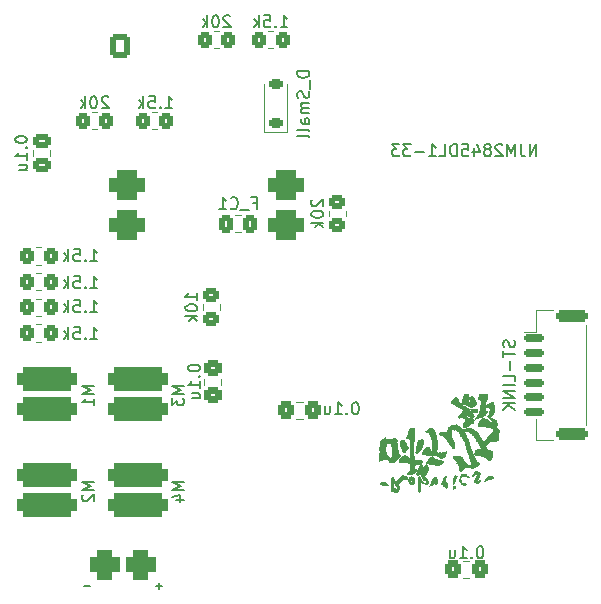
<source format=gbo>
G04 #@! TF.GenerationSoftware,KiCad,Pcbnew,7.0.9*
G04 #@! TF.CreationDate,2024-06-27T15:35:45+09:00*
G04 #@! TF.ProjectId,YAMADAmain,59414d41-4441-46d6-9169-6e2e6b696361,rev?*
G04 #@! TF.SameCoordinates,Original*
G04 #@! TF.FileFunction,Legend,Bot*
G04 #@! TF.FilePolarity,Positive*
%FSLAX46Y46*%
G04 Gerber Fmt 4.6, Leading zero omitted, Abs format (unit mm)*
G04 Created by KiCad (PCBNEW 7.0.9) date 2024-06-27 15:35:45*
%MOMM*%
%LPD*%
G01*
G04 APERTURE LIST*
G04 Aperture macros list*
%AMRoundRect*
0 Rectangle with rounded corners*
0 $1 Rounding radius*
0 $2 $3 $4 $5 $6 $7 $8 $9 X,Y pos of 4 corners*
0 Add a 4 corners polygon primitive as box body*
4,1,4,$2,$3,$4,$5,$6,$7,$8,$9,$2,$3,0*
0 Add four circle primitives for the rounded corners*
1,1,$1+$1,$2,$3*
1,1,$1+$1,$4,$5*
1,1,$1+$1,$6,$7*
1,1,$1+$1,$8,$9*
0 Add four rect primitives between the rounded corners*
20,1,$1+$1,$2,$3,$4,$5,0*
20,1,$1+$1,$4,$5,$6,$7,0*
20,1,$1+$1,$6,$7,$8,$9,0*
20,1,$1+$1,$8,$9,$2,$3,0*%
G04 Aperture macros list end*
%ADD10C,0.150000*%
%ADD11C,0.153000*%
%ADD12C,0.010000*%
%ADD13C,0.120000*%
%ADD14RoundRect,0.635000X0.635000X0.635000X-0.635000X0.635000X-0.635000X-0.635000X0.635000X-0.635000X0*%
%ADD15C,1.000000*%
%ADD16C,5.600000*%
%ADD17C,1.524000*%
%ADD18RoundRect,0.625000X-0.875000X-0.625000X0.875000X-0.625000X0.875000X0.625000X-0.875000X0.625000X0*%
%ADD19R,1.700000X1.700000*%
%ADD20O,1.700000X1.700000*%
%ADD21C,1.600000*%
%ADD22R,1.800000X2.200000*%
%ADD23O,1.800000X2.200000*%
%ADD24O,1.700000X2.000000*%
%ADD25RoundRect,0.250000X-0.600000X-0.750000X0.600000X-0.750000X0.600000X0.750000X-0.600000X0.750000X0*%
%ADD26RoundRect,0.250000X-0.350000X-0.450000X0.350000X-0.450000X0.350000X0.450000X-0.350000X0.450000X0*%
%ADD27RoundRect,0.250000X-1.100000X0.250000X-1.100000X-0.250000X1.100000X-0.250000X1.100000X0.250000X0*%
%ADD28RoundRect,0.150000X-0.700000X0.150000X-0.700000X-0.150000X0.700000X-0.150000X0.700000X0.150000X0*%
%ADD29RoundRect,0.292875X-0.394625X-0.432125X0.394625X-0.432125X0.394625X0.432125X-0.394625X0.432125X0*%
%ADD30RoundRect,0.508000X2.032000X-0.508000X2.032000X0.508000X-2.032000X0.508000X-2.032000X-0.508000X0*%
%ADD31RoundRect,0.250000X0.337500X0.475000X-0.337500X0.475000X-0.337500X-0.475000X0.337500X-0.475000X0*%
%ADD32RoundRect,0.225000X0.375000X-0.225000X0.375000X0.225000X-0.375000X0.225000X-0.375000X-0.225000X0*%
%ADD33RoundRect,0.250000X0.350000X0.450000X-0.350000X0.450000X-0.350000X-0.450000X0.350000X-0.450000X0*%
%ADD34RoundRect,0.250000X0.475000X-0.337500X0.475000X0.337500X-0.475000X0.337500X-0.475000X-0.337500X0*%
%ADD35RoundRect,0.292875X-0.432125X0.394625X-0.432125X-0.394625X0.432125X-0.394625X0.432125X0.394625X0*%
%ADD36R,2.200000X1.200000*%
%ADD37R,6.400000X5.800000*%
%ADD38RoundRect,0.250000X0.450000X-0.350000X0.450000X0.350000X-0.450000X0.350000X-0.450000X-0.350000X0*%
%ADD39RoundRect,0.292875X0.394625X0.432125X-0.394625X0.432125X-0.394625X-0.432125X0.394625X-0.432125X0*%
G04 APERTURE END LIST*
D10*
X117348000Y-118618000D02*
X117856000Y-118618000D01*
X123698000Y-118364000D02*
X123698000Y-118872000D01*
X123444000Y-118618000D02*
X123952000Y-118618000D01*
D11*
X118233663Y-109812752D02*
X117233663Y-109812752D01*
X117233663Y-109812752D02*
X117947948Y-110146085D01*
X117947948Y-110146085D02*
X117233663Y-110479418D01*
X117233663Y-110479418D02*
X118233663Y-110479418D01*
X117328901Y-110907990D02*
X117281282Y-110955609D01*
X117281282Y-110955609D02*
X117233663Y-111050847D01*
X117233663Y-111050847D02*
X117233663Y-111288942D01*
X117233663Y-111288942D02*
X117281282Y-111384180D01*
X117281282Y-111384180D02*
X117328901Y-111431799D01*
X117328901Y-111431799D02*
X117424139Y-111479418D01*
X117424139Y-111479418D02*
X117519377Y-111479418D01*
X117519377Y-111479418D02*
X117662234Y-111431799D01*
X117662234Y-111431799D02*
X118233663Y-110860371D01*
X118233663Y-110860371D02*
X118233663Y-111479418D01*
X118233663Y-101684752D02*
X117233663Y-101684752D01*
X117233663Y-101684752D02*
X117947948Y-102018085D01*
X117947948Y-102018085D02*
X117233663Y-102351418D01*
X117233663Y-102351418D02*
X118233663Y-102351418D01*
X118233663Y-103351418D02*
X118233663Y-102779990D01*
X118233663Y-103065704D02*
X117233663Y-103065704D01*
X117233663Y-103065704D02*
X117376520Y-102970466D01*
X117376520Y-102970466D02*
X117471758Y-102875228D01*
X117471758Y-102875228D02*
X117519377Y-102779990D01*
X125853663Y-109812752D02*
X124853663Y-109812752D01*
X124853663Y-109812752D02*
X125567948Y-110146085D01*
X125567948Y-110146085D02*
X124853663Y-110479418D01*
X124853663Y-110479418D02*
X125853663Y-110479418D01*
X125186996Y-111384180D02*
X125853663Y-111384180D01*
X124806044Y-111146085D02*
X125520329Y-110907990D01*
X125520329Y-110907990D02*
X125520329Y-111527037D01*
X125853663Y-101684752D02*
X124853663Y-101684752D01*
X124853663Y-101684752D02*
X125567948Y-102018085D01*
X125567948Y-102018085D02*
X124853663Y-102351418D01*
X124853663Y-102351418D02*
X125853663Y-102351418D01*
X124853663Y-102732371D02*
X124853663Y-103351418D01*
X124853663Y-103351418D02*
X125234615Y-103018085D01*
X125234615Y-103018085D02*
X125234615Y-103160942D01*
X125234615Y-103160942D02*
X125282234Y-103256180D01*
X125282234Y-103256180D02*
X125329853Y-103303799D01*
X125329853Y-103303799D02*
X125425091Y-103351418D01*
X125425091Y-103351418D02*
X125663186Y-103351418D01*
X125663186Y-103351418D02*
X125758424Y-103303799D01*
X125758424Y-103303799D02*
X125806044Y-103256180D01*
X125806044Y-103256180D02*
X125853663Y-103160942D01*
X125853663Y-103160942D02*
X125853663Y-102875228D01*
X125853663Y-102875228D02*
X125806044Y-102779990D01*
X125806044Y-102779990D02*
X125758424Y-102732371D01*
X117927333Y-93418663D02*
X118498761Y-93418663D01*
X118213047Y-93418663D02*
X118213047Y-92418663D01*
X118213047Y-92418663D02*
X118308285Y-92561520D01*
X118308285Y-92561520D02*
X118403523Y-92656758D01*
X118403523Y-92656758D02*
X118498761Y-92704377D01*
X117498761Y-93323424D02*
X117451142Y-93371044D01*
X117451142Y-93371044D02*
X117498761Y-93418663D01*
X117498761Y-93418663D02*
X117546380Y-93371044D01*
X117546380Y-93371044D02*
X117498761Y-93323424D01*
X117498761Y-93323424D02*
X117498761Y-93418663D01*
X116546381Y-92418663D02*
X117022571Y-92418663D01*
X117022571Y-92418663D02*
X117070190Y-92894853D01*
X117070190Y-92894853D02*
X117022571Y-92847234D01*
X117022571Y-92847234D02*
X116927333Y-92799615D01*
X116927333Y-92799615D02*
X116689238Y-92799615D01*
X116689238Y-92799615D02*
X116594000Y-92847234D01*
X116594000Y-92847234D02*
X116546381Y-92894853D01*
X116546381Y-92894853D02*
X116498762Y-92990091D01*
X116498762Y-92990091D02*
X116498762Y-93228186D01*
X116498762Y-93228186D02*
X116546381Y-93323424D01*
X116546381Y-93323424D02*
X116594000Y-93371044D01*
X116594000Y-93371044D02*
X116689238Y-93418663D01*
X116689238Y-93418663D02*
X116927333Y-93418663D01*
X116927333Y-93418663D02*
X117022571Y-93371044D01*
X117022571Y-93371044D02*
X117070190Y-93323424D01*
X116070190Y-93418663D02*
X116070190Y-92418663D01*
X115974952Y-93037710D02*
X115689238Y-93418663D01*
X115689238Y-92751996D02*
X116070190Y-93132948D01*
X153823044Y-97845619D02*
X153870663Y-97988476D01*
X153870663Y-97988476D02*
X153870663Y-98226571D01*
X153870663Y-98226571D02*
X153823044Y-98321809D01*
X153823044Y-98321809D02*
X153775424Y-98369428D01*
X153775424Y-98369428D02*
X153680186Y-98417047D01*
X153680186Y-98417047D02*
X153584948Y-98417047D01*
X153584948Y-98417047D02*
X153489710Y-98369428D01*
X153489710Y-98369428D02*
X153442091Y-98321809D01*
X153442091Y-98321809D02*
X153394472Y-98226571D01*
X153394472Y-98226571D02*
X153346853Y-98036095D01*
X153346853Y-98036095D02*
X153299234Y-97940857D01*
X153299234Y-97940857D02*
X153251615Y-97893238D01*
X153251615Y-97893238D02*
X153156377Y-97845619D01*
X153156377Y-97845619D02*
X153061139Y-97845619D01*
X153061139Y-97845619D02*
X152965901Y-97893238D01*
X152965901Y-97893238D02*
X152918282Y-97940857D01*
X152918282Y-97940857D02*
X152870663Y-98036095D01*
X152870663Y-98036095D02*
X152870663Y-98274190D01*
X152870663Y-98274190D02*
X152918282Y-98417047D01*
X152870663Y-98702762D02*
X152870663Y-99274190D01*
X153870663Y-98988476D02*
X152870663Y-98988476D01*
X153489710Y-99607524D02*
X153489710Y-100369429D01*
X153870663Y-101321809D02*
X153870663Y-100845619D01*
X153870663Y-100845619D02*
X152870663Y-100845619D01*
X153870663Y-101655143D02*
X152870663Y-101655143D01*
X153870663Y-102131333D02*
X152870663Y-102131333D01*
X152870663Y-102131333D02*
X153870663Y-102702761D01*
X153870663Y-102702761D02*
X152870663Y-102702761D01*
X153870663Y-103178952D02*
X152870663Y-103178952D01*
X153870663Y-103750380D02*
X153299234Y-103321809D01*
X152870663Y-103750380D02*
X153442091Y-103178952D01*
X150972685Y-115278663D02*
X150877447Y-115278663D01*
X150877447Y-115278663D02*
X150782209Y-115326282D01*
X150782209Y-115326282D02*
X150734590Y-115373901D01*
X150734590Y-115373901D02*
X150686971Y-115469139D01*
X150686971Y-115469139D02*
X150639352Y-115659615D01*
X150639352Y-115659615D02*
X150639352Y-115897710D01*
X150639352Y-115897710D02*
X150686971Y-116088186D01*
X150686971Y-116088186D02*
X150734590Y-116183424D01*
X150734590Y-116183424D02*
X150782209Y-116231044D01*
X150782209Y-116231044D02*
X150877447Y-116278663D01*
X150877447Y-116278663D02*
X150972685Y-116278663D01*
X150972685Y-116278663D02*
X151067923Y-116231044D01*
X151067923Y-116231044D02*
X151115542Y-116183424D01*
X151115542Y-116183424D02*
X151163161Y-116088186D01*
X151163161Y-116088186D02*
X151210780Y-115897710D01*
X151210780Y-115897710D02*
X151210780Y-115659615D01*
X151210780Y-115659615D02*
X151163161Y-115469139D01*
X151163161Y-115469139D02*
X151115542Y-115373901D01*
X151115542Y-115373901D02*
X151067923Y-115326282D01*
X151067923Y-115326282D02*
X150972685Y-115278663D01*
X150210780Y-116183424D02*
X150163161Y-116231044D01*
X150163161Y-116231044D02*
X150210780Y-116278663D01*
X150210780Y-116278663D02*
X150258399Y-116231044D01*
X150258399Y-116231044D02*
X150210780Y-116183424D01*
X150210780Y-116183424D02*
X150210780Y-116278663D01*
X149210781Y-116278663D02*
X149782209Y-116278663D01*
X149496495Y-116278663D02*
X149496495Y-115278663D01*
X149496495Y-115278663D02*
X149591733Y-115421520D01*
X149591733Y-115421520D02*
X149686971Y-115516758D01*
X149686971Y-115516758D02*
X149782209Y-115564377D01*
X148353638Y-115611996D02*
X148353638Y-116278663D01*
X148782209Y-115611996D02*
X148782209Y-116135805D01*
X148782209Y-116135805D02*
X148734590Y-116231044D01*
X148734590Y-116231044D02*
X148639352Y-116278663D01*
X148639352Y-116278663D02*
X148496495Y-116278663D01*
X148496495Y-116278663D02*
X148401257Y-116231044D01*
X148401257Y-116231044D02*
X148353638Y-116183424D01*
X131662285Y-86212853D02*
X131995618Y-86212853D01*
X131995618Y-86736663D02*
X131995618Y-85736663D01*
X131995618Y-85736663D02*
X131519428Y-85736663D01*
X131376571Y-86831901D02*
X130614666Y-86831901D01*
X129805142Y-86641424D02*
X129852761Y-86689044D01*
X129852761Y-86689044D02*
X129995618Y-86736663D01*
X129995618Y-86736663D02*
X130090856Y-86736663D01*
X130090856Y-86736663D02*
X130233713Y-86689044D01*
X130233713Y-86689044D02*
X130328951Y-86593805D01*
X130328951Y-86593805D02*
X130376570Y-86498567D01*
X130376570Y-86498567D02*
X130424189Y-86308091D01*
X130424189Y-86308091D02*
X130424189Y-86165234D01*
X130424189Y-86165234D02*
X130376570Y-85974758D01*
X130376570Y-85974758D02*
X130328951Y-85879520D01*
X130328951Y-85879520D02*
X130233713Y-85784282D01*
X130233713Y-85784282D02*
X130090856Y-85736663D01*
X130090856Y-85736663D02*
X129995618Y-85736663D01*
X129995618Y-85736663D02*
X129852761Y-85784282D01*
X129852761Y-85784282D02*
X129805142Y-85831901D01*
X128852761Y-86736663D02*
X129424189Y-86736663D01*
X129138475Y-86736663D02*
X129138475Y-85736663D01*
X129138475Y-85736663D02*
X129233713Y-85879520D01*
X129233713Y-85879520D02*
X129328951Y-85974758D01*
X129328951Y-85974758D02*
X129424189Y-86022377D01*
X117927333Y-95450663D02*
X118498761Y-95450663D01*
X118213047Y-95450663D02*
X118213047Y-94450663D01*
X118213047Y-94450663D02*
X118308285Y-94593520D01*
X118308285Y-94593520D02*
X118403523Y-94688758D01*
X118403523Y-94688758D02*
X118498761Y-94736377D01*
X117498761Y-95355424D02*
X117451142Y-95403044D01*
X117451142Y-95403044D02*
X117498761Y-95450663D01*
X117498761Y-95450663D02*
X117546380Y-95403044D01*
X117546380Y-95403044D02*
X117498761Y-95355424D01*
X117498761Y-95355424D02*
X117498761Y-95450663D01*
X116546381Y-94450663D02*
X117022571Y-94450663D01*
X117022571Y-94450663D02*
X117070190Y-94926853D01*
X117070190Y-94926853D02*
X117022571Y-94879234D01*
X117022571Y-94879234D02*
X116927333Y-94831615D01*
X116927333Y-94831615D02*
X116689238Y-94831615D01*
X116689238Y-94831615D02*
X116594000Y-94879234D01*
X116594000Y-94879234D02*
X116546381Y-94926853D01*
X116546381Y-94926853D02*
X116498762Y-95022091D01*
X116498762Y-95022091D02*
X116498762Y-95260186D01*
X116498762Y-95260186D02*
X116546381Y-95355424D01*
X116546381Y-95355424D02*
X116594000Y-95403044D01*
X116594000Y-95403044D02*
X116689238Y-95450663D01*
X116689238Y-95450663D02*
X116927333Y-95450663D01*
X116927333Y-95450663D02*
X117022571Y-95403044D01*
X117022571Y-95403044D02*
X117070190Y-95355424D01*
X116070190Y-95450663D02*
X116070190Y-94450663D01*
X115974952Y-95069710D02*
X115689238Y-95450663D01*
X115689238Y-94783996D02*
X116070190Y-95164948D01*
X117927333Y-97736663D02*
X118498761Y-97736663D01*
X118213047Y-97736663D02*
X118213047Y-96736663D01*
X118213047Y-96736663D02*
X118308285Y-96879520D01*
X118308285Y-96879520D02*
X118403523Y-96974758D01*
X118403523Y-96974758D02*
X118498761Y-97022377D01*
X117498761Y-97641424D02*
X117451142Y-97689044D01*
X117451142Y-97689044D02*
X117498761Y-97736663D01*
X117498761Y-97736663D02*
X117546380Y-97689044D01*
X117546380Y-97689044D02*
X117498761Y-97641424D01*
X117498761Y-97641424D02*
X117498761Y-97736663D01*
X116546381Y-96736663D02*
X117022571Y-96736663D01*
X117022571Y-96736663D02*
X117070190Y-97212853D01*
X117070190Y-97212853D02*
X117022571Y-97165234D01*
X117022571Y-97165234D02*
X116927333Y-97117615D01*
X116927333Y-97117615D02*
X116689238Y-97117615D01*
X116689238Y-97117615D02*
X116594000Y-97165234D01*
X116594000Y-97165234D02*
X116546381Y-97212853D01*
X116546381Y-97212853D02*
X116498762Y-97308091D01*
X116498762Y-97308091D02*
X116498762Y-97546186D01*
X116498762Y-97546186D02*
X116546381Y-97641424D01*
X116546381Y-97641424D02*
X116594000Y-97689044D01*
X116594000Y-97689044D02*
X116689238Y-97736663D01*
X116689238Y-97736663D02*
X116927333Y-97736663D01*
X116927333Y-97736663D02*
X117022571Y-97689044D01*
X117022571Y-97689044D02*
X117070190Y-97641424D01*
X116070190Y-97736663D02*
X116070190Y-96736663D01*
X115974952Y-97355710D02*
X115689238Y-97736663D01*
X115689238Y-97069996D02*
X116070190Y-97450948D01*
X117927333Y-91132663D02*
X118498761Y-91132663D01*
X118213047Y-91132663D02*
X118213047Y-90132663D01*
X118213047Y-90132663D02*
X118308285Y-90275520D01*
X118308285Y-90275520D02*
X118403523Y-90370758D01*
X118403523Y-90370758D02*
X118498761Y-90418377D01*
X117498761Y-91037424D02*
X117451142Y-91085044D01*
X117451142Y-91085044D02*
X117498761Y-91132663D01*
X117498761Y-91132663D02*
X117546380Y-91085044D01*
X117546380Y-91085044D02*
X117498761Y-91037424D01*
X117498761Y-91037424D02*
X117498761Y-91132663D01*
X116546381Y-90132663D02*
X117022571Y-90132663D01*
X117022571Y-90132663D02*
X117070190Y-90608853D01*
X117070190Y-90608853D02*
X117022571Y-90561234D01*
X117022571Y-90561234D02*
X116927333Y-90513615D01*
X116927333Y-90513615D02*
X116689238Y-90513615D01*
X116689238Y-90513615D02*
X116594000Y-90561234D01*
X116594000Y-90561234D02*
X116546381Y-90608853D01*
X116546381Y-90608853D02*
X116498762Y-90704091D01*
X116498762Y-90704091D02*
X116498762Y-90942186D01*
X116498762Y-90942186D02*
X116546381Y-91037424D01*
X116546381Y-91037424D02*
X116594000Y-91085044D01*
X116594000Y-91085044D02*
X116689238Y-91132663D01*
X116689238Y-91132663D02*
X116927333Y-91132663D01*
X116927333Y-91132663D02*
X117022571Y-91085044D01*
X117022571Y-91085044D02*
X117070190Y-91037424D01*
X116070190Y-91132663D02*
X116070190Y-90132663D01*
X115974952Y-90751710D02*
X115689238Y-91132663D01*
X115689238Y-90465996D02*
X116070190Y-90846948D01*
X136454663Y-75040095D02*
X135454663Y-75040095D01*
X135454663Y-75040095D02*
X135454663Y-75278190D01*
X135454663Y-75278190D02*
X135502282Y-75421047D01*
X135502282Y-75421047D02*
X135597520Y-75516285D01*
X135597520Y-75516285D02*
X135692758Y-75563904D01*
X135692758Y-75563904D02*
X135883234Y-75611523D01*
X135883234Y-75611523D02*
X136026091Y-75611523D01*
X136026091Y-75611523D02*
X136216567Y-75563904D01*
X136216567Y-75563904D02*
X136311805Y-75516285D01*
X136311805Y-75516285D02*
X136407044Y-75421047D01*
X136407044Y-75421047D02*
X136454663Y-75278190D01*
X136454663Y-75278190D02*
X136454663Y-75040095D01*
X136549901Y-75802000D02*
X136549901Y-76563904D01*
X136407044Y-76754381D02*
X136454663Y-76897238D01*
X136454663Y-76897238D02*
X136454663Y-77135333D01*
X136454663Y-77135333D02*
X136407044Y-77230571D01*
X136407044Y-77230571D02*
X136359424Y-77278190D01*
X136359424Y-77278190D02*
X136264186Y-77325809D01*
X136264186Y-77325809D02*
X136168948Y-77325809D01*
X136168948Y-77325809D02*
X136073710Y-77278190D01*
X136073710Y-77278190D02*
X136026091Y-77230571D01*
X136026091Y-77230571D02*
X135978472Y-77135333D01*
X135978472Y-77135333D02*
X135930853Y-76944857D01*
X135930853Y-76944857D02*
X135883234Y-76849619D01*
X135883234Y-76849619D02*
X135835615Y-76802000D01*
X135835615Y-76802000D02*
X135740377Y-76754381D01*
X135740377Y-76754381D02*
X135645139Y-76754381D01*
X135645139Y-76754381D02*
X135549901Y-76802000D01*
X135549901Y-76802000D02*
X135502282Y-76849619D01*
X135502282Y-76849619D02*
X135454663Y-76944857D01*
X135454663Y-76944857D02*
X135454663Y-77182952D01*
X135454663Y-77182952D02*
X135502282Y-77325809D01*
X136454663Y-77754381D02*
X135787996Y-77754381D01*
X135883234Y-77754381D02*
X135835615Y-77802000D01*
X135835615Y-77802000D02*
X135787996Y-77897238D01*
X135787996Y-77897238D02*
X135787996Y-78040095D01*
X135787996Y-78040095D02*
X135835615Y-78135333D01*
X135835615Y-78135333D02*
X135930853Y-78182952D01*
X135930853Y-78182952D02*
X136454663Y-78182952D01*
X135930853Y-78182952D02*
X135835615Y-78230571D01*
X135835615Y-78230571D02*
X135787996Y-78325809D01*
X135787996Y-78325809D02*
X135787996Y-78468666D01*
X135787996Y-78468666D02*
X135835615Y-78563905D01*
X135835615Y-78563905D02*
X135930853Y-78611524D01*
X135930853Y-78611524D02*
X136454663Y-78611524D01*
X136454663Y-79516285D02*
X135930853Y-79516285D01*
X135930853Y-79516285D02*
X135835615Y-79468666D01*
X135835615Y-79468666D02*
X135787996Y-79373428D01*
X135787996Y-79373428D02*
X135787996Y-79182952D01*
X135787996Y-79182952D02*
X135835615Y-79087714D01*
X136407044Y-79516285D02*
X136454663Y-79421047D01*
X136454663Y-79421047D02*
X136454663Y-79182952D01*
X136454663Y-79182952D02*
X136407044Y-79087714D01*
X136407044Y-79087714D02*
X136311805Y-79040095D01*
X136311805Y-79040095D02*
X136216567Y-79040095D01*
X136216567Y-79040095D02*
X136121329Y-79087714D01*
X136121329Y-79087714D02*
X136073710Y-79182952D01*
X136073710Y-79182952D02*
X136073710Y-79421047D01*
X136073710Y-79421047D02*
X136026091Y-79516285D01*
X136454663Y-80135333D02*
X136407044Y-80040095D01*
X136407044Y-80040095D02*
X136311805Y-79992476D01*
X136311805Y-79992476D02*
X135454663Y-79992476D01*
X136454663Y-80659143D02*
X136407044Y-80563905D01*
X136407044Y-80563905D02*
X136311805Y-80516286D01*
X136311805Y-80516286D02*
X135454663Y-80516286D01*
X134033333Y-71320663D02*
X134604761Y-71320663D01*
X134319047Y-71320663D02*
X134319047Y-70320663D01*
X134319047Y-70320663D02*
X134414285Y-70463520D01*
X134414285Y-70463520D02*
X134509523Y-70558758D01*
X134509523Y-70558758D02*
X134604761Y-70606377D01*
X133604761Y-71225424D02*
X133557142Y-71273044D01*
X133557142Y-71273044D02*
X133604761Y-71320663D01*
X133604761Y-71320663D02*
X133652380Y-71273044D01*
X133652380Y-71273044D02*
X133604761Y-71225424D01*
X133604761Y-71225424D02*
X133604761Y-71320663D01*
X132652381Y-70320663D02*
X133128571Y-70320663D01*
X133128571Y-70320663D02*
X133176190Y-70796853D01*
X133176190Y-70796853D02*
X133128571Y-70749234D01*
X133128571Y-70749234D02*
X133033333Y-70701615D01*
X133033333Y-70701615D02*
X132795238Y-70701615D01*
X132795238Y-70701615D02*
X132700000Y-70749234D01*
X132700000Y-70749234D02*
X132652381Y-70796853D01*
X132652381Y-70796853D02*
X132604762Y-70892091D01*
X132604762Y-70892091D02*
X132604762Y-71130186D01*
X132604762Y-71130186D02*
X132652381Y-71225424D01*
X132652381Y-71225424D02*
X132700000Y-71273044D01*
X132700000Y-71273044D02*
X132795238Y-71320663D01*
X132795238Y-71320663D02*
X133033333Y-71320663D01*
X133033333Y-71320663D02*
X133128571Y-71273044D01*
X133128571Y-71273044D02*
X133176190Y-71225424D01*
X132176190Y-71320663D02*
X132176190Y-70320663D01*
X132080952Y-70939710D02*
X131795238Y-71320663D01*
X131795238Y-70653996D02*
X132176190Y-71034948D01*
X119445066Y-77273901D02*
X119397447Y-77226282D01*
X119397447Y-77226282D02*
X119302209Y-77178663D01*
X119302209Y-77178663D02*
X119064114Y-77178663D01*
X119064114Y-77178663D02*
X118968876Y-77226282D01*
X118968876Y-77226282D02*
X118921257Y-77273901D01*
X118921257Y-77273901D02*
X118873638Y-77369139D01*
X118873638Y-77369139D02*
X118873638Y-77464377D01*
X118873638Y-77464377D02*
X118921257Y-77607234D01*
X118921257Y-77607234D02*
X119492685Y-78178663D01*
X119492685Y-78178663D02*
X118873638Y-78178663D01*
X118254590Y-77178663D02*
X118159352Y-77178663D01*
X118159352Y-77178663D02*
X118064114Y-77226282D01*
X118064114Y-77226282D02*
X118016495Y-77273901D01*
X118016495Y-77273901D02*
X117968876Y-77369139D01*
X117968876Y-77369139D02*
X117921257Y-77559615D01*
X117921257Y-77559615D02*
X117921257Y-77797710D01*
X117921257Y-77797710D02*
X117968876Y-77988186D01*
X117968876Y-77988186D02*
X118016495Y-78083424D01*
X118016495Y-78083424D02*
X118064114Y-78131044D01*
X118064114Y-78131044D02*
X118159352Y-78178663D01*
X118159352Y-78178663D02*
X118254590Y-78178663D01*
X118254590Y-78178663D02*
X118349828Y-78131044D01*
X118349828Y-78131044D02*
X118397447Y-78083424D01*
X118397447Y-78083424D02*
X118445066Y-77988186D01*
X118445066Y-77988186D02*
X118492685Y-77797710D01*
X118492685Y-77797710D02*
X118492685Y-77559615D01*
X118492685Y-77559615D02*
X118445066Y-77369139D01*
X118445066Y-77369139D02*
X118397447Y-77273901D01*
X118397447Y-77273901D02*
X118349828Y-77226282D01*
X118349828Y-77226282D02*
X118254590Y-77178663D01*
X117492685Y-78178663D02*
X117492685Y-77178663D01*
X117397447Y-77797710D02*
X117111733Y-78178663D01*
X117111733Y-77511996D02*
X117492685Y-77892948D01*
X111566663Y-80775714D02*
X111566663Y-80870952D01*
X111566663Y-80870952D02*
X111614282Y-80966190D01*
X111614282Y-80966190D02*
X111661901Y-81013809D01*
X111661901Y-81013809D02*
X111757139Y-81061428D01*
X111757139Y-81061428D02*
X111947615Y-81109047D01*
X111947615Y-81109047D02*
X112185710Y-81109047D01*
X112185710Y-81109047D02*
X112376186Y-81061428D01*
X112376186Y-81061428D02*
X112471424Y-81013809D01*
X112471424Y-81013809D02*
X112519044Y-80966190D01*
X112519044Y-80966190D02*
X112566663Y-80870952D01*
X112566663Y-80870952D02*
X112566663Y-80775714D01*
X112566663Y-80775714D02*
X112519044Y-80680476D01*
X112519044Y-80680476D02*
X112471424Y-80632857D01*
X112471424Y-80632857D02*
X112376186Y-80585238D01*
X112376186Y-80585238D02*
X112185710Y-80537619D01*
X112185710Y-80537619D02*
X111947615Y-80537619D01*
X111947615Y-80537619D02*
X111757139Y-80585238D01*
X111757139Y-80585238D02*
X111661901Y-80632857D01*
X111661901Y-80632857D02*
X111614282Y-80680476D01*
X111614282Y-80680476D02*
X111566663Y-80775714D01*
X112471424Y-81537619D02*
X112519044Y-81585238D01*
X112519044Y-81585238D02*
X112566663Y-81537619D01*
X112566663Y-81537619D02*
X112519044Y-81490000D01*
X112519044Y-81490000D02*
X112471424Y-81537619D01*
X112471424Y-81537619D02*
X112566663Y-81537619D01*
X112566663Y-82537618D02*
X112566663Y-81966190D01*
X112566663Y-82251904D02*
X111566663Y-82251904D01*
X111566663Y-82251904D02*
X111709520Y-82156666D01*
X111709520Y-82156666D02*
X111804758Y-82061428D01*
X111804758Y-82061428D02*
X111852377Y-81966190D01*
X111899996Y-83394761D02*
X112566663Y-83394761D01*
X111899996Y-82966190D02*
X112423805Y-82966190D01*
X112423805Y-82966190D02*
X112519044Y-83013809D01*
X112519044Y-83013809D02*
X112566663Y-83109047D01*
X112566663Y-83109047D02*
X112566663Y-83251904D01*
X112566663Y-83251904D02*
X112519044Y-83347142D01*
X112519044Y-83347142D02*
X112471424Y-83394761D01*
X129766666Y-70415901D02*
X129719047Y-70368282D01*
X129719047Y-70368282D02*
X129623809Y-70320663D01*
X129623809Y-70320663D02*
X129385714Y-70320663D01*
X129385714Y-70320663D02*
X129290476Y-70368282D01*
X129290476Y-70368282D02*
X129242857Y-70415901D01*
X129242857Y-70415901D02*
X129195238Y-70511139D01*
X129195238Y-70511139D02*
X129195238Y-70606377D01*
X129195238Y-70606377D02*
X129242857Y-70749234D01*
X129242857Y-70749234D02*
X129814285Y-71320663D01*
X129814285Y-71320663D02*
X129195238Y-71320663D01*
X128576190Y-70320663D02*
X128480952Y-70320663D01*
X128480952Y-70320663D02*
X128385714Y-70368282D01*
X128385714Y-70368282D02*
X128338095Y-70415901D01*
X128338095Y-70415901D02*
X128290476Y-70511139D01*
X128290476Y-70511139D02*
X128242857Y-70701615D01*
X128242857Y-70701615D02*
X128242857Y-70939710D01*
X128242857Y-70939710D02*
X128290476Y-71130186D01*
X128290476Y-71130186D02*
X128338095Y-71225424D01*
X128338095Y-71225424D02*
X128385714Y-71273044D01*
X128385714Y-71273044D02*
X128480952Y-71320663D01*
X128480952Y-71320663D02*
X128576190Y-71320663D01*
X128576190Y-71320663D02*
X128671428Y-71273044D01*
X128671428Y-71273044D02*
X128719047Y-71225424D01*
X128719047Y-71225424D02*
X128766666Y-71130186D01*
X128766666Y-71130186D02*
X128814285Y-70939710D01*
X128814285Y-70939710D02*
X128814285Y-70701615D01*
X128814285Y-70701615D02*
X128766666Y-70511139D01*
X128766666Y-70511139D02*
X128719047Y-70415901D01*
X128719047Y-70415901D02*
X128671428Y-70368282D01*
X128671428Y-70368282D02*
X128576190Y-70320663D01*
X127814285Y-71320663D02*
X127814285Y-70320663D01*
X127719047Y-70939710D02*
X127433333Y-71320663D01*
X127433333Y-70653996D02*
X127814285Y-71034948D01*
X126200663Y-100131714D02*
X126200663Y-100226952D01*
X126200663Y-100226952D02*
X126248282Y-100322190D01*
X126248282Y-100322190D02*
X126295901Y-100369809D01*
X126295901Y-100369809D02*
X126391139Y-100417428D01*
X126391139Y-100417428D02*
X126581615Y-100465047D01*
X126581615Y-100465047D02*
X126819710Y-100465047D01*
X126819710Y-100465047D02*
X127010186Y-100417428D01*
X127010186Y-100417428D02*
X127105424Y-100369809D01*
X127105424Y-100369809D02*
X127153044Y-100322190D01*
X127153044Y-100322190D02*
X127200663Y-100226952D01*
X127200663Y-100226952D02*
X127200663Y-100131714D01*
X127200663Y-100131714D02*
X127153044Y-100036476D01*
X127153044Y-100036476D02*
X127105424Y-99988857D01*
X127105424Y-99988857D02*
X127010186Y-99941238D01*
X127010186Y-99941238D02*
X126819710Y-99893619D01*
X126819710Y-99893619D02*
X126581615Y-99893619D01*
X126581615Y-99893619D02*
X126391139Y-99941238D01*
X126391139Y-99941238D02*
X126295901Y-99988857D01*
X126295901Y-99988857D02*
X126248282Y-100036476D01*
X126248282Y-100036476D02*
X126200663Y-100131714D01*
X127105424Y-100893619D02*
X127153044Y-100941238D01*
X127153044Y-100941238D02*
X127200663Y-100893619D01*
X127200663Y-100893619D02*
X127153044Y-100846000D01*
X127153044Y-100846000D02*
X127105424Y-100893619D01*
X127105424Y-100893619D02*
X127200663Y-100893619D01*
X127200663Y-101893618D02*
X127200663Y-101322190D01*
X127200663Y-101607904D02*
X126200663Y-101607904D01*
X126200663Y-101607904D02*
X126343520Y-101512666D01*
X126343520Y-101512666D02*
X126438758Y-101417428D01*
X126438758Y-101417428D02*
X126486377Y-101322190D01*
X126533996Y-102750761D02*
X127200663Y-102750761D01*
X126533996Y-102322190D02*
X127057805Y-102322190D01*
X127057805Y-102322190D02*
X127153044Y-102369809D01*
X127153044Y-102369809D02*
X127200663Y-102465047D01*
X127200663Y-102465047D02*
X127200663Y-102607904D01*
X127200663Y-102607904D02*
X127153044Y-102703142D01*
X127153044Y-102703142D02*
X127105424Y-102750761D01*
X155701237Y-82242663D02*
X155701237Y-81242663D01*
X155701237Y-81242663D02*
X155129809Y-82242663D01*
X155129809Y-82242663D02*
X155129809Y-81242663D01*
X154367904Y-81242663D02*
X154367904Y-81956948D01*
X154367904Y-81956948D02*
X154415523Y-82099805D01*
X154415523Y-82099805D02*
X154510761Y-82195044D01*
X154510761Y-82195044D02*
X154653618Y-82242663D01*
X154653618Y-82242663D02*
X154748856Y-82242663D01*
X153891713Y-82242663D02*
X153891713Y-81242663D01*
X153891713Y-81242663D02*
X153558380Y-81956948D01*
X153558380Y-81956948D02*
X153225047Y-81242663D01*
X153225047Y-81242663D02*
X153225047Y-82242663D01*
X152796475Y-81337901D02*
X152748856Y-81290282D01*
X152748856Y-81290282D02*
X152653618Y-81242663D01*
X152653618Y-81242663D02*
X152415523Y-81242663D01*
X152415523Y-81242663D02*
X152320285Y-81290282D01*
X152320285Y-81290282D02*
X152272666Y-81337901D01*
X152272666Y-81337901D02*
X152225047Y-81433139D01*
X152225047Y-81433139D02*
X152225047Y-81528377D01*
X152225047Y-81528377D02*
X152272666Y-81671234D01*
X152272666Y-81671234D02*
X152844094Y-82242663D01*
X152844094Y-82242663D02*
X152225047Y-82242663D01*
X151653618Y-81671234D02*
X151748856Y-81623615D01*
X151748856Y-81623615D02*
X151796475Y-81575996D01*
X151796475Y-81575996D02*
X151844094Y-81480758D01*
X151844094Y-81480758D02*
X151844094Y-81433139D01*
X151844094Y-81433139D02*
X151796475Y-81337901D01*
X151796475Y-81337901D02*
X151748856Y-81290282D01*
X151748856Y-81290282D02*
X151653618Y-81242663D01*
X151653618Y-81242663D02*
X151463142Y-81242663D01*
X151463142Y-81242663D02*
X151367904Y-81290282D01*
X151367904Y-81290282D02*
X151320285Y-81337901D01*
X151320285Y-81337901D02*
X151272666Y-81433139D01*
X151272666Y-81433139D02*
X151272666Y-81480758D01*
X151272666Y-81480758D02*
X151320285Y-81575996D01*
X151320285Y-81575996D02*
X151367904Y-81623615D01*
X151367904Y-81623615D02*
X151463142Y-81671234D01*
X151463142Y-81671234D02*
X151653618Y-81671234D01*
X151653618Y-81671234D02*
X151748856Y-81718853D01*
X151748856Y-81718853D02*
X151796475Y-81766472D01*
X151796475Y-81766472D02*
X151844094Y-81861710D01*
X151844094Y-81861710D02*
X151844094Y-82052186D01*
X151844094Y-82052186D02*
X151796475Y-82147424D01*
X151796475Y-82147424D02*
X151748856Y-82195044D01*
X151748856Y-82195044D02*
X151653618Y-82242663D01*
X151653618Y-82242663D02*
X151463142Y-82242663D01*
X151463142Y-82242663D02*
X151367904Y-82195044D01*
X151367904Y-82195044D02*
X151320285Y-82147424D01*
X151320285Y-82147424D02*
X151272666Y-82052186D01*
X151272666Y-82052186D02*
X151272666Y-81861710D01*
X151272666Y-81861710D02*
X151320285Y-81766472D01*
X151320285Y-81766472D02*
X151367904Y-81718853D01*
X151367904Y-81718853D02*
X151463142Y-81671234D01*
X150415523Y-81575996D02*
X150415523Y-82242663D01*
X150653618Y-81195044D02*
X150891713Y-81909329D01*
X150891713Y-81909329D02*
X150272666Y-81909329D01*
X149415523Y-81242663D02*
X149891713Y-81242663D01*
X149891713Y-81242663D02*
X149939332Y-81718853D01*
X149939332Y-81718853D02*
X149891713Y-81671234D01*
X149891713Y-81671234D02*
X149796475Y-81623615D01*
X149796475Y-81623615D02*
X149558380Y-81623615D01*
X149558380Y-81623615D02*
X149463142Y-81671234D01*
X149463142Y-81671234D02*
X149415523Y-81718853D01*
X149415523Y-81718853D02*
X149367904Y-81814091D01*
X149367904Y-81814091D02*
X149367904Y-82052186D01*
X149367904Y-82052186D02*
X149415523Y-82147424D01*
X149415523Y-82147424D02*
X149463142Y-82195044D01*
X149463142Y-82195044D02*
X149558380Y-82242663D01*
X149558380Y-82242663D02*
X149796475Y-82242663D01*
X149796475Y-82242663D02*
X149891713Y-82195044D01*
X149891713Y-82195044D02*
X149939332Y-82147424D01*
X148939332Y-82242663D02*
X148939332Y-81242663D01*
X148939332Y-81242663D02*
X148701237Y-81242663D01*
X148701237Y-81242663D02*
X148558380Y-81290282D01*
X148558380Y-81290282D02*
X148463142Y-81385520D01*
X148463142Y-81385520D02*
X148415523Y-81480758D01*
X148415523Y-81480758D02*
X148367904Y-81671234D01*
X148367904Y-81671234D02*
X148367904Y-81814091D01*
X148367904Y-81814091D02*
X148415523Y-82004567D01*
X148415523Y-82004567D02*
X148463142Y-82099805D01*
X148463142Y-82099805D02*
X148558380Y-82195044D01*
X148558380Y-82195044D02*
X148701237Y-82242663D01*
X148701237Y-82242663D02*
X148939332Y-82242663D01*
X147463142Y-82242663D02*
X147939332Y-82242663D01*
X147939332Y-82242663D02*
X147939332Y-81242663D01*
X146605999Y-82242663D02*
X147177427Y-82242663D01*
X146891713Y-82242663D02*
X146891713Y-81242663D01*
X146891713Y-81242663D02*
X146986951Y-81385520D01*
X146986951Y-81385520D02*
X147082189Y-81480758D01*
X147082189Y-81480758D02*
X147177427Y-81528377D01*
X146177427Y-81861710D02*
X145415523Y-81861710D01*
X145034570Y-81242663D02*
X144415523Y-81242663D01*
X144415523Y-81242663D02*
X144748856Y-81623615D01*
X144748856Y-81623615D02*
X144605999Y-81623615D01*
X144605999Y-81623615D02*
X144510761Y-81671234D01*
X144510761Y-81671234D02*
X144463142Y-81718853D01*
X144463142Y-81718853D02*
X144415523Y-81814091D01*
X144415523Y-81814091D02*
X144415523Y-82052186D01*
X144415523Y-82052186D02*
X144463142Y-82147424D01*
X144463142Y-82147424D02*
X144510761Y-82195044D01*
X144510761Y-82195044D02*
X144605999Y-82242663D01*
X144605999Y-82242663D02*
X144891713Y-82242663D01*
X144891713Y-82242663D02*
X144986951Y-82195044D01*
X144986951Y-82195044D02*
X145034570Y-82147424D01*
X144082189Y-81242663D02*
X143463142Y-81242663D01*
X143463142Y-81242663D02*
X143796475Y-81623615D01*
X143796475Y-81623615D02*
X143653618Y-81623615D01*
X143653618Y-81623615D02*
X143558380Y-81671234D01*
X143558380Y-81671234D02*
X143510761Y-81718853D01*
X143510761Y-81718853D02*
X143463142Y-81814091D01*
X143463142Y-81814091D02*
X143463142Y-82052186D01*
X143463142Y-82052186D02*
X143510761Y-82147424D01*
X143510761Y-82147424D02*
X143558380Y-82195044D01*
X143558380Y-82195044D02*
X143653618Y-82242663D01*
X143653618Y-82242663D02*
X143939332Y-82242663D01*
X143939332Y-82242663D02*
X144034570Y-82195044D01*
X144034570Y-82195044D02*
X144082189Y-82147424D01*
X136729901Y-85920333D02*
X136682282Y-85967952D01*
X136682282Y-85967952D02*
X136634663Y-86063190D01*
X136634663Y-86063190D02*
X136634663Y-86301285D01*
X136634663Y-86301285D02*
X136682282Y-86396523D01*
X136682282Y-86396523D02*
X136729901Y-86444142D01*
X136729901Y-86444142D02*
X136825139Y-86491761D01*
X136825139Y-86491761D02*
X136920377Y-86491761D01*
X136920377Y-86491761D02*
X137063234Y-86444142D01*
X137063234Y-86444142D02*
X137634663Y-85872714D01*
X137634663Y-85872714D02*
X137634663Y-86491761D01*
X136634663Y-87110809D02*
X136634663Y-87206047D01*
X136634663Y-87206047D02*
X136682282Y-87301285D01*
X136682282Y-87301285D02*
X136729901Y-87348904D01*
X136729901Y-87348904D02*
X136825139Y-87396523D01*
X136825139Y-87396523D02*
X137015615Y-87444142D01*
X137015615Y-87444142D02*
X137253710Y-87444142D01*
X137253710Y-87444142D02*
X137444186Y-87396523D01*
X137444186Y-87396523D02*
X137539424Y-87348904D01*
X137539424Y-87348904D02*
X137587044Y-87301285D01*
X137587044Y-87301285D02*
X137634663Y-87206047D01*
X137634663Y-87206047D02*
X137634663Y-87110809D01*
X137634663Y-87110809D02*
X137587044Y-87015571D01*
X137587044Y-87015571D02*
X137539424Y-86967952D01*
X137539424Y-86967952D02*
X137444186Y-86920333D01*
X137444186Y-86920333D02*
X137253710Y-86872714D01*
X137253710Y-86872714D02*
X137015615Y-86872714D01*
X137015615Y-86872714D02*
X136825139Y-86920333D01*
X136825139Y-86920333D02*
X136729901Y-86967952D01*
X136729901Y-86967952D02*
X136682282Y-87015571D01*
X136682282Y-87015571D02*
X136634663Y-87110809D01*
X137634663Y-87872714D02*
X136634663Y-87872714D01*
X137253710Y-87967952D02*
X137634663Y-88253666D01*
X136967996Y-88253666D02*
X137348948Y-87872714D01*
X124277333Y-78178663D02*
X124848761Y-78178663D01*
X124563047Y-78178663D02*
X124563047Y-77178663D01*
X124563047Y-77178663D02*
X124658285Y-77321520D01*
X124658285Y-77321520D02*
X124753523Y-77416758D01*
X124753523Y-77416758D02*
X124848761Y-77464377D01*
X123848761Y-78083424D02*
X123801142Y-78131044D01*
X123801142Y-78131044D02*
X123848761Y-78178663D01*
X123848761Y-78178663D02*
X123896380Y-78131044D01*
X123896380Y-78131044D02*
X123848761Y-78083424D01*
X123848761Y-78083424D02*
X123848761Y-78178663D01*
X122896381Y-77178663D02*
X123372571Y-77178663D01*
X123372571Y-77178663D02*
X123420190Y-77654853D01*
X123420190Y-77654853D02*
X123372571Y-77607234D01*
X123372571Y-77607234D02*
X123277333Y-77559615D01*
X123277333Y-77559615D02*
X123039238Y-77559615D01*
X123039238Y-77559615D02*
X122944000Y-77607234D01*
X122944000Y-77607234D02*
X122896381Y-77654853D01*
X122896381Y-77654853D02*
X122848762Y-77750091D01*
X122848762Y-77750091D02*
X122848762Y-77988186D01*
X122848762Y-77988186D02*
X122896381Y-78083424D01*
X122896381Y-78083424D02*
X122944000Y-78131044D01*
X122944000Y-78131044D02*
X123039238Y-78178663D01*
X123039238Y-78178663D02*
X123277333Y-78178663D01*
X123277333Y-78178663D02*
X123372571Y-78131044D01*
X123372571Y-78131044D02*
X123420190Y-78083424D01*
X122420190Y-78178663D02*
X122420190Y-77178663D01*
X122324952Y-77797710D02*
X122039238Y-78178663D01*
X122039238Y-77511996D02*
X122420190Y-77892948D01*
X126974663Y-94424761D02*
X126974663Y-93853333D01*
X126974663Y-94139047D02*
X125974663Y-94139047D01*
X125974663Y-94139047D02*
X126117520Y-94043809D01*
X126117520Y-94043809D02*
X126212758Y-93948571D01*
X126212758Y-93948571D02*
X126260377Y-93853333D01*
X125974663Y-95043809D02*
X125974663Y-95139047D01*
X125974663Y-95139047D02*
X126022282Y-95234285D01*
X126022282Y-95234285D02*
X126069901Y-95281904D01*
X126069901Y-95281904D02*
X126165139Y-95329523D01*
X126165139Y-95329523D02*
X126355615Y-95377142D01*
X126355615Y-95377142D02*
X126593710Y-95377142D01*
X126593710Y-95377142D02*
X126784186Y-95329523D01*
X126784186Y-95329523D02*
X126879424Y-95281904D01*
X126879424Y-95281904D02*
X126927044Y-95234285D01*
X126927044Y-95234285D02*
X126974663Y-95139047D01*
X126974663Y-95139047D02*
X126974663Y-95043809D01*
X126974663Y-95043809D02*
X126927044Y-94948571D01*
X126927044Y-94948571D02*
X126879424Y-94900952D01*
X126879424Y-94900952D02*
X126784186Y-94853333D01*
X126784186Y-94853333D02*
X126593710Y-94805714D01*
X126593710Y-94805714D02*
X126355615Y-94805714D01*
X126355615Y-94805714D02*
X126165139Y-94853333D01*
X126165139Y-94853333D02*
X126069901Y-94900952D01*
X126069901Y-94900952D02*
X126022282Y-94948571D01*
X126022282Y-94948571D02*
X125974663Y-95043809D01*
X126974663Y-95805714D02*
X125974663Y-95805714D01*
X126593710Y-95900952D02*
X126974663Y-96186666D01*
X126307996Y-96186666D02*
X126688948Y-95805714D01*
X140406285Y-103086663D02*
X140311047Y-103086663D01*
X140311047Y-103086663D02*
X140215809Y-103134282D01*
X140215809Y-103134282D02*
X140168190Y-103181901D01*
X140168190Y-103181901D02*
X140120571Y-103277139D01*
X140120571Y-103277139D02*
X140072952Y-103467615D01*
X140072952Y-103467615D02*
X140072952Y-103705710D01*
X140072952Y-103705710D02*
X140120571Y-103896186D01*
X140120571Y-103896186D02*
X140168190Y-103991424D01*
X140168190Y-103991424D02*
X140215809Y-104039044D01*
X140215809Y-104039044D02*
X140311047Y-104086663D01*
X140311047Y-104086663D02*
X140406285Y-104086663D01*
X140406285Y-104086663D02*
X140501523Y-104039044D01*
X140501523Y-104039044D02*
X140549142Y-103991424D01*
X140549142Y-103991424D02*
X140596761Y-103896186D01*
X140596761Y-103896186D02*
X140644380Y-103705710D01*
X140644380Y-103705710D02*
X140644380Y-103467615D01*
X140644380Y-103467615D02*
X140596761Y-103277139D01*
X140596761Y-103277139D02*
X140549142Y-103181901D01*
X140549142Y-103181901D02*
X140501523Y-103134282D01*
X140501523Y-103134282D02*
X140406285Y-103086663D01*
X139644380Y-103991424D02*
X139596761Y-104039044D01*
X139596761Y-104039044D02*
X139644380Y-104086663D01*
X139644380Y-104086663D02*
X139691999Y-104039044D01*
X139691999Y-104039044D02*
X139644380Y-103991424D01*
X139644380Y-103991424D02*
X139644380Y-104086663D01*
X138644381Y-104086663D02*
X139215809Y-104086663D01*
X138930095Y-104086663D02*
X138930095Y-103086663D01*
X138930095Y-103086663D02*
X139025333Y-103229520D01*
X139025333Y-103229520D02*
X139120571Y-103324758D01*
X139120571Y-103324758D02*
X139215809Y-103372377D01*
X137787238Y-103419996D02*
X137787238Y-104086663D01*
X138215809Y-103419996D02*
X138215809Y-103943805D01*
X138215809Y-103943805D02*
X138168190Y-104039044D01*
X138168190Y-104039044D02*
X138072952Y-104086663D01*
X138072952Y-104086663D02*
X137930095Y-104086663D01*
X137930095Y-104086663D02*
X137834857Y-104039044D01*
X137834857Y-104039044D02*
X137787238Y-103991424D01*
D12*
X148776880Y-110162350D02*
X148783875Y-110168224D01*
X148823594Y-110223417D01*
X148836098Y-110283134D01*
X148816623Y-110327574D01*
X148811092Y-110331562D01*
X148759665Y-110356297D01*
X148689050Y-110379912D01*
X148646797Y-110390212D01*
X148605269Y-110392173D01*
X148593800Y-110373643D01*
X148602669Y-110320479D01*
X148625658Y-110250130D01*
X148654401Y-110186106D01*
X148680510Y-110150039D01*
X148697903Y-110139342D01*
X148732558Y-110134424D01*
X148776880Y-110162350D01*
G36*
X148776880Y-110162350D02*
G01*
X148783875Y-110168224D01*
X148823594Y-110223417D01*
X148836098Y-110283134D01*
X148816623Y-110327574D01*
X148811092Y-110331562D01*
X148759665Y-110356297D01*
X148689050Y-110379912D01*
X148646797Y-110390212D01*
X148605269Y-110392173D01*
X148593800Y-110373643D01*
X148602669Y-110320479D01*
X148625658Y-110250130D01*
X148654401Y-110186106D01*
X148680510Y-110150039D01*
X148697903Y-110139342D01*
X148732558Y-110134424D01*
X148776880Y-110162350D01*
G37*
X146053800Y-109914700D02*
X146041100Y-109927400D01*
X146028400Y-109914700D01*
X146041100Y-109902000D01*
X146053800Y-109914700D01*
G36*
X146053800Y-109914700D02*
G01*
X146041100Y-109927400D01*
X146028400Y-109914700D01*
X146041100Y-109902000D01*
X146053800Y-109914700D01*
G37*
X142816970Y-109868205D02*
X142954402Y-109941786D01*
X142988720Y-109963228D01*
X143077510Y-110022855D01*
X143121299Y-110060722D01*
X143119891Y-110076616D01*
X143073088Y-110070321D01*
X143026899Y-110065059D01*
X143005800Y-110079317D01*
X142999483Y-110089080D01*
X142955949Y-110101160D01*
X142881850Y-110104484D01*
X142789972Y-110099472D01*
X142693097Y-110086542D01*
X142604010Y-110066116D01*
X142603725Y-110066032D01*
X142513829Y-110029339D01*
X142473989Y-109986583D01*
X142483648Y-109936049D01*
X142542250Y-109876026D01*
X142612447Y-109839300D01*
X142704770Y-109834328D01*
X142816970Y-109868205D01*
G36*
X142816970Y-109868205D02*
G01*
X142954402Y-109941786D01*
X142988720Y-109963228D01*
X143077510Y-110022855D01*
X143121299Y-110060722D01*
X143119891Y-110076616D01*
X143073088Y-110070321D01*
X143026899Y-110065059D01*
X143005800Y-110079317D01*
X142999483Y-110089080D01*
X142955949Y-110101160D01*
X142881850Y-110104484D01*
X142789972Y-110099472D01*
X142693097Y-110086542D01*
X142604010Y-110066116D01*
X142603725Y-110066032D01*
X142513829Y-110029339D01*
X142473989Y-109986583D01*
X142483648Y-109936049D01*
X142542250Y-109876026D01*
X142612447Y-109839300D01*
X142704770Y-109834328D01*
X142816970Y-109868205D01*
G37*
X149954167Y-109395143D02*
X149978100Y-109419400D01*
X149982831Y-109428393D01*
X149981098Y-109444800D01*
X149976632Y-109443658D01*
X149952700Y-109419400D01*
X149947968Y-109410408D01*
X149949701Y-109394000D01*
X149954167Y-109395143D01*
G36*
X149954167Y-109395143D02*
G01*
X149978100Y-109419400D01*
X149982831Y-109428393D01*
X149981098Y-109444800D01*
X149976632Y-109443658D01*
X149952700Y-109419400D01*
X149947968Y-109410408D01*
X149949701Y-109394000D01*
X149954167Y-109395143D01*
G37*
X147112588Y-109400382D02*
X147182026Y-109427625D01*
X147233039Y-109488311D01*
X147268810Y-109587964D01*
X147292523Y-109732110D01*
X147293270Y-109738843D01*
X147302722Y-109838578D01*
X147303387Y-109899808D01*
X147294368Y-109933616D01*
X147274765Y-109951089D01*
X147269372Y-109953644D01*
X147205537Y-109967248D01*
X147128050Y-109965915D01*
X147058135Y-109951665D01*
X147017015Y-109926524D01*
X147008438Y-109915208D01*
X146991038Y-109908146D01*
X146966289Y-109925107D01*
X146927155Y-109972110D01*
X146866600Y-110055175D01*
X146815439Y-110095880D01*
X146714200Y-110122028D01*
X146599900Y-110135518D01*
X146670740Y-110075909D01*
X146704274Y-110041984D01*
X146734097Y-109990839D01*
X146758789Y-109915078D01*
X146777098Y-109831726D01*
X146958641Y-109831726D01*
X146964807Y-109851200D01*
X146977355Y-109846929D01*
X147015532Y-109816622D01*
X147052938Y-109774494D01*
X147069800Y-109741250D01*
X147065299Y-109726392D01*
X147039039Y-109723466D01*
X147002928Y-109746434D01*
X146972821Y-109787700D01*
X146958641Y-109831726D01*
X146777098Y-109831726D01*
X146783680Y-109801761D01*
X146789938Y-109770403D01*
X146813342Y-109669561D01*
X146838778Y-109599522D01*
X146873282Y-109544602D01*
X146923887Y-109489113D01*
X146989125Y-109430525D01*
X147043581Y-109402201D01*
X147100536Y-109398853D01*
X147112588Y-109400382D01*
G36*
X147112588Y-109400382D02*
G01*
X147182026Y-109427625D01*
X147233039Y-109488311D01*
X147268810Y-109587964D01*
X147292523Y-109732110D01*
X147293270Y-109738843D01*
X147302722Y-109838578D01*
X147303387Y-109899808D01*
X147294368Y-109933616D01*
X147274765Y-109951089D01*
X147269372Y-109953644D01*
X147205537Y-109967248D01*
X147128050Y-109965915D01*
X147058135Y-109951665D01*
X147017015Y-109926524D01*
X147008438Y-109915208D01*
X146991038Y-109908146D01*
X146966289Y-109925107D01*
X146927155Y-109972110D01*
X146866600Y-110055175D01*
X146815439Y-110095880D01*
X146714200Y-110122028D01*
X146599900Y-110135518D01*
X146670740Y-110075909D01*
X146704274Y-110041984D01*
X146734097Y-109990839D01*
X146758789Y-109915078D01*
X146777098Y-109831726D01*
X146958641Y-109831726D01*
X146964807Y-109851200D01*
X146977355Y-109846929D01*
X147015532Y-109816622D01*
X147052938Y-109774494D01*
X147069800Y-109741250D01*
X147065299Y-109726392D01*
X147039039Y-109723466D01*
X147002928Y-109746434D01*
X146972821Y-109787700D01*
X146958641Y-109831726D01*
X146777098Y-109831726D01*
X146783680Y-109801761D01*
X146789938Y-109770403D01*
X146813342Y-109669561D01*
X146838778Y-109599522D01*
X146873282Y-109544602D01*
X146923887Y-109489113D01*
X146989125Y-109430525D01*
X147043581Y-109402201D01*
X147100536Y-109398853D01*
X147112588Y-109400382D01*
G37*
X145114000Y-109371318D02*
X145119329Y-109383638D01*
X145151712Y-109384964D01*
X145181691Y-109386646D01*
X145219246Y-109426214D01*
X145253337Y-109474136D01*
X145308533Y-109528711D01*
X145314090Y-109533470D01*
X145349372Y-109586981D01*
X145368461Y-109655811D01*
X145368211Y-109720233D01*
X145345479Y-109760521D01*
X145343388Y-109762122D01*
X145323643Y-109798854D01*
X145306707Y-109861068D01*
X145299928Y-109891986D01*
X145270692Y-109956963D01*
X145216863Y-109994978D01*
X145125439Y-110017232D01*
X145059826Y-110023153D01*
X145010332Y-110007892D01*
X144960338Y-109961196D01*
X144936845Y-109930677D01*
X144889243Y-109848509D01*
X144884417Y-109837210D01*
X144964371Y-109837210D01*
X144985233Y-109851200D01*
X145001662Y-109863560D01*
X145016983Y-109908091D01*
X145030738Y-109943378D01*
X145075900Y-109974056D01*
X145084148Y-109975446D01*
X145110942Y-109974037D01*
X145094950Y-109950186D01*
X145083428Y-109937101D01*
X145065797Y-109893714D01*
X145084721Y-109844627D01*
X145143276Y-109778938D01*
X145191435Y-109726769D01*
X145205635Y-109692061D01*
X145190966Y-109661624D01*
X145158372Y-109637846D01*
X145096893Y-109622600D01*
X145080165Y-109623714D01*
X145034861Y-109647475D01*
X144998403Y-109710685D01*
X144968975Y-109791365D01*
X144964371Y-109837210D01*
X144884417Y-109837210D01*
X144850503Y-109757803D01*
X144840702Y-109727963D01*
X144822914Y-109645981D01*
X144831305Y-109578677D01*
X144870277Y-109510464D01*
X144944230Y-109425750D01*
X144997242Y-109379317D01*
X145054498Y-109348327D01*
X145097222Y-109344441D01*
X145114000Y-109371318D01*
G36*
X145114000Y-109371318D02*
G01*
X145119329Y-109383638D01*
X145151712Y-109384964D01*
X145181691Y-109386646D01*
X145219246Y-109426214D01*
X145253337Y-109474136D01*
X145308533Y-109528711D01*
X145314090Y-109533470D01*
X145349372Y-109586981D01*
X145368461Y-109655811D01*
X145368211Y-109720233D01*
X145345479Y-109760521D01*
X145343388Y-109762122D01*
X145323643Y-109798854D01*
X145306707Y-109861068D01*
X145299928Y-109891986D01*
X145270692Y-109956963D01*
X145216863Y-109994978D01*
X145125439Y-110017232D01*
X145059826Y-110023153D01*
X145010332Y-110007892D01*
X144960338Y-109961196D01*
X144936845Y-109930677D01*
X144889243Y-109848509D01*
X144884417Y-109837210D01*
X144964371Y-109837210D01*
X144985233Y-109851200D01*
X145001662Y-109863560D01*
X145016983Y-109908091D01*
X145030738Y-109943378D01*
X145075900Y-109974056D01*
X145084148Y-109975446D01*
X145110942Y-109974037D01*
X145094950Y-109950186D01*
X145083428Y-109937101D01*
X145065797Y-109893714D01*
X145084721Y-109844627D01*
X145143276Y-109778938D01*
X145191435Y-109726769D01*
X145205635Y-109692061D01*
X145190966Y-109661624D01*
X145158372Y-109637846D01*
X145096893Y-109622600D01*
X145080165Y-109623714D01*
X145034861Y-109647475D01*
X144998403Y-109710685D01*
X144968975Y-109791365D01*
X144964371Y-109837210D01*
X144884417Y-109837210D01*
X144850503Y-109757803D01*
X144840702Y-109727963D01*
X144822914Y-109645981D01*
X144831305Y-109578677D01*
X144870277Y-109510464D01*
X144944230Y-109425750D01*
X144997242Y-109379317D01*
X145054498Y-109348327D01*
X145097222Y-109344441D01*
X145114000Y-109371318D01*
G37*
X151904446Y-109326928D02*
X151949505Y-109346845D01*
X151954824Y-109383803D01*
X151951755Y-109401136D01*
X151969282Y-109419400D01*
X151981870Y-109423343D01*
X151997400Y-109456425D01*
X151982959Y-109477957D01*
X151921276Y-109510465D01*
X151813250Y-109546697D01*
X151729515Y-109571063D01*
X151618399Y-109604607D01*
X151538964Y-109631343D01*
X151480282Y-109655473D01*
X151431420Y-109681199D01*
X151381450Y-109712725D01*
X151350136Y-109732737D01*
X151305015Y-109754796D01*
X151290902Y-109744485D01*
X151306797Y-109698466D01*
X151351701Y-109613404D01*
X151422139Y-109511304D01*
X151530227Y-109419762D01*
X151673272Y-109356879D01*
X151728693Y-109341425D01*
X151828044Y-109324853D01*
X151904446Y-109326928D01*
G36*
X151904446Y-109326928D02*
G01*
X151949505Y-109346845D01*
X151954824Y-109383803D01*
X151951755Y-109401136D01*
X151969282Y-109419400D01*
X151981870Y-109423343D01*
X151997400Y-109456425D01*
X151982959Y-109477957D01*
X151921276Y-109510465D01*
X151813250Y-109546697D01*
X151729515Y-109571063D01*
X151618399Y-109604607D01*
X151538964Y-109631343D01*
X151480282Y-109655473D01*
X151431420Y-109681199D01*
X151381450Y-109712725D01*
X151350136Y-109732737D01*
X151305015Y-109754796D01*
X151290902Y-109744485D01*
X151306797Y-109698466D01*
X151351701Y-109613404D01*
X151422139Y-109511304D01*
X151530227Y-109419762D01*
X151673272Y-109356879D01*
X151728693Y-109341425D01*
X151828044Y-109324853D01*
X151904446Y-109326928D01*
G37*
X148037833Y-109341650D02*
X148050840Y-109384892D01*
X148045939Y-109409647D01*
X148009528Y-109437460D01*
X147986659Y-109445993D01*
X147952920Y-109481842D01*
X147941246Y-109547997D01*
X147949188Y-109653211D01*
X147961746Y-109722710D01*
X147984867Y-109774394D01*
X148022848Y-109800609D01*
X148023452Y-109800842D01*
X148077970Y-109837271D01*
X148129223Y-109893887D01*
X148154426Y-109935348D01*
X148165245Y-109986765D01*
X148149230Y-110054400D01*
X148121477Y-110136222D01*
X148083719Y-110233157D01*
X148051107Y-110288172D01*
X148018673Y-110305698D01*
X147981445Y-110290171D01*
X147934455Y-110246024D01*
X147930105Y-110241485D01*
X147883007Y-110202148D01*
X147848643Y-110188874D01*
X147838872Y-110185576D01*
X147811382Y-110149630D01*
X147782948Y-110086150D01*
X147782049Y-110083636D01*
X147752938Y-110016446D01*
X147721220Y-109985608D01*
X147673833Y-109978200D01*
X147633831Y-109973840D01*
X147606723Y-109948994D01*
X147621887Y-109900336D01*
X147679400Y-109825800D01*
X147737329Y-109740499D01*
X147755600Y-109651347D01*
X147757410Y-109623356D01*
X147791026Y-109518900D01*
X147857801Y-109424078D01*
X147945544Y-109357734D01*
X147949953Y-109355600D01*
X148008436Y-109332978D01*
X148037833Y-109341650D01*
G36*
X148037833Y-109341650D02*
G01*
X148050840Y-109384892D01*
X148045939Y-109409647D01*
X148009528Y-109437460D01*
X147986659Y-109445993D01*
X147952920Y-109481842D01*
X147941246Y-109547997D01*
X147949188Y-109653211D01*
X147961746Y-109722710D01*
X147984867Y-109774394D01*
X148022848Y-109800609D01*
X148023452Y-109800842D01*
X148077970Y-109837271D01*
X148129223Y-109893887D01*
X148154426Y-109935348D01*
X148165245Y-109986765D01*
X148149230Y-110054400D01*
X148121477Y-110136222D01*
X148083719Y-110233157D01*
X148051107Y-110288172D01*
X148018673Y-110305698D01*
X147981445Y-110290171D01*
X147934455Y-110246024D01*
X147930105Y-110241485D01*
X147883007Y-110202148D01*
X147848643Y-110188874D01*
X147838872Y-110185576D01*
X147811382Y-110149630D01*
X147782948Y-110086150D01*
X147782049Y-110083636D01*
X147752938Y-110016446D01*
X147721220Y-109985608D01*
X147673833Y-109978200D01*
X147633831Y-109973840D01*
X147606723Y-109948994D01*
X147621887Y-109900336D01*
X147679400Y-109825800D01*
X147737329Y-109740499D01*
X147755600Y-109651347D01*
X147757410Y-109623356D01*
X147791026Y-109518900D01*
X147857801Y-109424078D01*
X147945544Y-109357734D01*
X147949953Y-109355600D01*
X148008436Y-109332978D01*
X148037833Y-109341650D01*
G37*
X148902367Y-109294417D02*
X148918763Y-109303670D01*
X148938285Y-109325692D01*
X148915425Y-109351567D01*
X148907606Y-109360483D01*
X148881187Y-109412775D01*
X148850512Y-109496141D01*
X148820739Y-109597200D01*
X148814007Y-109622247D01*
X148778784Y-109738961D01*
X148740612Y-109847582D01*
X148706648Y-109927400D01*
X148649073Y-110041700D01*
X148640486Y-109788290D01*
X148639174Y-109737798D01*
X148642789Y-109578306D01*
X148661058Y-109458889D01*
X148695606Y-109372340D01*
X148748059Y-109311450D01*
X148793382Y-109279411D01*
X148841826Y-109270109D01*
X148902367Y-109294417D01*
G36*
X148902367Y-109294417D02*
G01*
X148918763Y-109303670D01*
X148938285Y-109325692D01*
X148915425Y-109351567D01*
X148907606Y-109360483D01*
X148881187Y-109412775D01*
X148850512Y-109496141D01*
X148820739Y-109597200D01*
X148814007Y-109622247D01*
X148778784Y-109738961D01*
X148740612Y-109847582D01*
X148706648Y-109927400D01*
X148649073Y-110041700D01*
X148640486Y-109788290D01*
X148639174Y-109737798D01*
X148642789Y-109578306D01*
X148661058Y-109458889D01*
X148695606Y-109372340D01*
X148748059Y-109311450D01*
X148793382Y-109279411D01*
X148841826Y-109270109D01*
X148902367Y-109294417D01*
G37*
X144398474Y-109285391D02*
X144459617Y-109293022D01*
X144526415Y-109307920D01*
X144558986Y-109324345D01*
X144571654Y-109335147D01*
X144613750Y-109335915D01*
X144643912Y-109335690D01*
X144688080Y-109363963D01*
X144709030Y-109397886D01*
X144725039Y-109453758D01*
X144722939Y-109501058D01*
X144701166Y-109521000D01*
X144694820Y-109531076D01*
X144721795Y-109559164D01*
X144723865Y-109560768D01*
X144751086Y-109584712D01*
X144740585Y-109590974D01*
X144686244Y-109583795D01*
X144680292Y-109582842D01*
X144619071Y-109572543D01*
X144584644Y-109565889D01*
X144578841Y-109565420D01*
X144534383Y-109569916D01*
X144466703Y-109581624D01*
X144456679Y-109583788D01*
X144387325Y-109610279D01*
X144314356Y-109661938D01*
X144225403Y-109747256D01*
X144214611Y-109758391D01*
X144139002Y-109832758D01*
X144070478Y-109894651D01*
X144022713Y-109931632D01*
X143960126Y-109970484D01*
X144007821Y-110110802D01*
X144027472Y-110172408D01*
X144041610Y-110243256D01*
X144039484Y-110313402D01*
X144022302Y-110407634D01*
X144002035Y-110480763D01*
X143943903Y-110589782D01*
X143862939Y-110655396D01*
X143761883Y-110675855D01*
X143643478Y-110649409D01*
X143629358Y-110644069D01*
X143543779Y-110623093D01*
X143475300Y-110623731D01*
X143467295Y-110625532D01*
X143432870Y-110625616D01*
X143406637Y-110607001D01*
X143387540Y-110564344D01*
X143374526Y-110492299D01*
X143366540Y-110385523D01*
X143362529Y-110238671D01*
X143362358Y-110208665D01*
X143560686Y-110208665D01*
X143563453Y-110283773D01*
X143572678Y-110326323D01*
X143583315Y-110335904D01*
X143633081Y-110360466D01*
X143705319Y-110384886D01*
X143713392Y-110387129D01*
X143785268Y-110403490D01*
X143828050Y-110401512D01*
X143858751Y-110380735D01*
X143875678Y-110352745D01*
X143882102Y-110283771D01*
X143862054Y-110205888D01*
X143818775Y-110138710D01*
X143803865Y-110123728D01*
X143748335Y-110070082D01*
X143683945Y-110009818D01*
X143594094Y-109927135D01*
X143579270Y-109997118D01*
X143573104Y-110031912D01*
X143564022Y-110118784D01*
X143560686Y-110208665D01*
X143362358Y-110208665D01*
X143361439Y-110046397D01*
X143362110Y-109879397D01*
X143364599Y-109749553D01*
X143369562Y-109654411D01*
X143377659Y-109585812D01*
X143389549Y-109535595D01*
X143405889Y-109495600D01*
X143452091Y-109429841D01*
X143507450Y-109398584D01*
X143510816Y-109398123D01*
X143546045Y-109399904D01*
X143561298Y-109426458D01*
X143564600Y-109490724D01*
X143565111Y-109508329D01*
X143576820Y-109577222D01*
X143599146Y-109619652D01*
X143618220Y-109650806D01*
X143621585Y-109711662D01*
X143617598Y-109746032D01*
X143633349Y-109769910D01*
X143686358Y-109775000D01*
X143737881Y-109763827D01*
X143822614Y-109720957D01*
X143915495Y-109654845D01*
X144003522Y-109575024D01*
X144073691Y-109491027D01*
X144078005Y-109484800D01*
X144135465Y-109408186D01*
X144136714Y-109406700D01*
X144656800Y-109406700D01*
X144669500Y-109419400D01*
X144682200Y-109406700D01*
X144669500Y-109394000D01*
X144656800Y-109406700D01*
X144136714Y-109406700D01*
X144193011Y-109339697D01*
X144220958Y-109311506D01*
X144260287Y-109287480D01*
X144313373Y-109280384D01*
X144398474Y-109285391D01*
G36*
X144398474Y-109285391D02*
G01*
X144459617Y-109293022D01*
X144526415Y-109307920D01*
X144558986Y-109324345D01*
X144571654Y-109335147D01*
X144613750Y-109335915D01*
X144643912Y-109335690D01*
X144688080Y-109363963D01*
X144709030Y-109397886D01*
X144725039Y-109453758D01*
X144722939Y-109501058D01*
X144701166Y-109521000D01*
X144694820Y-109531076D01*
X144721795Y-109559164D01*
X144723865Y-109560768D01*
X144751086Y-109584712D01*
X144740585Y-109590974D01*
X144686244Y-109583795D01*
X144680292Y-109582842D01*
X144619071Y-109572543D01*
X144584644Y-109565889D01*
X144578841Y-109565420D01*
X144534383Y-109569916D01*
X144466703Y-109581624D01*
X144456679Y-109583788D01*
X144387325Y-109610279D01*
X144314356Y-109661938D01*
X144225403Y-109747256D01*
X144214611Y-109758391D01*
X144139002Y-109832758D01*
X144070478Y-109894651D01*
X144022713Y-109931632D01*
X143960126Y-109970484D01*
X144007821Y-110110802D01*
X144027472Y-110172408D01*
X144041610Y-110243256D01*
X144039484Y-110313402D01*
X144022302Y-110407634D01*
X144002035Y-110480763D01*
X143943903Y-110589782D01*
X143862939Y-110655396D01*
X143761883Y-110675855D01*
X143643478Y-110649409D01*
X143629358Y-110644069D01*
X143543779Y-110623093D01*
X143475300Y-110623731D01*
X143467295Y-110625532D01*
X143432870Y-110625616D01*
X143406637Y-110607001D01*
X143387540Y-110564344D01*
X143374526Y-110492299D01*
X143366540Y-110385523D01*
X143362529Y-110238671D01*
X143362358Y-110208665D01*
X143560686Y-110208665D01*
X143563453Y-110283773D01*
X143572678Y-110326323D01*
X143583315Y-110335904D01*
X143633081Y-110360466D01*
X143705319Y-110384886D01*
X143713392Y-110387129D01*
X143785268Y-110403490D01*
X143828050Y-110401512D01*
X143858751Y-110380735D01*
X143875678Y-110352745D01*
X143882102Y-110283771D01*
X143862054Y-110205888D01*
X143818775Y-110138710D01*
X143803865Y-110123728D01*
X143748335Y-110070082D01*
X143683945Y-110009818D01*
X143594094Y-109927135D01*
X143579270Y-109997118D01*
X143573104Y-110031912D01*
X143564022Y-110118784D01*
X143560686Y-110208665D01*
X143362358Y-110208665D01*
X143361439Y-110046397D01*
X143362110Y-109879397D01*
X143364599Y-109749553D01*
X143369562Y-109654411D01*
X143377659Y-109585812D01*
X143389549Y-109535595D01*
X143405889Y-109495600D01*
X143452091Y-109429841D01*
X143507450Y-109398584D01*
X143510816Y-109398123D01*
X143546045Y-109399904D01*
X143561298Y-109426458D01*
X143564600Y-109490724D01*
X143565111Y-109508329D01*
X143576820Y-109577222D01*
X143599146Y-109619652D01*
X143618220Y-109650806D01*
X143621585Y-109711662D01*
X143617598Y-109746032D01*
X143633349Y-109769910D01*
X143686358Y-109775000D01*
X143737881Y-109763827D01*
X143822614Y-109720957D01*
X143915495Y-109654845D01*
X144003522Y-109575024D01*
X144073691Y-109491027D01*
X144078005Y-109484800D01*
X144135465Y-109408186D01*
X144136714Y-109406700D01*
X144656800Y-109406700D01*
X144669500Y-109419400D01*
X144682200Y-109406700D01*
X144669500Y-109394000D01*
X144656800Y-109406700D01*
X144136714Y-109406700D01*
X144193011Y-109339697D01*
X144220958Y-109311506D01*
X144260287Y-109287480D01*
X144313373Y-109280384D01*
X144398474Y-109285391D01*
G37*
X149630563Y-109150989D02*
X149687669Y-109166294D01*
X149705035Y-109177131D01*
X149732852Y-109207267D01*
X149731614Y-109228036D01*
X149698700Y-109225386D01*
X149679316Y-109221050D01*
X149660600Y-109232921D01*
X149670493Y-109244985D01*
X149716586Y-109271148D01*
X149787600Y-109300183D01*
X149836534Y-109319454D01*
X149892720Y-109348249D01*
X149914600Y-109369645D01*
X149914705Y-109379726D01*
X149910924Y-109389954D01*
X149892625Y-109388606D01*
X149848759Y-109373683D01*
X149768277Y-109343188D01*
X149656791Y-109308727D01*
X149515099Y-109293235D01*
X149398799Y-109317440D01*
X149310951Y-109380518D01*
X149254614Y-109481644D01*
X149247573Y-109508500D01*
X149244794Y-109621281D01*
X149274688Y-109743265D01*
X149333185Y-109855112D01*
X149361584Y-109884815D01*
X149427893Y-109923870D01*
X149503212Y-109946144D01*
X149570677Y-109947503D01*
X149613425Y-109923814D01*
X149618549Y-109916643D01*
X149641735Y-109906701D01*
X149673782Y-109938605D01*
X149703659Y-109988976D01*
X149702733Y-110042884D01*
X149654250Y-110090056D01*
X149628824Y-110101838D01*
X149572872Y-110112591D01*
X149516676Y-110111684D01*
X149477005Y-110100130D01*
X149470629Y-110078944D01*
X149471828Y-110058153D01*
X149446199Y-110021907D01*
X149404194Y-109993588D01*
X149364411Y-109988955D01*
X149333673Y-109982803D01*
X149302418Y-109933312D01*
X149275897Y-109877839D01*
X149237440Y-109821315D01*
X149218001Y-109795580D01*
X149179818Y-109698431D01*
X149169482Y-109580163D01*
X149189277Y-109458004D01*
X149191413Y-109451050D01*
X149231222Y-109350157D01*
X149281682Y-109258663D01*
X149304450Y-109228900D01*
X149609800Y-109228900D01*
X149622500Y-109241600D01*
X149635200Y-109228900D01*
X149622500Y-109216200D01*
X149609800Y-109228900D01*
X149304450Y-109228900D01*
X149334454Y-109189676D01*
X149381200Y-109156306D01*
X149454774Y-109145336D01*
X149545496Y-109143761D01*
X149630563Y-109150989D01*
G36*
X149630563Y-109150989D02*
G01*
X149687669Y-109166294D01*
X149705035Y-109177131D01*
X149732852Y-109207267D01*
X149731614Y-109228036D01*
X149698700Y-109225386D01*
X149679316Y-109221050D01*
X149660600Y-109232921D01*
X149670493Y-109244985D01*
X149716586Y-109271148D01*
X149787600Y-109300183D01*
X149836534Y-109319454D01*
X149892720Y-109348249D01*
X149914600Y-109369645D01*
X149914705Y-109379726D01*
X149910924Y-109389954D01*
X149892625Y-109388606D01*
X149848759Y-109373683D01*
X149768277Y-109343188D01*
X149656791Y-109308727D01*
X149515099Y-109293235D01*
X149398799Y-109317440D01*
X149310951Y-109380518D01*
X149254614Y-109481644D01*
X149247573Y-109508500D01*
X149244794Y-109621281D01*
X149274688Y-109743265D01*
X149333185Y-109855112D01*
X149361584Y-109884815D01*
X149427893Y-109923870D01*
X149503212Y-109946144D01*
X149570677Y-109947503D01*
X149613425Y-109923814D01*
X149618549Y-109916643D01*
X149641735Y-109906701D01*
X149673782Y-109938605D01*
X149703659Y-109988976D01*
X149702733Y-110042884D01*
X149654250Y-110090056D01*
X149628824Y-110101838D01*
X149572872Y-110112591D01*
X149516676Y-110111684D01*
X149477005Y-110100130D01*
X149470629Y-110078944D01*
X149471828Y-110058153D01*
X149446199Y-110021907D01*
X149404194Y-109993588D01*
X149364411Y-109988955D01*
X149333673Y-109982803D01*
X149302418Y-109933312D01*
X149275897Y-109877839D01*
X149237440Y-109821315D01*
X149218001Y-109795580D01*
X149179818Y-109698431D01*
X149169482Y-109580163D01*
X149189277Y-109458004D01*
X149191413Y-109451050D01*
X149231222Y-109350157D01*
X149281682Y-109258663D01*
X149304450Y-109228900D01*
X149609800Y-109228900D01*
X149622500Y-109241600D01*
X149635200Y-109228900D01*
X149622500Y-109216200D01*
X149609800Y-109228900D01*
X149304450Y-109228900D01*
X149334454Y-109189676D01*
X149381200Y-109156306D01*
X149454774Y-109145336D01*
X149545496Y-109143761D01*
X149630563Y-109150989D01*
G37*
X150646897Y-108923066D02*
X150769618Y-108975971D01*
X150810483Y-109000757D01*
X150856763Y-109038315D01*
X150875789Y-109081113D01*
X150879242Y-109147421D01*
X150862877Y-109263073D01*
X150807578Y-109404612D01*
X150720276Y-109535407D01*
X150711969Y-109545615D01*
X150665425Y-109616447D01*
X150637438Y-109681287D01*
X150620378Y-109749260D01*
X150728924Y-109710963D01*
X150821974Y-109686988D01*
X150891505Y-109689011D01*
X150924388Y-109716684D01*
X150916634Y-109766367D01*
X150864253Y-109834420D01*
X150863445Y-109835224D01*
X150765081Y-109900303D01*
X150653299Y-109920163D01*
X150540297Y-109892615D01*
X150493305Y-109868601D01*
X150432985Y-109823247D01*
X150411427Y-109771827D01*
X150421437Y-109702854D01*
X150432241Y-109671708D01*
X150465604Y-109596466D01*
X150509688Y-109510320D01*
X150556603Y-109427579D01*
X150598457Y-109362549D01*
X150627357Y-109329538D01*
X150649042Y-109293300D01*
X150644290Y-109238588D01*
X150613429Y-109191074D01*
X150600019Y-109181941D01*
X150532676Y-109172955D01*
X150446600Y-109207198D01*
X150345759Y-109283301D01*
X150304074Y-109318523D01*
X150261356Y-109347251D01*
X150244800Y-109347351D01*
X150248322Y-109320705D01*
X150271262Y-109262018D01*
X150305321Y-109211975D01*
X150338405Y-109190800D01*
X150339176Y-109190789D01*
X150373265Y-109169595D01*
X150399548Y-109122555D01*
X150409862Y-109071357D01*
X150396043Y-109037686D01*
X150394656Y-109036757D01*
X150393269Y-109009613D01*
X150436584Y-108965728D01*
X150443847Y-108960198D01*
X150539110Y-108917832D01*
X150646897Y-108923066D01*
G36*
X150646897Y-108923066D02*
G01*
X150769618Y-108975971D01*
X150810483Y-109000757D01*
X150856763Y-109038315D01*
X150875789Y-109081113D01*
X150879242Y-109147421D01*
X150862877Y-109263073D01*
X150807578Y-109404612D01*
X150720276Y-109535407D01*
X150711969Y-109545615D01*
X150665425Y-109616447D01*
X150637438Y-109681287D01*
X150620378Y-109749260D01*
X150728924Y-109710963D01*
X150821974Y-109686988D01*
X150891505Y-109689011D01*
X150924388Y-109716684D01*
X150916634Y-109766367D01*
X150864253Y-109834420D01*
X150863445Y-109835224D01*
X150765081Y-109900303D01*
X150653299Y-109920163D01*
X150540297Y-109892615D01*
X150493305Y-109868601D01*
X150432985Y-109823247D01*
X150411427Y-109771827D01*
X150421437Y-109702854D01*
X150432241Y-109671708D01*
X150465604Y-109596466D01*
X150509688Y-109510320D01*
X150556603Y-109427579D01*
X150598457Y-109362549D01*
X150627357Y-109329538D01*
X150649042Y-109293300D01*
X150644290Y-109238588D01*
X150613429Y-109191074D01*
X150600019Y-109181941D01*
X150532676Y-109172955D01*
X150446600Y-109207198D01*
X150345759Y-109283301D01*
X150304074Y-109318523D01*
X150261356Y-109347251D01*
X150244800Y-109347351D01*
X150248322Y-109320705D01*
X150271262Y-109262018D01*
X150305321Y-109211975D01*
X150338405Y-109190800D01*
X150339176Y-109190789D01*
X150373265Y-109169595D01*
X150399548Y-109122555D01*
X150409862Y-109071357D01*
X150396043Y-109037686D01*
X150394656Y-109036757D01*
X150393269Y-109009613D01*
X150436584Y-108965728D01*
X150443847Y-108960198D01*
X150539110Y-108917832D01*
X150646897Y-108923066D01*
G37*
X146346970Y-108379732D02*
X146357303Y-108389994D01*
X146397754Y-108393811D01*
X146398989Y-108393375D01*
X146431041Y-108407640D01*
X146460654Y-108468279D01*
X146465061Y-108480892D01*
X146490456Y-108534178D01*
X146512969Y-108555800D01*
X146524742Y-108559453D01*
X146535510Y-108595374D01*
X146522302Y-108662379D01*
X146486341Y-108751467D01*
X146478130Y-108769365D01*
X146442529Y-108866719D01*
X146419477Y-108960179D01*
X146412385Y-108992550D01*
X146361062Y-109107625D01*
X146277329Y-109216126D01*
X146173536Y-109300942D01*
X146091900Y-109351000D01*
X146168100Y-109375815D01*
X146204678Y-109390161D01*
X146314853Y-109465236D01*
X146404055Y-109573869D01*
X146463799Y-109703601D01*
X146485600Y-109841974D01*
X146484190Y-109892926D01*
X146477281Y-109956562D01*
X146466550Y-109985890D01*
X146422698Y-110003157D01*
X146370338Y-110014616D01*
X146329257Y-110016935D01*
X146318149Y-110007404D01*
X146319116Y-110002155D01*
X146294573Y-109982677D01*
X146237727Y-109966136D01*
X146226512Y-109963885D01*
X146154351Y-109942164D01*
X146104600Y-109915929D01*
X146094886Y-109909121D01*
X146036605Y-109884979D01*
X145960389Y-109867272D01*
X145854279Y-109851189D01*
X145858400Y-110162345D01*
X145858343Y-110277904D01*
X145850376Y-110432019D01*
X145831893Y-110542504D01*
X145802096Y-110613304D01*
X145760187Y-110648366D01*
X145756518Y-110649680D01*
X145724152Y-110648093D01*
X145702770Y-110613818D01*
X145690380Y-110540902D01*
X145684992Y-110423388D01*
X145684463Y-110399506D01*
X145681051Y-110295490D01*
X145675505Y-110160275D01*
X145668463Y-110008709D01*
X145660564Y-109855638D01*
X145639345Y-109466375D01*
X145708535Y-109402217D01*
X145720735Y-109391137D01*
X145763640Y-109356452D01*
X145784295Y-109346980D01*
X145785135Y-109348149D01*
X145810094Y-109396090D01*
X145840977Y-109470943D01*
X145869747Y-109551799D01*
X145888368Y-109617752D01*
X145889524Y-109622780D01*
X145926743Y-109702828D01*
X145991721Y-109785397D01*
X146069016Y-109853886D01*
X146143184Y-109891692D01*
X146168250Y-109897038D01*
X146254873Y-109897095D01*
X146312364Y-109865192D01*
X146333200Y-109804771D01*
X146333040Y-109797494D01*
X146320740Y-109736059D01*
X146295034Y-109684263D01*
X146264679Y-109655274D01*
X146238432Y-109662261D01*
X146217803Y-109678008D01*
X146170428Y-109687883D01*
X146124935Y-109680722D01*
X146104600Y-109657374D01*
X146103258Y-109647447D01*
X146077561Y-109617821D01*
X146070438Y-109612271D01*
X146050833Y-109569782D01*
X146036167Y-109501781D01*
X146032198Y-109477749D01*
X146012095Y-109407967D01*
X145987006Y-109365867D01*
X145966028Y-109339275D01*
X145955065Y-109290749D01*
X145959965Y-109216899D01*
X145981332Y-109110291D01*
X146019771Y-108963491D01*
X146057443Y-108840006D01*
X146108792Y-108695927D01*
X146163029Y-108564290D01*
X146215042Y-108457365D01*
X146259721Y-108387421D01*
X146267956Y-108378138D01*
X146311325Y-108354002D01*
X146346970Y-108379732D01*
G36*
X146346970Y-108379732D02*
G01*
X146357303Y-108389994D01*
X146397754Y-108393811D01*
X146398989Y-108393375D01*
X146431041Y-108407640D01*
X146460654Y-108468279D01*
X146465061Y-108480892D01*
X146490456Y-108534178D01*
X146512969Y-108555800D01*
X146524742Y-108559453D01*
X146535510Y-108595374D01*
X146522302Y-108662379D01*
X146486341Y-108751467D01*
X146478130Y-108769365D01*
X146442529Y-108866719D01*
X146419477Y-108960179D01*
X146412385Y-108992550D01*
X146361062Y-109107625D01*
X146277329Y-109216126D01*
X146173536Y-109300942D01*
X146091900Y-109351000D01*
X146168100Y-109375815D01*
X146204678Y-109390161D01*
X146314853Y-109465236D01*
X146404055Y-109573869D01*
X146463799Y-109703601D01*
X146485600Y-109841974D01*
X146484190Y-109892926D01*
X146477281Y-109956562D01*
X146466550Y-109985890D01*
X146422698Y-110003157D01*
X146370338Y-110014616D01*
X146329257Y-110016935D01*
X146318149Y-110007404D01*
X146319116Y-110002155D01*
X146294573Y-109982677D01*
X146237727Y-109966136D01*
X146226512Y-109963885D01*
X146154351Y-109942164D01*
X146104600Y-109915929D01*
X146094886Y-109909121D01*
X146036605Y-109884979D01*
X145960389Y-109867272D01*
X145854279Y-109851189D01*
X145858400Y-110162345D01*
X145858343Y-110277904D01*
X145850376Y-110432019D01*
X145831893Y-110542504D01*
X145802096Y-110613304D01*
X145760187Y-110648366D01*
X145756518Y-110649680D01*
X145724152Y-110648093D01*
X145702770Y-110613818D01*
X145690380Y-110540902D01*
X145684992Y-110423388D01*
X145684463Y-110399506D01*
X145681051Y-110295490D01*
X145675505Y-110160275D01*
X145668463Y-110008709D01*
X145660564Y-109855638D01*
X145639345Y-109466375D01*
X145708535Y-109402217D01*
X145720735Y-109391137D01*
X145763640Y-109356452D01*
X145784295Y-109346980D01*
X145785135Y-109348149D01*
X145810094Y-109396090D01*
X145840977Y-109470943D01*
X145869747Y-109551799D01*
X145888368Y-109617752D01*
X145889524Y-109622780D01*
X145926743Y-109702828D01*
X145991721Y-109785397D01*
X146069016Y-109853886D01*
X146143184Y-109891692D01*
X146168250Y-109897038D01*
X146254873Y-109897095D01*
X146312364Y-109865192D01*
X146333200Y-109804771D01*
X146333040Y-109797494D01*
X146320740Y-109736059D01*
X146295034Y-109684263D01*
X146264679Y-109655274D01*
X146238432Y-109662261D01*
X146217803Y-109678008D01*
X146170428Y-109687883D01*
X146124935Y-109680722D01*
X146104600Y-109657374D01*
X146103258Y-109647447D01*
X146077561Y-109617821D01*
X146070438Y-109612271D01*
X146050833Y-109569782D01*
X146036167Y-109501781D01*
X146032198Y-109477749D01*
X146012095Y-109407967D01*
X145987006Y-109365867D01*
X145966028Y-109339275D01*
X145955065Y-109290749D01*
X145959965Y-109216899D01*
X145981332Y-109110291D01*
X146019771Y-108963491D01*
X146057443Y-108840006D01*
X146108792Y-108695927D01*
X146163029Y-108564290D01*
X146215042Y-108457365D01*
X146259721Y-108387421D01*
X146267956Y-108378138D01*
X146311325Y-108354002D01*
X146346970Y-108379732D01*
G37*
X145938383Y-108349184D02*
X145978976Y-108389538D01*
X145999441Y-108449964D01*
X145990142Y-108505256D01*
X145987338Y-108521962D01*
X146019501Y-108525749D01*
X146046292Y-108523334D01*
X146060671Y-108533642D01*
X146062796Y-108565971D01*
X146053250Y-108629548D01*
X146032616Y-108733600D01*
X146028465Y-108753838D01*
X146003092Y-108865580D01*
X145976213Y-108943998D01*
X145939141Y-109003696D01*
X145883193Y-109059280D01*
X145799684Y-109125356D01*
X145745418Y-109166253D01*
X145684885Y-109208104D01*
X145645233Y-109225577D01*
X145614740Y-109222920D01*
X145581684Y-109204384D01*
X145553038Y-109184718D01*
X145526313Y-109154498D01*
X145529718Y-109115909D01*
X145560824Y-109051100D01*
X145570971Y-109028818D01*
X145598434Y-108952594D01*
X145629839Y-108850045D01*
X145660197Y-108736946D01*
X145686413Y-108638493D01*
X145719517Y-108541012D01*
X145755452Y-108471184D01*
X145799865Y-108416033D01*
X145800655Y-108415220D01*
X145872755Y-108356740D01*
X145929214Y-108345872D01*
X145938383Y-108349184D01*
G36*
X145938383Y-108349184D02*
G01*
X145978976Y-108389538D01*
X145999441Y-108449964D01*
X145990142Y-108505256D01*
X145987338Y-108521962D01*
X146019501Y-108525749D01*
X146046292Y-108523334D01*
X146060671Y-108533642D01*
X146062796Y-108565971D01*
X146053250Y-108629548D01*
X146032616Y-108733600D01*
X146028465Y-108753838D01*
X146003092Y-108865580D01*
X145976213Y-108943998D01*
X145939141Y-109003696D01*
X145883193Y-109059280D01*
X145799684Y-109125356D01*
X145745418Y-109166253D01*
X145684885Y-109208104D01*
X145645233Y-109225577D01*
X145614740Y-109222920D01*
X145581684Y-109204384D01*
X145553038Y-109184718D01*
X145526313Y-109154498D01*
X145529718Y-109115909D01*
X145560824Y-109051100D01*
X145570971Y-109028818D01*
X145598434Y-108952594D01*
X145629839Y-108850045D01*
X145660197Y-108736946D01*
X145686413Y-108638493D01*
X145719517Y-108541012D01*
X145755452Y-108471184D01*
X145799865Y-108416033D01*
X145800655Y-108415220D01*
X145872755Y-108356740D01*
X145929214Y-108345872D01*
X145938383Y-108349184D01*
G37*
X148949400Y-108187500D02*
X148936700Y-108200200D01*
X148924000Y-108187500D01*
X148936700Y-108174800D01*
X148949400Y-108187500D01*
G36*
X148949400Y-108187500D02*
G01*
X148936700Y-108200200D01*
X148924000Y-108187500D01*
X148936700Y-108174800D01*
X148949400Y-108187500D01*
G37*
X146866941Y-107675217D02*
X146921929Y-107710620D01*
X146986390Y-107764565D01*
X147015970Y-107791327D01*
X147110534Y-107863174D01*
X147212188Y-107915133D01*
X147335500Y-107953505D01*
X147495036Y-107984591D01*
X147540294Y-107992438D01*
X147632486Y-108012076D01*
X147698256Y-108031290D01*
X147725650Y-108046851D01*
X147735281Y-108059764D01*
X147776766Y-108074101D01*
X147784268Y-108074545D01*
X147793182Y-108084697D01*
X147755918Y-108109972D01*
X147707317Y-108130668D01*
X147673368Y-108132973D01*
X147667080Y-108130551D01*
X147654000Y-108147901D01*
X147654976Y-108155274D01*
X147679400Y-108174800D01*
X147685471Y-108175539D01*
X147704800Y-108200200D01*
X147695274Y-108214964D01*
X147654000Y-108225600D01*
X147624375Y-108232672D01*
X147603200Y-108263700D01*
X147592116Y-108296822D01*
X147566640Y-108295322D01*
X147544508Y-108257350D01*
X147542152Y-108248684D01*
X147534070Y-108233465D01*
X147529946Y-108266969D01*
X147514305Y-108307828D01*
X147457150Y-108349291D01*
X147454409Y-108350396D01*
X147405484Y-108368025D01*
X147357055Y-108378833D01*
X147300726Y-108382352D01*
X147228101Y-108378111D01*
X147130786Y-108365642D01*
X147000384Y-108344474D01*
X146828500Y-108314138D01*
X146818682Y-108312384D01*
X146702635Y-108292577D01*
X146590483Y-108274854D01*
X146505242Y-108262866D01*
X146466844Y-108257063D01*
X146402697Y-108241587D01*
X146371084Y-108225251D01*
X146365767Y-108196239D01*
X146374924Y-108162100D01*
X147603200Y-108162100D01*
X147615900Y-108174800D01*
X147628600Y-108162100D01*
X147615900Y-108149400D01*
X147603200Y-108162100D01*
X146374924Y-108162100D01*
X146383515Y-108130071D01*
X146425677Y-108045378D01*
X146485373Y-107952520D01*
X146555724Y-107861859D01*
X146629850Y-107783754D01*
X146700872Y-107728568D01*
X146731572Y-107711128D01*
X146797940Y-107679631D01*
X146842323Y-107667041D01*
X146866941Y-107675217D01*
G36*
X146866941Y-107675217D02*
G01*
X146921929Y-107710620D01*
X146986390Y-107764565D01*
X147015970Y-107791327D01*
X147110534Y-107863174D01*
X147212188Y-107915133D01*
X147335500Y-107953505D01*
X147495036Y-107984591D01*
X147540294Y-107992438D01*
X147632486Y-108012076D01*
X147698256Y-108031290D01*
X147725650Y-108046851D01*
X147735281Y-108059764D01*
X147776766Y-108074101D01*
X147784268Y-108074545D01*
X147793182Y-108084697D01*
X147755918Y-108109972D01*
X147707317Y-108130668D01*
X147673368Y-108132973D01*
X147667080Y-108130551D01*
X147654000Y-108147901D01*
X147654976Y-108155274D01*
X147679400Y-108174800D01*
X147685471Y-108175539D01*
X147704800Y-108200200D01*
X147695274Y-108214964D01*
X147654000Y-108225600D01*
X147624375Y-108232672D01*
X147603200Y-108263700D01*
X147592116Y-108296822D01*
X147566640Y-108295322D01*
X147544508Y-108257350D01*
X147542152Y-108248684D01*
X147534070Y-108233465D01*
X147529946Y-108266969D01*
X147514305Y-108307828D01*
X147457150Y-108349291D01*
X147454409Y-108350396D01*
X147405484Y-108368025D01*
X147357055Y-108378833D01*
X147300726Y-108382352D01*
X147228101Y-108378111D01*
X147130786Y-108365642D01*
X147000384Y-108344474D01*
X146828500Y-108314138D01*
X146818682Y-108312384D01*
X146702635Y-108292577D01*
X146590483Y-108274854D01*
X146505242Y-108262866D01*
X146466844Y-108257063D01*
X146402697Y-108241587D01*
X146371084Y-108225251D01*
X146365767Y-108196239D01*
X146374924Y-108162100D01*
X147603200Y-108162100D01*
X147615900Y-108174800D01*
X147628600Y-108162100D01*
X147615900Y-108149400D01*
X147603200Y-108162100D01*
X146374924Y-108162100D01*
X146383515Y-108130071D01*
X146425677Y-108045378D01*
X146485373Y-107952520D01*
X146555724Y-107861859D01*
X146629850Y-107783754D01*
X146700872Y-107728568D01*
X146731572Y-107711128D01*
X146797940Y-107679631D01*
X146842323Y-107667041D01*
X146866941Y-107675217D01*
G37*
X145241000Y-106942900D02*
X145228300Y-106955600D01*
X145215600Y-106942900D01*
X145228300Y-106930200D01*
X145241000Y-106942900D01*
G36*
X145241000Y-106942900D02*
G01*
X145228300Y-106955600D01*
X145215600Y-106942900D01*
X145228300Y-106930200D01*
X145241000Y-106942900D01*
G37*
X144436362Y-106262020D02*
X144476280Y-106309149D01*
X144523000Y-106396800D01*
X144564803Y-106475394D01*
X144622597Y-106576492D01*
X144682836Y-106676200D01*
X144732078Y-106756172D01*
X144777172Y-106840447D01*
X144794879Y-106905400D01*
X144785234Y-106964669D01*
X144748277Y-107031893D01*
X144684043Y-107120709D01*
X144662222Y-107150214D01*
X144607557Y-107227308D01*
X144569487Y-107285791D01*
X144555200Y-107314836D01*
X144554487Y-107319948D01*
X144529800Y-107336600D01*
X144518115Y-107332302D01*
X144504400Y-107298500D01*
X144494971Y-107276282D01*
X144453600Y-107260400D01*
X144436102Y-107260244D01*
X144396125Y-107254600D01*
X144369917Y-107232635D01*
X144348836Y-107183348D01*
X144324238Y-107095739D01*
X144303547Y-107023998D01*
X144263760Y-106911824D01*
X144222582Y-106822118D01*
X144184397Y-106763866D01*
X144153589Y-106746050D01*
X144140012Y-106747490D01*
X144126969Y-106738505D01*
X144119094Y-106707882D01*
X144114332Y-106645903D01*
X144110631Y-106542850D01*
X144110198Y-106479380D01*
X144113816Y-106420154D01*
X144121145Y-106397608D01*
X144133503Y-106400707D01*
X144171324Y-106424652D01*
X144203806Y-106457597D01*
X144211905Y-106481862D01*
X144209106Y-106486116D01*
X144218650Y-106483584D01*
X144220128Y-106482299D01*
X144234247Y-106446172D01*
X144237063Y-106391646D01*
X144229454Y-106341539D01*
X144212300Y-106318668D01*
X144208920Y-106317448D01*
X144225528Y-106304491D01*
X144275800Y-106282500D01*
X144323821Y-106264774D01*
X144389969Y-106249275D01*
X144436362Y-106262020D01*
G36*
X144436362Y-106262020D02*
G01*
X144476280Y-106309149D01*
X144523000Y-106396800D01*
X144564803Y-106475394D01*
X144622597Y-106576492D01*
X144682836Y-106676200D01*
X144732078Y-106756172D01*
X144777172Y-106840447D01*
X144794879Y-106905400D01*
X144785234Y-106964669D01*
X144748277Y-107031893D01*
X144684043Y-107120709D01*
X144662222Y-107150214D01*
X144607557Y-107227308D01*
X144569487Y-107285791D01*
X144555200Y-107314836D01*
X144554487Y-107319948D01*
X144529800Y-107336600D01*
X144518115Y-107332302D01*
X144504400Y-107298500D01*
X144494971Y-107276282D01*
X144453600Y-107260400D01*
X144436102Y-107260244D01*
X144396125Y-107254600D01*
X144369917Y-107232635D01*
X144348836Y-107183348D01*
X144324238Y-107095739D01*
X144303547Y-107023998D01*
X144263760Y-106911824D01*
X144222582Y-106822118D01*
X144184397Y-106763866D01*
X144153589Y-106746050D01*
X144140012Y-106747490D01*
X144126969Y-106738505D01*
X144119094Y-106707882D01*
X144114332Y-106645903D01*
X144110631Y-106542850D01*
X144110198Y-106479380D01*
X144113816Y-106420154D01*
X144121145Y-106397608D01*
X144133503Y-106400707D01*
X144171324Y-106424652D01*
X144203806Y-106457597D01*
X144211905Y-106481862D01*
X144209106Y-106486116D01*
X144218650Y-106483584D01*
X144220128Y-106482299D01*
X144234247Y-106446172D01*
X144237063Y-106391646D01*
X144229454Y-106341539D01*
X144212300Y-106318668D01*
X144208920Y-106317448D01*
X144225528Y-106304491D01*
X144275800Y-106282500D01*
X144323821Y-106264774D01*
X144389969Y-106249275D01*
X144436362Y-106262020D01*
G37*
X145985106Y-106214286D02*
X146003000Y-106261843D01*
X146010855Y-106300782D01*
X146041100Y-106304386D01*
X146063582Y-106301743D01*
X146079200Y-106330583D01*
X146082876Y-106350687D01*
X146107353Y-106371400D01*
X146120118Y-106379486D01*
X146120816Y-106424893D01*
X146097700Y-106505722D01*
X146051943Y-106616776D01*
X146038561Y-106647720D01*
X146013105Y-106718183D01*
X146003000Y-106765284D01*
X146000774Y-106785560D01*
X145986350Y-106849466D01*
X145962955Y-106928783D01*
X145945951Y-106972870D01*
X145903074Y-107047510D01*
X145835829Y-107130209D01*
X145735952Y-107232006D01*
X145708636Y-107258190D01*
X145610088Y-107347430D01*
X145541136Y-107400176D01*
X145502725Y-107415977D01*
X145495796Y-107394379D01*
X145521293Y-107334931D01*
X145530417Y-107297386D01*
X145512813Y-107284153D01*
X145482300Y-107311200D01*
X145477103Y-107318114D01*
X145442217Y-107336600D01*
X145437616Y-107335766D01*
X145428954Y-107315313D01*
X145435701Y-107263491D01*
X145458902Y-107174989D01*
X145499598Y-107044500D01*
X145529356Y-106946463D01*
X145578449Y-106742122D01*
X145618185Y-106507392D01*
X145645232Y-106391256D01*
X145686647Y-106319556D01*
X145741121Y-106295200D01*
X145764139Y-106305638D01*
X145760690Y-106349181D01*
X145754375Y-106383771D01*
X145771678Y-106385782D01*
X145781162Y-106378462D01*
X145799800Y-106343608D01*
X145810902Y-106309686D01*
X145840494Y-106256706D01*
X145888313Y-106211367D01*
X145941727Y-106197298D01*
X145985106Y-106214286D01*
G36*
X145985106Y-106214286D02*
G01*
X146003000Y-106261843D01*
X146010855Y-106300782D01*
X146041100Y-106304386D01*
X146063582Y-106301743D01*
X146079200Y-106330583D01*
X146082876Y-106350687D01*
X146107353Y-106371400D01*
X146120118Y-106379486D01*
X146120816Y-106424893D01*
X146097700Y-106505722D01*
X146051943Y-106616776D01*
X146038561Y-106647720D01*
X146013105Y-106718183D01*
X146003000Y-106765284D01*
X146000774Y-106785560D01*
X145986350Y-106849466D01*
X145962955Y-106928783D01*
X145945951Y-106972870D01*
X145903074Y-107047510D01*
X145835829Y-107130209D01*
X145735952Y-107232006D01*
X145708636Y-107258190D01*
X145610088Y-107347430D01*
X145541136Y-107400176D01*
X145502725Y-107415977D01*
X145495796Y-107394379D01*
X145521293Y-107334931D01*
X145530417Y-107297386D01*
X145512813Y-107284153D01*
X145482300Y-107311200D01*
X145477103Y-107318114D01*
X145442217Y-107336600D01*
X145437616Y-107335766D01*
X145428954Y-107315313D01*
X145435701Y-107263491D01*
X145458902Y-107174989D01*
X145499598Y-107044500D01*
X145529356Y-106946463D01*
X145578449Y-106742122D01*
X145618185Y-106507392D01*
X145645232Y-106391256D01*
X145686647Y-106319556D01*
X145741121Y-106295200D01*
X145764139Y-106305638D01*
X145760690Y-106349181D01*
X145754375Y-106383771D01*
X145771678Y-106385782D01*
X145781162Y-106378462D01*
X145799800Y-106343608D01*
X145810902Y-106309686D01*
X145840494Y-106256706D01*
X145888313Y-106211367D01*
X145941727Y-106197298D01*
X145985106Y-106214286D01*
G37*
X142848074Y-106109646D02*
X142860195Y-106143658D01*
X142893082Y-106151379D01*
X142910989Y-106147322D01*
X142929611Y-106159133D01*
X142929788Y-106159865D01*
X142957384Y-106167900D01*
X143025286Y-106174191D01*
X143123820Y-106178122D01*
X143243313Y-106179079D01*
X143305693Y-106178604D01*
X143420547Y-106176291D01*
X143498913Y-106171073D01*
X143550827Y-106161431D01*
X143586326Y-106145849D01*
X143615448Y-106122807D01*
X143664667Y-106087839D01*
X143702933Y-106087357D01*
X143717000Y-106128107D01*
X143729696Y-106148233D01*
X143778455Y-106154469D01*
X143800349Y-106153167D01*
X143828263Y-106163281D01*
X143844687Y-106200016D01*
X143857466Y-106275375D01*
X143861908Y-106312833D01*
X143862247Y-106387269D01*
X143844416Y-106421943D01*
X143836334Y-106428357D01*
X143829868Y-106459681D01*
X143853590Y-106517787D01*
X143859572Y-106531363D01*
X143879886Y-106605939D01*
X143897435Y-106711404D01*
X143909474Y-106832308D01*
X143916130Y-106918929D01*
X143927944Y-107028459D01*
X143945038Y-107140103D01*
X143969911Y-107269544D01*
X144005061Y-107432468D01*
X144023274Y-107463040D01*
X144067830Y-107503758D01*
X144098986Y-107529347D01*
X144122597Y-107566952D01*
X144121027Y-107611663D01*
X144091425Y-107668461D01*
X144030938Y-107742329D01*
X143936714Y-107838248D01*
X143805900Y-107961200D01*
X143769191Y-107994469D01*
X143677452Y-108069365D01*
X143598129Y-108115722D01*
X143515870Y-108141078D01*
X143415321Y-108152971D01*
X143394721Y-108154353D01*
X143324212Y-108156404D01*
X143282212Y-108143737D01*
X143251624Y-108106124D01*
X143215350Y-108033336D01*
X143200100Y-108014053D01*
X143148428Y-107971515D01*
X143077652Y-107926222D01*
X143042040Y-107906348D01*
X142987350Y-107880828D01*
X142937129Y-107871068D01*
X142873235Y-107874885D01*
X142777525Y-107890094D01*
X142678182Y-107911937D01*
X142575697Y-107943446D01*
X142500498Y-107976204D01*
X142445121Y-108005693D01*
X142388944Y-108023556D01*
X142353306Y-108010496D01*
X142334883Y-107961673D01*
X142330347Y-107872248D01*
X142336372Y-107737380D01*
X142342468Y-107657741D01*
X142352915Y-107562113D01*
X142364165Y-107495127D01*
X142374647Y-107467834D01*
X142387593Y-107451818D01*
X142396588Y-107404334D01*
X142396803Y-107392869D01*
X142402727Y-107367191D01*
X142420931Y-107387188D01*
X142440330Y-107407780D01*
X142471527Y-107398433D01*
X142475208Y-107393848D01*
X142487039Y-107347961D01*
X142485762Y-107281020D01*
X142474134Y-107210978D01*
X142454911Y-107155787D01*
X142430847Y-107133400D01*
X142406824Y-107116093D01*
X142396200Y-107059317D01*
X142387308Y-107004423D01*
X142368037Y-106977385D01*
X142853400Y-106977385D01*
X142855627Y-106987229D01*
X142885150Y-107012853D01*
X142903897Y-107029137D01*
X142884325Y-107063015D01*
X142867772Y-107093102D01*
X142868351Y-107138837D01*
X142890306Y-107213196D01*
X142900714Y-107244473D01*
X142921000Y-107315984D01*
X142929230Y-107362373D01*
X142931819Y-107378052D01*
X142961545Y-107439329D01*
X143016969Y-107517980D01*
X143088627Y-107602508D01*
X143167053Y-107681418D01*
X143242784Y-107743214D01*
X143248374Y-107747085D01*
X143316481Y-107790598D01*
X143361864Y-107804307D01*
X143392378Y-107783152D01*
X143415879Y-107722070D01*
X143440224Y-107616000D01*
X143441762Y-107608284D01*
X143452824Y-107515521D01*
X143458041Y-107394485D01*
X143457953Y-107256468D01*
X143453098Y-107112757D01*
X143444017Y-106974645D01*
X143431248Y-106853420D01*
X143415330Y-106760372D01*
X143396803Y-106706793D01*
X143375604Y-106656820D01*
X143373942Y-106600497D01*
X143377798Y-106584337D01*
X143371685Y-106567210D01*
X143342596Y-106558199D01*
X143281268Y-106555201D01*
X143178436Y-106556113D01*
X143147333Y-106556682D01*
X143028587Y-106560291D01*
X142950647Y-106566733D01*
X142905265Y-106577793D01*
X142884195Y-106595258D01*
X142879188Y-106620913D01*
X142883615Y-106647324D01*
X142901065Y-106629603D01*
X142902355Y-106627606D01*
X142921346Y-106614622D01*
X142936398Y-106648653D01*
X142938501Y-106657538D01*
X142941231Y-106726896D01*
X142922786Y-106781233D01*
X142888537Y-106803200D01*
X142868137Y-106807692D01*
X142854444Y-106834511D01*
X142878800Y-106866700D01*
X142892865Y-106883951D01*
X142904200Y-106933199D01*
X142898980Y-106960731D01*
X142878800Y-106968300D01*
X142869086Y-106964192D01*
X142853400Y-106977385D01*
X142368037Y-106977385D01*
X142364450Y-106972351D01*
X142348073Y-106961559D01*
X142360664Y-106938484D01*
X142366021Y-106933784D01*
X142395669Y-106876093D01*
X142414063Y-106790500D01*
X142447000Y-106790500D01*
X142459700Y-106803200D01*
X142472400Y-106790500D01*
X142459700Y-106777800D01*
X142447000Y-106790500D01*
X142414063Y-106790500D01*
X142418623Y-106769277D01*
X142435028Y-106612700D01*
X142440510Y-106542147D01*
X142453586Y-106422794D01*
X142471703Y-106339317D01*
X142498865Y-106281534D01*
X142539072Y-106239262D01*
X142596329Y-106202319D01*
X142636093Y-106181935D01*
X142701314Y-106157070D01*
X142741991Y-106153096D01*
X142772492Y-106147823D01*
X142808004Y-106110105D01*
X142839583Y-106053900D01*
X142848074Y-106109646D01*
G36*
X142848074Y-106109646D02*
G01*
X142860195Y-106143658D01*
X142893082Y-106151379D01*
X142910989Y-106147322D01*
X142929611Y-106159133D01*
X142929788Y-106159865D01*
X142957384Y-106167900D01*
X143025286Y-106174191D01*
X143123820Y-106178122D01*
X143243313Y-106179079D01*
X143305693Y-106178604D01*
X143420547Y-106176291D01*
X143498913Y-106171073D01*
X143550827Y-106161431D01*
X143586326Y-106145849D01*
X143615448Y-106122807D01*
X143664667Y-106087839D01*
X143702933Y-106087357D01*
X143717000Y-106128107D01*
X143729696Y-106148233D01*
X143778455Y-106154469D01*
X143800349Y-106153167D01*
X143828263Y-106163281D01*
X143844687Y-106200016D01*
X143857466Y-106275375D01*
X143861908Y-106312833D01*
X143862247Y-106387269D01*
X143844416Y-106421943D01*
X143836334Y-106428357D01*
X143829868Y-106459681D01*
X143853590Y-106517787D01*
X143859572Y-106531363D01*
X143879886Y-106605939D01*
X143897435Y-106711404D01*
X143909474Y-106832308D01*
X143916130Y-106918929D01*
X143927944Y-107028459D01*
X143945038Y-107140103D01*
X143969911Y-107269544D01*
X144005061Y-107432468D01*
X144023274Y-107463040D01*
X144067830Y-107503758D01*
X144098986Y-107529347D01*
X144122597Y-107566952D01*
X144121027Y-107611663D01*
X144091425Y-107668461D01*
X144030938Y-107742329D01*
X143936714Y-107838248D01*
X143805900Y-107961200D01*
X143769191Y-107994469D01*
X143677452Y-108069365D01*
X143598129Y-108115722D01*
X143515870Y-108141078D01*
X143415321Y-108152971D01*
X143394721Y-108154353D01*
X143324212Y-108156404D01*
X143282212Y-108143737D01*
X143251624Y-108106124D01*
X143215350Y-108033336D01*
X143200100Y-108014053D01*
X143148428Y-107971515D01*
X143077652Y-107926222D01*
X143042040Y-107906348D01*
X142987350Y-107880828D01*
X142937129Y-107871068D01*
X142873235Y-107874885D01*
X142777525Y-107890094D01*
X142678182Y-107911937D01*
X142575697Y-107943446D01*
X142500498Y-107976204D01*
X142445121Y-108005693D01*
X142388944Y-108023556D01*
X142353306Y-108010496D01*
X142334883Y-107961673D01*
X142330347Y-107872248D01*
X142336372Y-107737380D01*
X142342468Y-107657741D01*
X142352915Y-107562113D01*
X142364165Y-107495127D01*
X142374647Y-107467834D01*
X142387593Y-107451818D01*
X142396588Y-107404334D01*
X142396803Y-107392869D01*
X142402727Y-107367191D01*
X142420931Y-107387188D01*
X142440330Y-107407780D01*
X142471527Y-107398433D01*
X142475208Y-107393848D01*
X142487039Y-107347961D01*
X142485762Y-107281020D01*
X142474134Y-107210978D01*
X142454911Y-107155787D01*
X142430847Y-107133400D01*
X142406824Y-107116093D01*
X142396200Y-107059317D01*
X142387308Y-107004423D01*
X142368037Y-106977385D01*
X142853400Y-106977385D01*
X142855627Y-106987229D01*
X142885150Y-107012853D01*
X142903897Y-107029137D01*
X142884325Y-107063015D01*
X142867772Y-107093102D01*
X142868351Y-107138837D01*
X142890306Y-107213196D01*
X142900714Y-107244473D01*
X142921000Y-107315984D01*
X142929230Y-107362373D01*
X142931819Y-107378052D01*
X142961545Y-107439329D01*
X143016969Y-107517980D01*
X143088627Y-107602508D01*
X143167053Y-107681418D01*
X143242784Y-107743214D01*
X143248374Y-107747085D01*
X143316481Y-107790598D01*
X143361864Y-107804307D01*
X143392378Y-107783152D01*
X143415879Y-107722070D01*
X143440224Y-107616000D01*
X143441762Y-107608284D01*
X143452824Y-107515521D01*
X143458041Y-107394485D01*
X143457953Y-107256468D01*
X143453098Y-107112757D01*
X143444017Y-106974645D01*
X143431248Y-106853420D01*
X143415330Y-106760372D01*
X143396803Y-106706793D01*
X143375604Y-106656820D01*
X143373942Y-106600497D01*
X143377798Y-106584337D01*
X143371685Y-106567210D01*
X143342596Y-106558199D01*
X143281268Y-106555201D01*
X143178436Y-106556113D01*
X143147333Y-106556682D01*
X143028587Y-106560291D01*
X142950647Y-106566733D01*
X142905265Y-106577793D01*
X142884195Y-106595258D01*
X142879188Y-106620913D01*
X142883615Y-106647324D01*
X142901065Y-106629603D01*
X142902355Y-106627606D01*
X142921346Y-106614622D01*
X142936398Y-106648653D01*
X142938501Y-106657538D01*
X142941231Y-106726896D01*
X142922786Y-106781233D01*
X142888537Y-106803200D01*
X142868137Y-106807692D01*
X142854444Y-106834511D01*
X142878800Y-106866700D01*
X142892865Y-106883951D01*
X142904200Y-106933199D01*
X142898980Y-106960731D01*
X142878800Y-106968300D01*
X142869086Y-106964192D01*
X142853400Y-106977385D01*
X142368037Y-106977385D01*
X142364450Y-106972351D01*
X142348073Y-106961559D01*
X142360664Y-106938484D01*
X142366021Y-106933784D01*
X142395669Y-106876093D01*
X142414063Y-106790500D01*
X142447000Y-106790500D01*
X142459700Y-106803200D01*
X142472400Y-106790500D01*
X142459700Y-106777800D01*
X142447000Y-106790500D01*
X142414063Y-106790500D01*
X142418623Y-106769277D01*
X142435028Y-106612700D01*
X142440510Y-106542147D01*
X142453586Y-106422794D01*
X142471703Y-106339317D01*
X142498865Y-106281534D01*
X142539072Y-106239262D01*
X142596329Y-106202319D01*
X142636093Y-106181935D01*
X142701314Y-106157070D01*
X142741991Y-106153096D01*
X142772492Y-106147823D01*
X142808004Y-106110105D01*
X142839583Y-106053900D01*
X142848074Y-106109646D01*
G37*
X149289291Y-105928220D02*
X149293742Y-105948032D01*
X149279309Y-105952121D01*
X149272647Y-105947144D01*
X149254200Y-105912701D01*
X149255541Y-105898457D01*
X149268794Y-105892468D01*
X149289291Y-105928220D01*
G36*
X149289291Y-105928220D02*
G01*
X149293742Y-105948032D01*
X149279309Y-105952121D01*
X149272647Y-105947144D01*
X149254200Y-105912701D01*
X149255541Y-105898457D01*
X149268794Y-105892468D01*
X149289291Y-105928220D01*
G37*
X146787068Y-105260499D02*
X146850271Y-105291900D01*
X146878461Y-105313045D01*
X146929997Y-105330000D01*
X146957598Y-105340195D01*
X146955297Y-105381439D01*
X146950103Y-105414610D01*
X146971039Y-105425889D01*
X146978366Y-105426289D01*
X147012248Y-105452908D01*
X147048368Y-105507800D01*
X147074220Y-105561990D01*
X147135276Y-105727262D01*
X147182787Y-105921439D01*
X147217626Y-106149745D01*
X147240666Y-106417401D01*
X147252783Y-106729630D01*
X147259395Y-107049759D01*
X147177297Y-107143264D01*
X147150137Y-107175459D01*
X147110701Y-107228404D01*
X147095200Y-107259052D01*
X147099134Y-107265655D01*
X147137377Y-107283678D01*
X147203150Y-107299218D01*
X147226221Y-107303379D01*
X147302795Y-107321580D01*
X147355550Y-107340444D01*
X147382010Y-107350340D01*
X147400000Y-107340826D01*
X147400315Y-107338858D01*
X147426700Y-107327358D01*
X147482550Y-107328386D01*
X147526286Y-107333647D01*
X147600365Y-107338402D01*
X147661821Y-107332076D01*
X147736550Y-107313110D01*
X147740806Y-107311892D01*
X147831607Y-107286647D01*
X147917458Y-107263807D01*
X148003116Y-107241813D01*
X148005886Y-107364754D01*
X147986829Y-107504331D01*
X147921544Y-107625445D01*
X147809103Y-107728427D01*
X147785862Y-107743405D01*
X147700578Y-107786110D01*
X147622805Y-107810300D01*
X147607512Y-107812616D01*
X147553519Y-107813144D01*
X147512250Y-107789839D01*
X147463891Y-107733071D01*
X147398195Y-107666014D01*
X147333485Y-107641400D01*
X147294592Y-107633919D01*
X147272995Y-107609650D01*
X147270992Y-107602140D01*
X147232882Y-107584142D01*
X147145995Y-107578551D01*
X147100294Y-107577886D01*
X147041848Y-107573352D01*
X147018980Y-107565851D01*
X147017604Y-107564286D01*
X146984081Y-107558564D01*
X146914852Y-107554914D01*
X146822130Y-107554068D01*
X146708423Y-107551096D01*
X146568832Y-107540373D01*
X146447500Y-107524324D01*
X146352059Y-107509689D01*
X146239036Y-107496753D01*
X146149050Y-107491007D01*
X146146059Y-107490955D01*
X146072928Y-107484997D01*
X146034369Y-107463034D01*
X146022090Y-107413779D01*
X146027801Y-107325945D01*
X146036448Y-107291821D01*
X146073264Y-107213944D01*
X146129036Y-107124447D01*
X146193580Y-107037707D01*
X146256713Y-106968104D01*
X146308247Y-106930015D01*
X146312155Y-106928367D01*
X146363027Y-106900382D01*
X146384000Y-106876319D01*
X146384667Y-106873571D01*
X146413563Y-106859664D01*
X146471960Y-106854000D01*
X146479261Y-106854029D01*
X146525882Y-106858571D01*
X146559287Y-106878233D01*
X146590540Y-106923543D01*
X146630710Y-107005030D01*
X146669336Y-107079160D01*
X146709742Y-107141101D01*
X146739600Y-107170146D01*
X146756821Y-107176771D01*
X146805888Y-107197846D01*
X146820599Y-107198956D01*
X146846545Y-107166917D01*
X146867005Y-107095609D01*
X146880748Y-106992623D01*
X146886540Y-106865549D01*
X146883150Y-106721976D01*
X146879064Y-106651709D01*
X146868842Y-106502430D01*
X146858115Y-106392305D01*
X146845696Y-106312952D01*
X146830398Y-106255992D01*
X146811032Y-106213041D01*
X146790079Y-106167869D01*
X146775433Y-106113889D01*
X146773888Y-106103490D01*
X146752487Y-106039388D01*
X146712520Y-105950750D01*
X146661625Y-105851847D01*
X146607441Y-105756947D01*
X146557607Y-105680321D01*
X146519760Y-105636240D01*
X146496477Y-105621538D01*
X146420615Y-105591199D01*
X146332697Y-105571231D01*
X146315188Y-105568500D01*
X146252141Y-105551342D01*
X146222072Y-105531329D01*
X146230068Y-105514727D01*
X146281212Y-105507800D01*
X146294816Y-105505560D01*
X146348733Y-105478835D01*
X146409400Y-105431600D01*
X146432085Y-105410847D01*
X146478958Y-105371158D01*
X146503329Y-105355400D01*
X146504022Y-105355338D01*
X146532303Y-105339633D01*
X146580269Y-105304600D01*
X146618033Y-105281402D01*
X146702814Y-105257321D01*
X146787068Y-105260499D01*
G36*
X146787068Y-105260499D02*
G01*
X146850271Y-105291900D01*
X146878461Y-105313045D01*
X146929997Y-105330000D01*
X146957598Y-105340195D01*
X146955297Y-105381439D01*
X146950103Y-105414610D01*
X146971039Y-105425889D01*
X146978366Y-105426289D01*
X147012248Y-105452908D01*
X147048368Y-105507800D01*
X147074220Y-105561990D01*
X147135276Y-105727262D01*
X147182787Y-105921439D01*
X147217626Y-106149745D01*
X147240666Y-106417401D01*
X147252783Y-106729630D01*
X147259395Y-107049759D01*
X147177297Y-107143264D01*
X147150137Y-107175459D01*
X147110701Y-107228404D01*
X147095200Y-107259052D01*
X147099134Y-107265655D01*
X147137377Y-107283678D01*
X147203150Y-107299218D01*
X147226221Y-107303379D01*
X147302795Y-107321580D01*
X147355550Y-107340444D01*
X147382010Y-107350340D01*
X147400000Y-107340826D01*
X147400315Y-107338858D01*
X147426700Y-107327358D01*
X147482550Y-107328386D01*
X147526286Y-107333647D01*
X147600365Y-107338402D01*
X147661821Y-107332076D01*
X147736550Y-107313110D01*
X147740806Y-107311892D01*
X147831607Y-107286647D01*
X147917458Y-107263807D01*
X148003116Y-107241813D01*
X148005886Y-107364754D01*
X147986829Y-107504331D01*
X147921544Y-107625445D01*
X147809103Y-107728427D01*
X147785862Y-107743405D01*
X147700578Y-107786110D01*
X147622805Y-107810300D01*
X147607512Y-107812616D01*
X147553519Y-107813144D01*
X147512250Y-107789839D01*
X147463891Y-107733071D01*
X147398195Y-107666014D01*
X147333485Y-107641400D01*
X147294592Y-107633919D01*
X147272995Y-107609650D01*
X147270992Y-107602140D01*
X147232882Y-107584142D01*
X147145995Y-107578551D01*
X147100294Y-107577886D01*
X147041848Y-107573352D01*
X147018980Y-107565851D01*
X147017604Y-107564286D01*
X146984081Y-107558564D01*
X146914852Y-107554914D01*
X146822130Y-107554068D01*
X146708423Y-107551096D01*
X146568832Y-107540373D01*
X146447500Y-107524324D01*
X146352059Y-107509689D01*
X146239036Y-107496753D01*
X146149050Y-107491007D01*
X146146059Y-107490955D01*
X146072928Y-107484997D01*
X146034369Y-107463034D01*
X146022090Y-107413779D01*
X146027801Y-107325945D01*
X146036448Y-107291821D01*
X146073264Y-107213944D01*
X146129036Y-107124447D01*
X146193580Y-107037707D01*
X146256713Y-106968104D01*
X146308247Y-106930015D01*
X146312155Y-106928367D01*
X146363027Y-106900382D01*
X146384000Y-106876319D01*
X146384667Y-106873571D01*
X146413563Y-106859664D01*
X146471960Y-106854000D01*
X146479261Y-106854029D01*
X146525882Y-106858571D01*
X146559287Y-106878233D01*
X146590540Y-106923543D01*
X146630710Y-107005030D01*
X146669336Y-107079160D01*
X146709742Y-107141101D01*
X146739600Y-107170146D01*
X146756821Y-107176771D01*
X146805888Y-107197846D01*
X146820599Y-107198956D01*
X146846545Y-107166917D01*
X146867005Y-107095609D01*
X146880748Y-106992623D01*
X146886540Y-106865549D01*
X146883150Y-106721976D01*
X146879064Y-106651709D01*
X146868842Y-106502430D01*
X146858115Y-106392305D01*
X146845696Y-106312952D01*
X146830398Y-106255992D01*
X146811032Y-106213041D01*
X146790079Y-106167869D01*
X146775433Y-106113889D01*
X146773888Y-106103490D01*
X146752487Y-106039388D01*
X146712520Y-105950750D01*
X146661625Y-105851847D01*
X146607441Y-105756947D01*
X146557607Y-105680321D01*
X146519760Y-105636240D01*
X146496477Y-105621538D01*
X146420615Y-105591199D01*
X146332697Y-105571231D01*
X146315188Y-105568500D01*
X146252141Y-105551342D01*
X146222072Y-105531329D01*
X146230068Y-105514727D01*
X146281212Y-105507800D01*
X146294816Y-105505560D01*
X146348733Y-105478835D01*
X146409400Y-105431600D01*
X146432085Y-105410847D01*
X146478958Y-105371158D01*
X146503329Y-105355400D01*
X146504022Y-105355338D01*
X146532303Y-105339633D01*
X146580269Y-105304600D01*
X146618033Y-105281402D01*
X146702814Y-105257321D01*
X146787068Y-105260499D01*
G37*
X145207836Y-105239436D02*
X145259245Y-105252365D01*
X145290594Y-105285866D01*
X145319338Y-105353946D01*
X145343720Y-105445436D01*
X145341430Y-105568578D01*
X145339477Y-105580536D01*
X145330320Y-105664085D01*
X145322951Y-105773789D01*
X145318813Y-105889169D01*
X145318311Y-105913242D01*
X145314467Y-106027748D01*
X145308905Y-106131248D01*
X145302647Y-106203845D01*
X145299023Y-106234511D01*
X145288681Y-106332253D01*
X145279369Y-106432077D01*
X145269754Y-106532440D01*
X145255081Y-106650523D01*
X145240061Y-106736608D01*
X145226122Y-106781324D01*
X145223162Y-106788607D01*
X145239500Y-106803200D01*
X145262750Y-106815765D01*
X145260744Y-106850581D01*
X145229872Y-106889300D01*
X145208862Y-106919473D01*
X145208511Y-106992991D01*
X145213383Y-107015021D01*
X145225811Y-107043584D01*
X145238689Y-107025688D01*
X145239433Y-107023780D01*
X145246970Y-107029115D01*
X145252833Y-107075341D01*
X145255807Y-107153398D01*
X145258407Y-107235726D01*
X145266423Y-107358923D01*
X145277515Y-107463600D01*
X145283331Y-107511714D01*
X145291956Y-107623275D01*
X145293911Y-107720260D01*
X145293785Y-107749913D01*
X145299765Y-107834420D01*
X145312744Y-107896793D01*
X145322444Y-107916132D01*
X145351031Y-107941811D01*
X145401019Y-107959124D01*
X145479733Y-107969351D01*
X145594496Y-107973771D01*
X145752631Y-107973664D01*
X145830854Y-107973837D01*
X145904089Y-107978849D01*
X145944522Y-107991176D01*
X145962558Y-108012758D01*
X145962629Y-108012942D01*
X145964314Y-108042343D01*
X145928817Y-108040969D01*
X145898389Y-108039276D01*
X145865100Y-108064968D01*
X145863327Y-108088738D01*
X145895209Y-108088141D01*
X145921597Y-108084658D01*
X145977600Y-108099696D01*
X145993762Y-108112711D01*
X145995403Y-108136342D01*
X145958550Y-108173038D01*
X145919440Y-108215998D01*
X145901400Y-108258140D01*
X145900873Y-108262960D01*
X145879539Y-108284003D01*
X145821764Y-108299982D01*
X145720371Y-108313075D01*
X145621654Y-108324933D01*
X145536741Y-108338892D01*
X145484084Y-108351922D01*
X145448524Y-108358996D01*
X145396000Y-108351885D01*
X145359442Y-108329952D01*
X145356264Y-108300239D01*
X145359741Y-108291738D01*
X145344099Y-108276400D01*
X145343929Y-108276403D01*
X145329448Y-108299688D01*
X145320642Y-108359028D01*
X145317552Y-108440131D01*
X145320218Y-108528706D01*
X145328681Y-108610461D01*
X145342981Y-108671105D01*
X145351586Y-108691613D01*
X145381287Y-108725489D01*
X145430013Y-108723543D01*
X145454970Y-108719162D01*
X145494570Y-108731628D01*
X145528537Y-108782887D01*
X145530032Y-108785901D01*
X145546434Y-108826532D01*
X145546438Y-108860443D01*
X145524210Y-108893467D01*
X145473915Y-108931437D01*
X145389717Y-108980186D01*
X145265782Y-109045547D01*
X145203438Y-109077407D01*
X145113415Y-109119295D01*
X145043840Y-109142559D01*
X144979445Y-109151664D01*
X144904967Y-109151074D01*
X144899912Y-109150832D01*
X144786907Y-109140135D01*
X144723342Y-109120617D01*
X144708408Y-109090756D01*
X144741296Y-109049036D01*
X144821195Y-108993935D01*
X144860138Y-108967680D01*
X144924502Y-108911252D01*
X144961700Y-108860358D01*
X144964405Y-108852831D01*
X144977653Y-108793436D01*
X144991357Y-108703078D01*
X145004193Y-108595292D01*
X145014838Y-108483612D01*
X145021966Y-108381574D01*
X145024254Y-108302711D01*
X145020378Y-108260559D01*
X145014407Y-108253186D01*
X144965947Y-108229943D01*
X144875451Y-108203735D01*
X144749156Y-108176189D01*
X144593300Y-108148938D01*
X144550625Y-108144159D01*
X144427083Y-108143290D01*
X144296907Y-108156680D01*
X144258498Y-108162498D01*
X144155447Y-108169346D01*
X144090595Y-108153524D01*
X144056870Y-108111750D01*
X144056808Y-108111300D01*
X145774400Y-108111300D01*
X145787100Y-108124000D01*
X145799800Y-108111300D01*
X145787100Y-108098600D01*
X145774400Y-108111300D01*
X144056808Y-108111300D01*
X144047199Y-108040738D01*
X144051235Y-108009056D01*
X144087107Y-107923089D01*
X144151973Y-107827459D01*
X144235882Y-107733898D01*
X144328885Y-107654139D01*
X144421034Y-107599915D01*
X144445463Y-107590017D01*
X144534845Y-107568111D01*
X144609311Y-107583204D01*
X144687666Y-107637982D01*
X144734479Y-107674420D01*
X144810228Y-107724677D01*
X144890238Y-107771375D01*
X144959358Y-107805790D01*
X145002437Y-107819200D01*
X145006545Y-107809447D01*
X145009277Y-107759430D01*
X145007491Y-107676523D01*
X145001237Y-107571550D01*
X144995363Y-107476820D01*
X144988761Y-107335934D01*
X144982514Y-107169864D01*
X144981793Y-107146100D01*
X145037800Y-107146100D01*
X145050500Y-107158800D01*
X145063200Y-107146100D01*
X145050500Y-107133400D01*
X145037800Y-107146100D01*
X144981793Y-107146100D01*
X144977123Y-106992042D01*
X144973087Y-106815900D01*
X144972462Y-106782614D01*
X144968127Y-106575045D01*
X144963094Y-106412192D01*
X144956183Y-106288729D01*
X144946209Y-106199329D01*
X144931992Y-106138666D01*
X144912348Y-106101415D01*
X144886096Y-106082248D01*
X144852053Y-106075839D01*
X144809036Y-106076863D01*
X144764543Y-106073665D01*
X144728585Y-106056275D01*
X144709211Y-106047688D01*
X144665085Y-106068234D01*
X144644071Y-106084461D01*
X144631637Y-106090172D01*
X144653560Y-106060250D01*
X144681294Y-106034241D01*
X144726959Y-106015800D01*
X144770586Y-105996901D01*
X144813651Y-105952630D01*
X144833792Y-105905133D01*
X144828840Y-105896090D01*
X144796500Y-105897986D01*
X144777142Y-105902413D01*
X144758400Y-105891113D01*
X144764592Y-105874265D01*
X144796500Y-105838000D01*
X144810521Y-105820513D01*
X144828774Y-105756167D01*
X144834600Y-105648099D01*
X144834879Y-105588458D01*
X144839233Y-105532655D01*
X144853588Y-105486381D01*
X144883894Y-105437772D01*
X144936101Y-105374966D01*
X145016159Y-105286100D01*
X145038164Y-105264865D01*
X145092538Y-105239106D01*
X145173032Y-105236568D01*
X145207836Y-105239436D01*
G36*
X145207836Y-105239436D02*
G01*
X145259245Y-105252365D01*
X145290594Y-105285866D01*
X145319338Y-105353946D01*
X145343720Y-105445436D01*
X145341430Y-105568578D01*
X145339477Y-105580536D01*
X145330320Y-105664085D01*
X145322951Y-105773789D01*
X145318813Y-105889169D01*
X145318311Y-105913242D01*
X145314467Y-106027748D01*
X145308905Y-106131248D01*
X145302647Y-106203845D01*
X145299023Y-106234511D01*
X145288681Y-106332253D01*
X145279369Y-106432077D01*
X145269754Y-106532440D01*
X145255081Y-106650523D01*
X145240061Y-106736608D01*
X145226122Y-106781324D01*
X145223162Y-106788607D01*
X145239500Y-106803200D01*
X145262750Y-106815765D01*
X145260744Y-106850581D01*
X145229872Y-106889300D01*
X145208862Y-106919473D01*
X145208511Y-106992991D01*
X145213383Y-107015021D01*
X145225811Y-107043584D01*
X145238689Y-107025688D01*
X145239433Y-107023780D01*
X145246970Y-107029115D01*
X145252833Y-107075341D01*
X145255807Y-107153398D01*
X145258407Y-107235726D01*
X145266423Y-107358923D01*
X145277515Y-107463600D01*
X145283331Y-107511714D01*
X145291956Y-107623275D01*
X145293911Y-107720260D01*
X145293785Y-107749913D01*
X145299765Y-107834420D01*
X145312744Y-107896793D01*
X145322444Y-107916132D01*
X145351031Y-107941811D01*
X145401019Y-107959124D01*
X145479733Y-107969351D01*
X145594496Y-107973771D01*
X145752631Y-107973664D01*
X145830854Y-107973837D01*
X145904089Y-107978849D01*
X145944522Y-107991176D01*
X145962558Y-108012758D01*
X145962629Y-108012942D01*
X145964314Y-108042343D01*
X145928817Y-108040969D01*
X145898389Y-108039276D01*
X145865100Y-108064968D01*
X145863327Y-108088738D01*
X145895209Y-108088141D01*
X145921597Y-108084658D01*
X145977600Y-108099696D01*
X145993762Y-108112711D01*
X145995403Y-108136342D01*
X145958550Y-108173038D01*
X145919440Y-108215998D01*
X145901400Y-108258140D01*
X145900873Y-108262960D01*
X145879539Y-108284003D01*
X145821764Y-108299982D01*
X145720371Y-108313075D01*
X145621654Y-108324933D01*
X145536741Y-108338892D01*
X145484084Y-108351922D01*
X145448524Y-108358996D01*
X145396000Y-108351885D01*
X145359442Y-108329952D01*
X145356264Y-108300239D01*
X145359741Y-108291738D01*
X145344099Y-108276400D01*
X145343929Y-108276403D01*
X145329448Y-108299688D01*
X145320642Y-108359028D01*
X145317552Y-108440131D01*
X145320218Y-108528706D01*
X145328681Y-108610461D01*
X145342981Y-108671105D01*
X145351586Y-108691613D01*
X145381287Y-108725489D01*
X145430013Y-108723543D01*
X145454970Y-108719162D01*
X145494570Y-108731628D01*
X145528537Y-108782887D01*
X145530032Y-108785901D01*
X145546434Y-108826532D01*
X145546438Y-108860443D01*
X145524210Y-108893467D01*
X145473915Y-108931437D01*
X145389717Y-108980186D01*
X145265782Y-109045547D01*
X145203438Y-109077407D01*
X145113415Y-109119295D01*
X145043840Y-109142559D01*
X144979445Y-109151664D01*
X144904967Y-109151074D01*
X144899912Y-109150832D01*
X144786907Y-109140135D01*
X144723342Y-109120617D01*
X144708408Y-109090756D01*
X144741296Y-109049036D01*
X144821195Y-108993935D01*
X144860138Y-108967680D01*
X144924502Y-108911252D01*
X144961700Y-108860358D01*
X144964405Y-108852831D01*
X144977653Y-108793436D01*
X144991357Y-108703078D01*
X145004193Y-108595292D01*
X145014838Y-108483612D01*
X145021966Y-108381574D01*
X145024254Y-108302711D01*
X145020378Y-108260559D01*
X145014407Y-108253186D01*
X144965947Y-108229943D01*
X144875451Y-108203735D01*
X144749156Y-108176189D01*
X144593300Y-108148938D01*
X144550625Y-108144159D01*
X144427083Y-108143290D01*
X144296907Y-108156680D01*
X144258498Y-108162498D01*
X144155447Y-108169346D01*
X144090595Y-108153524D01*
X144056870Y-108111750D01*
X144056808Y-108111300D01*
X145774400Y-108111300D01*
X145787100Y-108124000D01*
X145799800Y-108111300D01*
X145787100Y-108098600D01*
X145774400Y-108111300D01*
X144056808Y-108111300D01*
X144047199Y-108040738D01*
X144051235Y-108009056D01*
X144087107Y-107923089D01*
X144151973Y-107827459D01*
X144235882Y-107733898D01*
X144328885Y-107654139D01*
X144421034Y-107599915D01*
X144445463Y-107590017D01*
X144534845Y-107568111D01*
X144609311Y-107583204D01*
X144687666Y-107637982D01*
X144734479Y-107674420D01*
X144810228Y-107724677D01*
X144890238Y-107771375D01*
X144959358Y-107805790D01*
X145002437Y-107819200D01*
X145006545Y-107809447D01*
X145009277Y-107759430D01*
X145007491Y-107676523D01*
X145001237Y-107571550D01*
X144995363Y-107476820D01*
X144988761Y-107335934D01*
X144982514Y-107169864D01*
X144981793Y-107146100D01*
X145037800Y-107146100D01*
X145050500Y-107158800D01*
X145063200Y-107146100D01*
X145050500Y-107133400D01*
X145037800Y-107146100D01*
X144981793Y-107146100D01*
X144977123Y-106992042D01*
X144973087Y-106815900D01*
X144972462Y-106782614D01*
X144968127Y-106575045D01*
X144963094Y-106412192D01*
X144956183Y-106288729D01*
X144946209Y-106199329D01*
X144931992Y-106138666D01*
X144912348Y-106101415D01*
X144886096Y-106082248D01*
X144852053Y-106075839D01*
X144809036Y-106076863D01*
X144764543Y-106073665D01*
X144728585Y-106056275D01*
X144709211Y-106047688D01*
X144665085Y-106068234D01*
X144644071Y-106084461D01*
X144631637Y-106090172D01*
X144653560Y-106060250D01*
X144681294Y-106034241D01*
X144726959Y-106015800D01*
X144770586Y-105996901D01*
X144813651Y-105952630D01*
X144833792Y-105905133D01*
X144828840Y-105896090D01*
X144796500Y-105897986D01*
X144777142Y-105902413D01*
X144758400Y-105891113D01*
X144764592Y-105874265D01*
X144796500Y-105838000D01*
X144810521Y-105820513D01*
X144828774Y-105756167D01*
X144834600Y-105648099D01*
X144834879Y-105588458D01*
X144839233Y-105532655D01*
X144853588Y-105486381D01*
X144883894Y-105437772D01*
X144936101Y-105374966D01*
X145016159Y-105286100D01*
X145038164Y-105264865D01*
X145092538Y-105239106D01*
X145173032Y-105236568D01*
X145207836Y-105239436D01*
G37*
X150003500Y-103619015D02*
X150021738Y-103627240D01*
X150041600Y-103643618D01*
X150037388Y-103648166D01*
X150003500Y-103653600D01*
X149985985Y-103650829D01*
X149965400Y-103628998D01*
X149970793Y-103618487D01*
X150003500Y-103619015D01*
G36*
X150003500Y-103619015D02*
G01*
X150021738Y-103627240D01*
X150041600Y-103643618D01*
X150037388Y-103648166D01*
X150003500Y-103653600D01*
X149985985Y-103650829D01*
X149965400Y-103628998D01*
X149970793Y-103618487D01*
X150003500Y-103619015D01*
G37*
X149660600Y-103564700D02*
X149647900Y-103577400D01*
X149635200Y-103564700D01*
X149647900Y-103552000D01*
X149660600Y-103564700D01*
G36*
X149660600Y-103564700D02*
G01*
X149647900Y-103577400D01*
X149635200Y-103564700D01*
X149647900Y-103552000D01*
X149660600Y-103564700D01*
G37*
X150905200Y-102904300D02*
X150892500Y-102917000D01*
X150879800Y-102904300D01*
X150892500Y-102891600D01*
X150905200Y-102904300D01*
G36*
X150905200Y-102904300D02*
G01*
X150892500Y-102917000D01*
X150879800Y-102904300D01*
X150892500Y-102891600D01*
X150905200Y-102904300D01*
G37*
X148948909Y-102683130D02*
X149003843Y-102760018D01*
X149034202Y-102875358D01*
X149035531Y-102885691D01*
X149043513Y-102925979D01*
X149059259Y-102964300D01*
X149088407Y-103008227D01*
X149136594Y-103065330D01*
X149209455Y-103143183D01*
X149312630Y-103249356D01*
X149341430Y-103275177D01*
X149421547Y-103331626D01*
X149509480Y-103379728D01*
X149559792Y-103404209D01*
X149614104Y-103435171D01*
X149635200Y-103454051D01*
X149645212Y-103464113D01*
X149691311Y-103488022D01*
X149762200Y-103516367D01*
X149811264Y-103535814D01*
X149867359Y-103564370D01*
X149889200Y-103585136D01*
X149881103Y-103595106D01*
X149844750Y-103590220D01*
X149776659Y-103563588D01*
X149703569Y-103540276D01*
X149655732Y-103535317D01*
X149620881Y-103546304D01*
X149608281Y-103558830D01*
X149620397Y-103578200D01*
X149668801Y-103605707D01*
X149759363Y-103645558D01*
X149781107Y-103654768D01*
X149859843Y-103690738D01*
X149912087Y-103718921D01*
X149927466Y-103733868D01*
X149927065Y-103734329D01*
X149939599Y-103753008D01*
X149984488Y-103779292D01*
X150042560Y-103806909D01*
X150098405Y-103834364D01*
X150099622Y-103834979D01*
X150160948Y-103855748D01*
X150198939Y-103849399D01*
X150202786Y-103817662D01*
X150198933Y-103796302D01*
X150219458Y-103785912D01*
X150232834Y-103786250D01*
X150262791Y-103761550D01*
X150257403Y-103740034D01*
X150211534Y-103729800D01*
X150168339Y-103722359D01*
X150136490Y-103698050D01*
X150141611Y-103683738D01*
X150177406Y-103673875D01*
X150250954Y-103669076D01*
X150368722Y-103668519D01*
X150386156Y-103668677D01*
X150509283Y-103670046D01*
X150590617Y-103672590D01*
X150638223Y-103677929D01*
X150660164Y-103687686D01*
X150664504Y-103703480D01*
X150659309Y-103726934D01*
X150657033Y-103756493D01*
X150674387Y-103791933D01*
X150688315Y-103806829D01*
X150702000Y-103854746D01*
X150701504Y-103862651D01*
X150686297Y-103887545D01*
X150641843Y-103903628D01*
X150557366Y-103915421D01*
X150503139Y-103919094D01*
X150391877Y-103918259D01*
X150297016Y-103908104D01*
X150224782Y-103894577D01*
X150114279Y-103876489D01*
X150044668Y-103870144D01*
X150010335Y-103875219D01*
X150005668Y-103891393D01*
X150012495Y-103900583D01*
X150056693Y-103928331D01*
X150124814Y-103954571D01*
X150197148Y-103980579D01*
X150303303Y-104044202D01*
X150363519Y-104123343D01*
X150376417Y-104215672D01*
X150340616Y-104318861D01*
X150326280Y-104342491D01*
X150281442Y-104392218D01*
X150227851Y-104412495D01*
X150160291Y-104401817D01*
X150073548Y-104358678D01*
X149962405Y-104281570D01*
X149821648Y-104168989D01*
X149774531Y-104131350D01*
X149691121Y-104076895D01*
X149633665Y-104061044D01*
X149598878Y-104082523D01*
X149597642Y-104100658D01*
X149622779Y-104136433D01*
X149642683Y-104158224D01*
X149660600Y-104202811D01*
X149663570Y-104217582D01*
X149692350Y-104238189D01*
X149706666Y-104242662D01*
X149686000Y-104263200D01*
X149663463Y-104282119D01*
X149682161Y-104288212D01*
X149688047Y-104288708D01*
X149738292Y-104302896D01*
X149804602Y-104330445D01*
X149840561Y-104349005D01*
X149870285Y-104374893D01*
X149859241Y-104396341D01*
X149842653Y-104411906D01*
X149869365Y-104406395D01*
X149902183Y-104405228D01*
X149972608Y-104417511D01*
X150057491Y-104442099D01*
X150122734Y-104462797D01*
X150203687Y-104483703D01*
X150257539Y-104491800D01*
X150312845Y-104506257D01*
X150360153Y-104542400D01*
X150385423Y-104586418D01*
X150376279Y-104624481D01*
X150360406Y-104648238D01*
X150346400Y-104705622D01*
X150337320Y-104742380D01*
X150284628Y-104808584D01*
X150188405Y-104879099D01*
X150052600Y-104950630D01*
X149975362Y-104989364D01*
X149903657Y-105032042D01*
X149862459Y-105064915D01*
X149848003Y-105078895D01*
X149789609Y-105118385D01*
X149714581Y-105156280D01*
X149679961Y-105170778D01*
X149622819Y-105189224D01*
X149583206Y-105186681D01*
X149541406Y-105164030D01*
X149511908Y-105142920D01*
X149473338Y-105097013D01*
X149465194Y-105037263D01*
X149483163Y-104947649D01*
X149512825Y-104872057D01*
X149592531Y-104760028D01*
X149698700Y-104675991D01*
X149715949Y-104665912D01*
X149732791Y-104646808D01*
X149720146Y-104619385D01*
X149674897Y-104569741D01*
X149662887Y-104557107D01*
X149626240Y-104514439D01*
X149622790Y-104495173D01*
X149649497Y-104489738D01*
X149670141Y-104487988D01*
X149674905Y-104479186D01*
X149665072Y-104473952D01*
X149981259Y-104473952D01*
X149984450Y-104483222D01*
X149995947Y-104486577D01*
X150047950Y-104483222D01*
X150052258Y-104474403D01*
X150016200Y-104470411D01*
X149981259Y-104473952D01*
X149665072Y-104473952D01*
X149635082Y-104457988D01*
X149585561Y-104433249D01*
X149533482Y-104403572D01*
X149511915Y-104391424D01*
X149470100Y-104377376D01*
X149460252Y-104376347D01*
X149408066Y-104368252D01*
X149335163Y-104355154D01*
X149287493Y-104347707D01*
X149225367Y-104349561D01*
X149182183Y-104373715D01*
X149175140Y-104379644D01*
X149124261Y-104397232D01*
X149085479Y-104371414D01*
X149070050Y-104308714D01*
X149070645Y-104296968D01*
X149094832Y-104217183D01*
X149145146Y-104131334D01*
X149208815Y-104057881D01*
X149267293Y-104019111D01*
X149826723Y-104019111D01*
X149847633Y-104063985D01*
X149891272Y-104121980D01*
X149909748Y-104142404D01*
X149966213Y-104195099D01*
X150003122Y-104213105D01*
X150015142Y-104193350D01*
X150011715Y-104181631D01*
X149984492Y-104140378D01*
X149940257Y-104090037D01*
X149891217Y-104042781D01*
X149849576Y-104010785D01*
X149827539Y-104006223D01*
X149826723Y-104019111D01*
X149267293Y-104019111D01*
X149273065Y-104015284D01*
X149292113Y-104007525D01*
X149342523Y-103965169D01*
X149376578Y-103887608D01*
X149381672Y-103872145D01*
X149410715Y-103811274D01*
X149843469Y-103811274D01*
X149863800Y-103831400D01*
X149885558Y-103843376D01*
X149927300Y-103856023D01*
X149934930Y-103851527D01*
X149914600Y-103831400D01*
X149892841Y-103819425D01*
X149851100Y-103806778D01*
X149843469Y-103811274D01*
X149410715Y-103811274D01*
X149420723Y-103790297D01*
X149468440Y-103726413D01*
X149529661Y-103667490D01*
X149436380Y-103623307D01*
X149416493Y-103614060D01*
X149357482Y-103588818D01*
X149324744Y-103578262D01*
X149299809Y-103571380D01*
X149236279Y-103544700D01*
X149150391Y-103503813D01*
X149087203Y-103471567D01*
X149432000Y-103471567D01*
X149432048Y-103474114D01*
X149452201Y-103509854D01*
X149500112Y-103508616D01*
X149523783Y-103493627D01*
X149503979Y-103472655D01*
X149494575Y-103466981D01*
X149448999Y-103451778D01*
X149432000Y-103471567D01*
X149087203Y-103471567D01*
X149054779Y-103455020D01*
X149030708Y-103441934D01*
X149364266Y-103441934D01*
X149367989Y-103444974D01*
X149398133Y-103441934D01*
X149402107Y-103434294D01*
X149381200Y-103425000D01*
X149367753Y-103426834D01*
X149364266Y-103441934D01*
X149030708Y-103441934D01*
X148983987Y-103416534D01*
X149288066Y-103416534D01*
X149291789Y-103419574D01*
X149321933Y-103416534D01*
X149325907Y-103408894D01*
X149305000Y-103399600D01*
X149291553Y-103401434D01*
X149288066Y-103416534D01*
X148983987Y-103416534D01*
X148962076Y-103404622D01*
X148884918Y-103358919D01*
X148833747Y-103327608D01*
X148732602Y-103269897D01*
X148643618Y-103223651D01*
X148592463Y-103198619D01*
X148509866Y-103152502D01*
X148487016Y-103132900D01*
X149000200Y-103132900D01*
X149012900Y-103145600D01*
X149025600Y-103132900D01*
X149012900Y-103120200D01*
X149000200Y-103132900D01*
X148487016Y-103132900D01*
X148463655Y-103112859D01*
X148446184Y-103071696D01*
X148449806Y-103021019D01*
X148462855Y-102978067D01*
X148522196Y-102876345D01*
X148615623Y-102774789D01*
X148733500Y-102684819D01*
X148786677Y-102658247D01*
X148874739Y-102648078D01*
X148948909Y-102683130D01*
G36*
X148948909Y-102683130D02*
G01*
X149003843Y-102760018D01*
X149034202Y-102875358D01*
X149035531Y-102885691D01*
X149043513Y-102925979D01*
X149059259Y-102964300D01*
X149088407Y-103008227D01*
X149136594Y-103065330D01*
X149209455Y-103143183D01*
X149312630Y-103249356D01*
X149341430Y-103275177D01*
X149421547Y-103331626D01*
X149509480Y-103379728D01*
X149559792Y-103404209D01*
X149614104Y-103435171D01*
X149635200Y-103454051D01*
X149645212Y-103464113D01*
X149691311Y-103488022D01*
X149762200Y-103516367D01*
X149811264Y-103535814D01*
X149867359Y-103564370D01*
X149889200Y-103585136D01*
X149881103Y-103595106D01*
X149844750Y-103590220D01*
X149776659Y-103563588D01*
X149703569Y-103540276D01*
X149655732Y-103535317D01*
X149620881Y-103546304D01*
X149608281Y-103558830D01*
X149620397Y-103578200D01*
X149668801Y-103605707D01*
X149759363Y-103645558D01*
X149781107Y-103654768D01*
X149859843Y-103690738D01*
X149912087Y-103718921D01*
X149927466Y-103733868D01*
X149927065Y-103734329D01*
X149939599Y-103753008D01*
X149984488Y-103779292D01*
X150042560Y-103806909D01*
X150098405Y-103834364D01*
X150099622Y-103834979D01*
X150160948Y-103855748D01*
X150198939Y-103849399D01*
X150202786Y-103817662D01*
X150198933Y-103796302D01*
X150219458Y-103785912D01*
X150232834Y-103786250D01*
X150262791Y-103761550D01*
X150257403Y-103740034D01*
X150211534Y-103729800D01*
X150168339Y-103722359D01*
X150136490Y-103698050D01*
X150141611Y-103683738D01*
X150177406Y-103673875D01*
X150250954Y-103669076D01*
X150368722Y-103668519D01*
X150386156Y-103668677D01*
X150509283Y-103670046D01*
X150590617Y-103672590D01*
X150638223Y-103677929D01*
X150660164Y-103687686D01*
X150664504Y-103703480D01*
X150659309Y-103726934D01*
X150657033Y-103756493D01*
X150674387Y-103791933D01*
X150688315Y-103806829D01*
X150702000Y-103854746D01*
X150701504Y-103862651D01*
X150686297Y-103887545D01*
X150641843Y-103903628D01*
X150557366Y-103915421D01*
X150503139Y-103919094D01*
X150391877Y-103918259D01*
X150297016Y-103908104D01*
X150224782Y-103894577D01*
X150114279Y-103876489D01*
X150044668Y-103870144D01*
X150010335Y-103875219D01*
X150005668Y-103891393D01*
X150012495Y-103900583D01*
X150056693Y-103928331D01*
X150124814Y-103954571D01*
X150197148Y-103980579D01*
X150303303Y-104044202D01*
X150363519Y-104123343D01*
X150376417Y-104215672D01*
X150340616Y-104318861D01*
X150326280Y-104342491D01*
X150281442Y-104392218D01*
X150227851Y-104412495D01*
X150160291Y-104401817D01*
X150073548Y-104358678D01*
X149962405Y-104281570D01*
X149821648Y-104168989D01*
X149774531Y-104131350D01*
X149691121Y-104076895D01*
X149633665Y-104061044D01*
X149598878Y-104082523D01*
X149597642Y-104100658D01*
X149622779Y-104136433D01*
X149642683Y-104158224D01*
X149660600Y-104202811D01*
X149663570Y-104217582D01*
X149692350Y-104238189D01*
X149706666Y-104242662D01*
X149686000Y-104263200D01*
X149663463Y-104282119D01*
X149682161Y-104288212D01*
X149688047Y-104288708D01*
X149738292Y-104302896D01*
X149804602Y-104330445D01*
X149840561Y-104349005D01*
X149870285Y-104374893D01*
X149859241Y-104396341D01*
X149842653Y-104411906D01*
X149869365Y-104406395D01*
X149902183Y-104405228D01*
X149972608Y-104417511D01*
X150057491Y-104442099D01*
X150122734Y-104462797D01*
X150203687Y-104483703D01*
X150257539Y-104491800D01*
X150312845Y-104506257D01*
X150360153Y-104542400D01*
X150385423Y-104586418D01*
X150376279Y-104624481D01*
X150360406Y-104648238D01*
X150346400Y-104705622D01*
X150337320Y-104742380D01*
X150284628Y-104808584D01*
X150188405Y-104879099D01*
X150052600Y-104950630D01*
X149975362Y-104989364D01*
X149903657Y-105032042D01*
X149862459Y-105064915D01*
X149848003Y-105078895D01*
X149789609Y-105118385D01*
X149714581Y-105156280D01*
X149679961Y-105170778D01*
X149622819Y-105189224D01*
X149583206Y-105186681D01*
X149541406Y-105164030D01*
X149511908Y-105142920D01*
X149473338Y-105097013D01*
X149465194Y-105037263D01*
X149483163Y-104947649D01*
X149512825Y-104872057D01*
X149592531Y-104760028D01*
X149698700Y-104675991D01*
X149715949Y-104665912D01*
X149732791Y-104646808D01*
X149720146Y-104619385D01*
X149674897Y-104569741D01*
X149662887Y-104557107D01*
X149626240Y-104514439D01*
X149622790Y-104495173D01*
X149649497Y-104489738D01*
X149670141Y-104487988D01*
X149674905Y-104479186D01*
X149665072Y-104473952D01*
X149981259Y-104473952D01*
X149984450Y-104483222D01*
X149995947Y-104486577D01*
X150047950Y-104483222D01*
X150052258Y-104474403D01*
X150016200Y-104470411D01*
X149981259Y-104473952D01*
X149665072Y-104473952D01*
X149635082Y-104457988D01*
X149585561Y-104433249D01*
X149533482Y-104403572D01*
X149511915Y-104391424D01*
X149470100Y-104377376D01*
X149460252Y-104376347D01*
X149408066Y-104368252D01*
X149335163Y-104355154D01*
X149287493Y-104347707D01*
X149225367Y-104349561D01*
X149182183Y-104373715D01*
X149175140Y-104379644D01*
X149124261Y-104397232D01*
X149085479Y-104371414D01*
X149070050Y-104308714D01*
X149070645Y-104296968D01*
X149094832Y-104217183D01*
X149145146Y-104131334D01*
X149208815Y-104057881D01*
X149267293Y-104019111D01*
X149826723Y-104019111D01*
X149847633Y-104063985D01*
X149891272Y-104121980D01*
X149909748Y-104142404D01*
X149966213Y-104195099D01*
X150003122Y-104213105D01*
X150015142Y-104193350D01*
X150011715Y-104181631D01*
X149984492Y-104140378D01*
X149940257Y-104090037D01*
X149891217Y-104042781D01*
X149849576Y-104010785D01*
X149827539Y-104006223D01*
X149826723Y-104019111D01*
X149267293Y-104019111D01*
X149273065Y-104015284D01*
X149292113Y-104007525D01*
X149342523Y-103965169D01*
X149376578Y-103887608D01*
X149381672Y-103872145D01*
X149410715Y-103811274D01*
X149843469Y-103811274D01*
X149863800Y-103831400D01*
X149885558Y-103843376D01*
X149927300Y-103856023D01*
X149934930Y-103851527D01*
X149914600Y-103831400D01*
X149892841Y-103819425D01*
X149851100Y-103806778D01*
X149843469Y-103811274D01*
X149410715Y-103811274D01*
X149420723Y-103790297D01*
X149468440Y-103726413D01*
X149529661Y-103667490D01*
X149436380Y-103623307D01*
X149416493Y-103614060D01*
X149357482Y-103588818D01*
X149324744Y-103578262D01*
X149299809Y-103571380D01*
X149236279Y-103544700D01*
X149150391Y-103503813D01*
X149087203Y-103471567D01*
X149432000Y-103471567D01*
X149432048Y-103474114D01*
X149452201Y-103509854D01*
X149500112Y-103508616D01*
X149523783Y-103493627D01*
X149503979Y-103472655D01*
X149494575Y-103466981D01*
X149448999Y-103451778D01*
X149432000Y-103471567D01*
X149087203Y-103471567D01*
X149054779Y-103455020D01*
X149030708Y-103441934D01*
X149364266Y-103441934D01*
X149367989Y-103444974D01*
X149398133Y-103441934D01*
X149402107Y-103434294D01*
X149381200Y-103425000D01*
X149367753Y-103426834D01*
X149364266Y-103441934D01*
X149030708Y-103441934D01*
X148983987Y-103416534D01*
X149288066Y-103416534D01*
X149291789Y-103419574D01*
X149321933Y-103416534D01*
X149325907Y-103408894D01*
X149305000Y-103399600D01*
X149291553Y-103401434D01*
X149288066Y-103416534D01*
X148983987Y-103416534D01*
X148962076Y-103404622D01*
X148884918Y-103358919D01*
X148833747Y-103327608D01*
X148732602Y-103269897D01*
X148643618Y-103223651D01*
X148592463Y-103198619D01*
X148509866Y-103152502D01*
X148487016Y-103132900D01*
X149000200Y-103132900D01*
X149012900Y-103145600D01*
X149025600Y-103132900D01*
X149012900Y-103120200D01*
X149000200Y-103132900D01*
X148487016Y-103132900D01*
X148463655Y-103112859D01*
X148446184Y-103071696D01*
X148449806Y-103021019D01*
X148462855Y-102978067D01*
X148522196Y-102876345D01*
X148615623Y-102774789D01*
X148733500Y-102684819D01*
X148786677Y-102658247D01*
X148874739Y-102648078D01*
X148948909Y-102683130D01*
G37*
X151313787Y-102360145D02*
X151410735Y-102367966D01*
X151471323Y-102386048D01*
X151502787Y-102418377D01*
X151512362Y-102468946D01*
X151507283Y-102541743D01*
X151496518Y-102616779D01*
X151471504Y-102740310D01*
X151439802Y-102859124D01*
X151404583Y-102964172D01*
X151369017Y-103046404D01*
X151336274Y-103096770D01*
X151309526Y-103106219D01*
X151302848Y-103103649D01*
X151274840Y-103118031D01*
X151271298Y-103127345D01*
X151285785Y-103158044D01*
X151301941Y-103181564D01*
X151311600Y-103235106D01*
X151328223Y-103289560D01*
X151376082Y-103327811D01*
X151437544Y-103328787D01*
X151439340Y-103328109D01*
X151484160Y-103300858D01*
X151538876Y-103256027D01*
X151593851Y-103211994D01*
X151680812Y-103159931D01*
X151764872Y-103125543D01*
X151828726Y-103117123D01*
X151854854Y-103116608D01*
X151858977Y-103096867D01*
X151858108Y-103078022D01*
X151886748Y-103069897D01*
X151932070Y-103077814D01*
X151976902Y-103101150D01*
X151990806Y-103116939D01*
X152024001Y-103179725D01*
X152058985Y-103270739D01*
X152091000Y-103375255D01*
X152115284Y-103478546D01*
X152127081Y-103565883D01*
X152127266Y-103622398D01*
X152099960Y-103792691D01*
X152036590Y-103966587D01*
X151943605Y-104129042D01*
X151827451Y-104265011D01*
X151825089Y-104267226D01*
X151764084Y-104326466D01*
X151735905Y-104362666D01*
X151735490Y-104386158D01*
X151757782Y-104407272D01*
X151791752Y-104426581D01*
X151845621Y-104441000D01*
X151866463Y-104442939D01*
X151905075Y-104458743D01*
X151932555Y-104473551D01*
X151995670Y-104499085D01*
X152078956Y-104528593D01*
X152166631Y-104562238D01*
X152235878Y-104604381D01*
X152279490Y-104656900D01*
X152306432Y-104720559D01*
X152325000Y-104839313D01*
X152314919Y-104961378D01*
X152276364Y-105064006D01*
X152225128Y-105146907D01*
X152282714Y-105216375D01*
X152287207Y-105221746D01*
X152348295Y-105289848D01*
X152414014Y-105357082D01*
X152487729Y-105428320D01*
X152469973Y-105787039D01*
X152466770Y-105848067D01*
X152455387Y-106012364D01*
X152441639Y-106132008D01*
X152424626Y-106211678D01*
X152403451Y-106256049D01*
X152377214Y-106269800D01*
X152354302Y-106276760D01*
X152311046Y-106308125D01*
X152299795Y-106317244D01*
X152255264Y-106333772D01*
X152180416Y-106341256D01*
X152065211Y-106341042D01*
X152019460Y-106340114D01*
X151918500Y-106342482D01*
X151837006Y-106356076D01*
X151764356Y-106386263D01*
X151689926Y-106438409D01*
X151603096Y-106517881D01*
X151493243Y-106630047D01*
X151461703Y-106663187D01*
X151406563Y-106724980D01*
X151379777Y-106766451D01*
X151375717Y-106798478D01*
X151388752Y-106831937D01*
X151402936Y-106857155D01*
X151458114Y-106937101D01*
X151525755Y-107017987D01*
X151595604Y-107089074D01*
X151657408Y-107139624D01*
X151700914Y-107158895D01*
X151738063Y-107164466D01*
X151818829Y-107198813D01*
X151895919Y-107252689D01*
X151947187Y-107312298D01*
X151961143Y-107364727D01*
X151964766Y-107459708D01*
X151955363Y-107578728D01*
X151933400Y-107708465D01*
X151924905Y-107738159D01*
X151884209Y-107819781D01*
X151826409Y-107895010D01*
X151763286Y-107950174D01*
X151706625Y-107971601D01*
X151687721Y-107971422D01*
X151577218Y-107959129D01*
X151508489Y-107925956D01*
X151476641Y-107869736D01*
X151456039Y-107814569D01*
X151418110Y-107761844D01*
X151378385Y-107736806D01*
X151291048Y-107698232D01*
X151174500Y-107656250D01*
X151040485Y-107614265D01*
X150900749Y-107575682D01*
X150767036Y-107543907D01*
X150651092Y-107522345D01*
X150564660Y-107514400D01*
X150516417Y-107508080D01*
X150450334Y-107476024D01*
X150409883Y-107426832D01*
X150407501Y-107371793D01*
X150420605Y-107344622D01*
X150456583Y-107281504D01*
X150503357Y-107206368D01*
X150530579Y-107166946D01*
X150603414Y-107090316D01*
X150690688Y-107042620D01*
X150709484Y-107035767D01*
X150805466Y-107016198D01*
X150891805Y-107033517D01*
X150986946Y-107090717D01*
X151018883Y-107112713D01*
X151059902Y-107129678D01*
X151067651Y-107108870D01*
X151042140Y-107050693D01*
X150983380Y-106955552D01*
X150975767Y-106943977D01*
X150929058Y-106867053D01*
X150899328Y-106807521D01*
X150892718Y-106777447D01*
X150893861Y-106767448D01*
X150877927Y-106722841D01*
X150842119Y-106661702D01*
X150825056Y-106635538D01*
X150791484Y-106576131D01*
X150778091Y-106539306D01*
X150771837Y-106519356D01*
X150743171Y-106465442D01*
X150699141Y-106396800D01*
X150665667Y-106350892D01*
X150639956Y-106322612D01*
X150636331Y-106330543D01*
X150640010Y-106342029D01*
X150641176Y-106364449D01*
X150613346Y-106346205D01*
X150592555Y-106323379D01*
X150579644Y-106285462D01*
X150575129Y-106229854D01*
X150548318Y-106169325D01*
X150510533Y-106133244D01*
X150490442Y-106117753D01*
X150473400Y-106070386D01*
X150469163Y-106053975D01*
X150438498Y-106003013D01*
X150388325Y-105939920D01*
X150330749Y-105878171D01*
X150277876Y-105831239D01*
X150241811Y-105812600D01*
X150226332Y-105793463D01*
X150219011Y-105742750D01*
X150218770Y-105729720D01*
X150212479Y-105695800D01*
X150196170Y-105708359D01*
X150195022Y-105710101D01*
X150173316Y-105722206D01*
X150137474Y-105704053D01*
X150078362Y-105651209D01*
X150043775Y-105620668D01*
X149977011Y-105575979D01*
X149924902Y-105558600D01*
X149886608Y-105554002D01*
X149853205Y-105536607D01*
X149828981Y-105525212D01*
X149776388Y-105526699D01*
X149714010Y-105527973D01*
X149638241Y-105512667D01*
X149633888Y-105511176D01*
X149571521Y-105498194D01*
X149543454Y-105509769D01*
X149555910Y-105543563D01*
X149561191Y-105551586D01*
X149584852Y-105602381D01*
X149610489Y-105672900D01*
X149617987Y-105694575D01*
X149647527Y-105760783D01*
X149675169Y-105799900D01*
X149695537Y-105829563D01*
X149730341Y-105899002D01*
X149774281Y-105997317D01*
X149823378Y-106114507D01*
X149873655Y-106240576D01*
X149921131Y-106365524D01*
X149961829Y-106479355D01*
X149991770Y-106572070D01*
X150006974Y-106633670D01*
X150010957Y-106657631D01*
X150025991Y-106725504D01*
X150040492Y-106765100D01*
X150047033Y-106777435D01*
X150068186Y-106831139D01*
X150092400Y-106904800D01*
X150103075Y-106938198D01*
X150129383Y-107008351D01*
X150150885Y-107050850D01*
X150160210Y-107070930D01*
X150144972Y-107118564D01*
X150140826Y-107123762D01*
X150132679Y-107152243D01*
X150169176Y-107171684D01*
X150200023Y-107185867D01*
X150208525Y-107203542D01*
X150206962Y-107225661D01*
X150227103Y-107271073D01*
X150236402Y-107287800D01*
X150265759Y-107356402D01*
X150292999Y-107438200D01*
X150294872Y-107444589D01*
X150326102Y-107531329D01*
X150372321Y-107639324D01*
X150426819Y-107754866D01*
X150482882Y-107864248D01*
X150533797Y-107953762D01*
X150572854Y-108009700D01*
X150604984Y-108051838D01*
X150634380Y-108106155D01*
X150666797Y-108145334D01*
X150725028Y-108177780D01*
X150780929Y-108205350D01*
X150811882Y-108235948D01*
X150805453Y-108272043D01*
X150767147Y-108328195D01*
X150706433Y-108391144D01*
X150633909Y-108450026D01*
X150560172Y-108493977D01*
X150549468Y-108499021D01*
X150455874Y-108547130D01*
X150367268Y-108597943D01*
X150332018Y-108618957D01*
X150280705Y-108640272D01*
X150228362Y-108640462D01*
X150151368Y-108622178D01*
X150090576Y-108606599D01*
X149978888Y-108580884D01*
X149869029Y-108558280D01*
X149791258Y-108542774D01*
X149716898Y-108526287D01*
X149675294Y-108514951D01*
X149656044Y-108518552D01*
X149613242Y-108559007D01*
X149559421Y-108636828D01*
X149552519Y-108648123D01*
X149470177Y-108771448D01*
X149398790Y-108852818D01*
X149332551Y-108897659D01*
X149265654Y-108911400D01*
X149265578Y-108911400D01*
X149219639Y-108908406D01*
X149192173Y-108891422D01*
X149174041Y-108848444D01*
X149156106Y-108767464D01*
X149145596Y-108709141D01*
X149132370Y-108611733D01*
X149127200Y-108536433D01*
X149116952Y-108456669D01*
X149091092Y-108381920D01*
X149062642Y-108326386D01*
X149039481Y-108276400D01*
X149028667Y-108252014D01*
X148990785Y-108180405D01*
X148943625Y-108102572D01*
X148895568Y-108031232D01*
X148854992Y-107979103D01*
X148830277Y-107958900D01*
X148809034Y-107946919D01*
X148763294Y-107906628D01*
X148706997Y-107849982D01*
X148652046Y-107789606D01*
X148619785Y-107749777D01*
X149111329Y-107749777D01*
X149127709Y-107781714D01*
X149156141Y-107805869D01*
X149175852Y-107803156D01*
X149166344Y-107770090D01*
X149159818Y-107761694D01*
X149122590Y-107743000D01*
X149111329Y-107749777D01*
X148619785Y-107749777D01*
X148610345Y-107738121D01*
X148594343Y-107709134D01*
X149211866Y-107709134D01*
X149215589Y-107712174D01*
X149245733Y-107709134D01*
X149249707Y-107701494D01*
X149228800Y-107692200D01*
X149215353Y-107694034D01*
X149211866Y-107709134D01*
X148594343Y-107709134D01*
X148593800Y-107708150D01*
X148598254Y-107702986D01*
X148630046Y-107707704D01*
X148654519Y-107707321D01*
X148652796Y-107670000D01*
X148652780Y-107669938D01*
X148649324Y-107645721D01*
X148660426Y-107630772D01*
X148695141Y-107623080D01*
X148762527Y-107620636D01*
X148871641Y-107621429D01*
X148910666Y-107622137D01*
X149018190Y-107627531D01*
X149078189Y-107637669D01*
X149093077Y-107652894D01*
X149095003Y-107668922D01*
X149128220Y-107681315D01*
X149151785Y-107676951D01*
X149159268Y-107657041D01*
X149158065Y-107645734D01*
X149186533Y-107648987D01*
X149210157Y-107653424D01*
X149228800Y-107636418D01*
X149235620Y-107628630D01*
X149265495Y-107646653D01*
X149312262Y-107691305D01*
X149368375Y-107754003D01*
X149426289Y-107826166D01*
X149478455Y-107899210D01*
X149517329Y-107964554D01*
X149548753Y-108020511D01*
X149595058Y-108086520D01*
X149632895Y-108122767D01*
X149641930Y-108128464D01*
X149689228Y-108173893D01*
X149736322Y-108237527D01*
X149767066Y-108280008D01*
X149828369Y-108328831D01*
X149921002Y-108364849D01*
X150003643Y-108388162D01*
X150077999Y-108402306D01*
X150120142Y-108395194D01*
X150138944Y-108364563D01*
X150143279Y-108308150D01*
X150141257Y-108277145D01*
X150125810Y-108183529D01*
X150097203Y-108055393D01*
X150057886Y-107901685D01*
X150010310Y-107731351D01*
X149956924Y-107553338D01*
X149956654Y-107552500D01*
X150067000Y-107552500D01*
X150079700Y-107565200D01*
X150092400Y-107552500D01*
X150079700Y-107539800D01*
X150067000Y-107552500D01*
X149956654Y-107552500D01*
X149915881Y-107425500D01*
X150016200Y-107425500D01*
X150028900Y-107438200D01*
X150041600Y-107425500D01*
X150028900Y-107412800D01*
X150016200Y-107425500D01*
X149915881Y-107425500D01*
X149900180Y-107376595D01*
X149842527Y-107210068D01*
X149810795Y-107119124D01*
X149766402Y-106976339D01*
X149751920Y-106917500D01*
X149787600Y-106917500D01*
X149800300Y-106930200D01*
X149813000Y-106917500D01*
X149839177Y-106917500D01*
X149842306Y-106934696D01*
X149863800Y-106981000D01*
X149877940Y-106998244D01*
X149888422Y-106993700D01*
X149885293Y-106976505D01*
X149863800Y-106930200D01*
X149849659Y-106912957D01*
X149839177Y-106917500D01*
X149813000Y-106917500D01*
X149800300Y-106904800D01*
X149787600Y-106917500D01*
X149751920Y-106917500D01*
X149738321Y-106862241D01*
X149734291Y-106829456D01*
X149736800Y-106829456D01*
X149741698Y-106842540D01*
X149773258Y-106845445D01*
X149791643Y-106841780D01*
X149822153Y-106856062D01*
X149827187Y-106863773D01*
X149828040Y-106848285D01*
X149821395Y-106833483D01*
X149789783Y-106811323D01*
X149753892Y-106808393D01*
X149736800Y-106829456D01*
X149734291Y-106829456D01*
X149728903Y-106785612D01*
X149728907Y-106773470D01*
X149719821Y-106700437D01*
X149696720Y-106666256D01*
X149677173Y-106665170D01*
X149676667Y-106696544D01*
X149680623Y-106710460D01*
X149677388Y-106720526D01*
X149649973Y-106690396D01*
X149625093Y-106651126D01*
X149610188Y-106601496D01*
X149610287Y-106595382D01*
X149615385Y-106575174D01*
X149635200Y-106600000D01*
X149651954Y-106623307D01*
X149658132Y-106620547D01*
X149649323Y-106580304D01*
X149624996Y-106497221D01*
X149618412Y-106477851D01*
X149711788Y-106477851D01*
X149714699Y-106500252D01*
X149736800Y-106536500D01*
X149746262Y-106540870D01*
X149761811Y-106531650D01*
X149758363Y-106516434D01*
X149736800Y-106473000D01*
X149733458Y-106467889D01*
X149715899Y-106449426D01*
X149711788Y-106477851D01*
X149618412Y-106477851D01*
X149606223Y-106441990D01*
X149569431Y-106356295D01*
X149530785Y-106286515D01*
X149496526Y-106243317D01*
X149472899Y-106237367D01*
X149465613Y-106238312D01*
X149473073Y-106207710D01*
X149480154Y-106179103D01*
X149464808Y-106176321D01*
X149463192Y-106177186D01*
X149451886Y-106170810D01*
X149539852Y-106170810D01*
X149541694Y-106183705D01*
X149569684Y-106233378D01*
X149615552Y-106305293D01*
X149664752Y-106373078D01*
X149685366Y-106398533D01*
X149700487Y-106413724D01*
X149693363Y-106393028D01*
X149663892Y-106331601D01*
X149650796Y-106306300D01*
X149607621Y-106237101D01*
X149568824Y-106191901D01*
X149564021Y-106188003D01*
X149539852Y-106170810D01*
X149451886Y-106170810D01*
X149440375Y-106164318D01*
X149422116Y-106112431D01*
X149400621Y-106047424D01*
X149342279Y-105934282D01*
X149251757Y-105792514D01*
X149131386Y-105626024D01*
X149099462Y-105584788D01*
X149048055Y-105525926D01*
X149014973Y-105503175D01*
X148994452Y-105511724D01*
X148978116Y-105529640D01*
X148983594Y-105503308D01*
X148985212Y-105476199D01*
X148968082Y-105444300D01*
X149101800Y-105444300D01*
X149114500Y-105457000D01*
X149127200Y-105444300D01*
X149114500Y-105431600D01*
X149101800Y-105444300D01*
X148968082Y-105444300D01*
X148960590Y-105430347D01*
X148958563Y-105428680D01*
X148930840Y-105415141D01*
X148924000Y-105445618D01*
X148921891Y-105472176D01*
X148906937Y-105473844D01*
X148866850Y-105441921D01*
X148848402Y-105426420D01*
X148784673Y-105376859D01*
X148772424Y-105368100D01*
X148898600Y-105368100D01*
X148911300Y-105380800D01*
X148924000Y-105368100D01*
X148911300Y-105355400D01*
X148898600Y-105368100D01*
X148772424Y-105368100D01*
X148718032Y-105329203D01*
X148680065Y-105304600D01*
X148962100Y-105304600D01*
X148967313Y-105312202D01*
X148988999Y-105330000D01*
X148991533Y-105329340D01*
X149000200Y-105304600D01*
X148999166Y-105297639D01*
X148973300Y-105279200D01*
X148964113Y-105281195D01*
X148962100Y-105304600D01*
X148680065Y-105304600D01*
X148662707Y-105293351D01*
X148632928Y-105279201D01*
X148629799Y-105279870D01*
X148619200Y-105304600D01*
X148622169Y-105314929D01*
X148653363Y-105330000D01*
X148687216Y-105342595D01*
X148733500Y-105380800D01*
X148736884Y-105384635D01*
X148757766Y-105422283D01*
X148743129Y-105431584D01*
X148703585Y-105404226D01*
X148700285Y-105401298D01*
X148653523Y-105377251D01*
X148585580Y-105356411D01*
X148539668Y-105348396D01*
X148508389Y-105353710D01*
X148490576Y-105379988D01*
X148484034Y-105434635D01*
X148486569Y-105525057D01*
X148495986Y-105658657D01*
X148501019Y-105735301D01*
X148502156Y-105826911D01*
X148493721Y-105887951D01*
X148474767Y-105930558D01*
X148468941Y-105939639D01*
X148452377Y-105978017D01*
X148461768Y-106015514D01*
X148500728Y-106071802D01*
X148530971Y-106115240D01*
X148584689Y-106202837D01*
X148635081Y-106295200D01*
X148664594Y-106357406D01*
X148686591Y-106420057D01*
X148699527Y-106489614D01*
X148706010Y-106580703D01*
X148708647Y-106707950D01*
X148711524Y-106981000D01*
X148644944Y-106981001D01*
X148586184Y-106964897D01*
X148507223Y-106905113D01*
X148425109Y-106806484D01*
X148345325Y-106674618D01*
X148290274Y-106570828D01*
X148214913Y-106435426D01*
X148151354Y-106331973D01*
X148094009Y-106251593D01*
X148037288Y-106185412D01*
X148025176Y-106172804D01*
X147950363Y-106102672D01*
X147860964Y-106027979D01*
X147767436Y-105956444D01*
X147680239Y-105895789D01*
X147609832Y-105853735D01*
X147566673Y-105838001D01*
X147536746Y-105834173D01*
X147476821Y-105812933D01*
X147450201Y-105791199D01*
X147442863Y-105744973D01*
X147479152Y-105691142D01*
X147556429Y-105635588D01*
X147562284Y-105632290D01*
X147605527Y-105608742D01*
X147641896Y-105595318D01*
X147682605Y-105592522D01*
X147738870Y-105600858D01*
X147821907Y-105620828D01*
X147942930Y-105652938D01*
X147970910Y-105656048D01*
X147973181Y-105637522D01*
X147968651Y-105613819D01*
X147992456Y-105610316D01*
X148031930Y-105626651D01*
X148072557Y-105659602D01*
X148108868Y-105689807D01*
X148139994Y-105696203D01*
X148142810Y-105692800D01*
X148152579Y-105651795D01*
X148159421Y-105576517D01*
X148162000Y-105480104D01*
X148162678Y-105414523D01*
X148167974Y-105330610D01*
X148179868Y-105283156D01*
X148199954Y-105263042D01*
X148203064Y-105260996D01*
X148774175Y-105260996D01*
X148790226Y-105282352D01*
X148808902Y-105296846D01*
X148835772Y-105299695D01*
X148835548Y-105288255D01*
X148804445Y-105268134D01*
X148799626Y-105266325D01*
X148774175Y-105260996D01*
X148203064Y-105260996D01*
X148216840Y-105251933D01*
X148221187Y-105221423D01*
X148218075Y-105207276D01*
X148246733Y-105210587D01*
X148270088Y-105215424D01*
X148289000Y-105202203D01*
X148293292Y-105190893D01*
X148327100Y-105177600D01*
X148344868Y-105173175D01*
X148365200Y-105139500D01*
X148370128Y-105128746D01*
X148733416Y-105128746D01*
X148743577Y-105150694D01*
X148784300Y-105189513D01*
X148809741Y-105209456D01*
X148860795Y-105242488D01*
X148887158Y-105250171D01*
X148882386Y-105232507D01*
X148878341Y-105228400D01*
X148974800Y-105228400D01*
X148975833Y-105235362D01*
X149001699Y-105253800D01*
X149010886Y-105251806D01*
X149012900Y-105228400D01*
X149007686Y-105220799D01*
X148986000Y-105203000D01*
X148983466Y-105203661D01*
X148974800Y-105228400D01*
X148878341Y-105228400D01*
X148840033Y-105189498D01*
X148829859Y-105180806D01*
X148776132Y-105142442D01*
X148738433Y-105126927D01*
X148733416Y-105128746D01*
X148370128Y-105128746D01*
X148374781Y-105118588D01*
X148416063Y-105104529D01*
X148498550Y-105099395D01*
X148559968Y-105098046D01*
X148598971Y-105094330D01*
X148596565Y-105086022D01*
X148575831Y-105077690D01*
X148765708Y-105077690D01*
X148769877Y-105093482D01*
X148809700Y-105123465D01*
X148856363Y-105149095D01*
X148892389Y-105160405D01*
X148895366Y-105148523D01*
X148858645Y-105114646D01*
X148821089Y-105092043D01*
X148771600Y-105076942D01*
X148765708Y-105077690D01*
X148575831Y-105077690D01*
X148558059Y-105070548D01*
X148538119Y-105063300D01*
X148695400Y-105063300D01*
X148708100Y-105076000D01*
X148720800Y-105063300D01*
X148708100Y-105050600D01*
X148695400Y-105063300D01*
X148538119Y-105063300D01*
X148484218Y-105043707D01*
X148487967Y-105042134D01*
X148602266Y-105042134D01*
X148605989Y-105045174D01*
X148636133Y-105042134D01*
X148640107Y-105034494D01*
X148619200Y-105025200D01*
X148605753Y-105027034D01*
X148602266Y-105042134D01*
X148487967Y-105042134D01*
X148558059Y-105012722D01*
X148564619Y-105010032D01*
X148617590Y-104996219D01*
X148674467Y-105002215D01*
X148755852Y-105029800D01*
X148791446Y-105042973D01*
X148858409Y-105062687D01*
X148890247Y-105064124D01*
X148882571Y-105048119D01*
X148830995Y-105015505D01*
X148820147Y-105009455D01*
X148787198Y-104984580D01*
X148801272Y-104975417D01*
X148821703Y-104973702D01*
X148883822Y-104958983D01*
X148907722Y-104955413D01*
X148924000Y-104981421D01*
X148934993Y-105007131D01*
X148977944Y-105033382D01*
X148990327Y-105037092D01*
X149019479Y-105061451D01*
X149015560Y-105112545D01*
X149010633Y-105156594D01*
X149026615Y-105177600D01*
X149035134Y-105176336D01*
X149040916Y-105156434D01*
X149040497Y-105155678D01*
X149054628Y-105141237D01*
X149103424Y-105135267D01*
X149110625Y-105135460D01*
X149167047Y-105150379D01*
X149235084Y-105193343D01*
X149324557Y-105270352D01*
X149341137Y-105285636D01*
X149409835Y-105346615D01*
X149462292Y-105389506D01*
X149488248Y-105405819D01*
X149501420Y-105402101D01*
X149550140Y-105379842D01*
X149617625Y-105344102D01*
X149747230Y-105287039D01*
X149915651Y-105257948D01*
X150083654Y-105279346D01*
X150250218Y-105351068D01*
X150414324Y-105472948D01*
X150474098Y-105513117D01*
X150549961Y-105542163D01*
X150603565Y-105563486D01*
X150625800Y-105594222D01*
X150642134Y-105632454D01*
X150684980Y-105677665D01*
X150723652Y-105718309D01*
X150734742Y-105752474D01*
X150738246Y-105771162D01*
X150773575Y-105793351D01*
X150810909Y-105820541D01*
X150839469Y-105876256D01*
X150842028Y-105885259D01*
X150873386Y-105955866D01*
X150919133Y-106027860D01*
X150932566Y-106046492D01*
X150960892Y-106097630D01*
X150963760Y-106126573D01*
X150966929Y-106148966D01*
X151001982Y-106182925D01*
X151038607Y-106216932D01*
X151057600Y-106255431D01*
X151062795Y-106276925D01*
X151094175Y-106319335D01*
X151112685Y-106339657D01*
X151138625Y-106396448D01*
X151148370Y-106406938D01*
X151176837Y-106395252D01*
X151227770Y-106355866D01*
X151305210Y-106285612D01*
X151413200Y-106181323D01*
X151469428Y-106125926D01*
X151633621Y-105961365D01*
X151760311Y-105829390D01*
X151850082Y-105729362D01*
X151903517Y-105660638D01*
X151921200Y-105622577D01*
X151925964Y-105602478D01*
X151956683Y-105560772D01*
X151977801Y-105530153D01*
X152008621Y-105465946D01*
X152039790Y-105388166D01*
X152063915Y-105315432D01*
X152073600Y-105266366D01*
X152062924Y-105260024D01*
X152022247Y-105266676D01*
X151979681Y-105268305D01*
X151902718Y-105256031D01*
X151812697Y-105231728D01*
X151726784Y-105205607D01*
X151597427Y-105169988D01*
X151476700Y-105140197D01*
X151379441Y-105117739D01*
X151285428Y-105095259D01*
X151220106Y-105078787D01*
X151199286Y-105074592D01*
X151103363Y-105073095D01*
X150980437Y-105090813D01*
X150900921Y-105105364D01*
X150833985Y-105113803D01*
X150801564Y-105112842D01*
X150787007Y-105090225D01*
X150775274Y-105027432D01*
X150773338Y-104942781D01*
X150781307Y-104852525D01*
X150799290Y-104772915D01*
X150826912Y-104711843D01*
X150889114Y-104619083D01*
X150966962Y-104531569D01*
X151047947Y-104462836D01*
X151119561Y-104426417D01*
X151171607Y-104419537D01*
X151241749Y-104424912D01*
X151267495Y-104433614D01*
X151347717Y-104471479D01*
X151450412Y-104528800D01*
X151563216Y-104597848D01*
X151673765Y-104670896D01*
X151769698Y-104740212D01*
X151838650Y-104798070D01*
X151879047Y-104836248D01*
X151921604Y-104870932D01*
X151941607Y-104874405D01*
X151946600Y-104850317D01*
X151941494Y-104797173D01*
X151915065Y-104702393D01*
X151872327Y-104606844D01*
X151820322Y-104523069D01*
X151766096Y-104463608D01*
X151716691Y-104441000D01*
X151705621Y-104436712D01*
X151692600Y-104402900D01*
X151687170Y-104383972D01*
X151651782Y-104364800D01*
X151629118Y-104358810D01*
X151626091Y-104325381D01*
X151631084Y-104305947D01*
X151621246Y-104298305D01*
X151606906Y-104301449D01*
X151564865Y-104288147D01*
X151548178Y-104273205D01*
X151550533Y-104244650D01*
X151585957Y-104194573D01*
X151639414Y-104119568D01*
X151718349Y-103945821D01*
X151750127Y-103754859D01*
X151751620Y-103674518D01*
X151744766Y-103615754D01*
X151723776Y-103575283D01*
X151683405Y-103535896D01*
X151628156Y-103497212D01*
X151567809Y-103480824D01*
X151480205Y-103480922D01*
X151349700Y-103488500D01*
X151342162Y-103604160D01*
X151341283Y-103669421D01*
X151357065Y-103732402D01*
X151399312Y-103789618D01*
X151412252Y-103803212D01*
X151449163Y-103836759D01*
X151464000Y-103841176D01*
X151464095Y-103839091D01*
X151477338Y-103836272D01*
X151480686Y-103842363D01*
X151475053Y-103885170D01*
X151447644Y-103950677D01*
X151405819Y-104025317D01*
X151356939Y-104095521D01*
X151308366Y-104147723D01*
X151265966Y-104180001D01*
X151154063Y-104245958D01*
X151034181Y-104297040D01*
X150928537Y-104322996D01*
X150873344Y-104334884D01*
X150824085Y-104357908D01*
X150817469Y-104362170D01*
X150770076Y-104383271D01*
X150697316Y-104410402D01*
X150617195Y-104437407D01*
X150547718Y-104458126D01*
X150506889Y-104466400D01*
X150502216Y-104457039D01*
X150498800Y-104415794D01*
X150506019Y-104380753D01*
X150552242Y-104302497D01*
X150638789Y-104205653D01*
X150762833Y-104093672D01*
X150799266Y-104056813D01*
X150822929Y-104002518D01*
X150829000Y-103919793D01*
X150839979Y-103820879D01*
X150875986Y-103733722D01*
X150880752Y-103726534D01*
X150912840Y-103641778D01*
X150918334Y-103577400D01*
X150968700Y-103577400D01*
X150973913Y-103585002D01*
X150995599Y-103602800D01*
X150998133Y-103602140D01*
X151006800Y-103577400D01*
X151005766Y-103570439D01*
X150979900Y-103552000D01*
X150970713Y-103553995D01*
X150968700Y-103577400D01*
X150918334Y-103577400D01*
X150923271Y-103519532D01*
X150924935Y-103455784D01*
X150930948Y-103388923D01*
X150939785Y-103356549D01*
X150951001Y-103364264D01*
X150956000Y-103408067D01*
X150956535Y-103422875D01*
X150969474Y-103467207D01*
X150991519Y-103471561D01*
X151011698Y-103431350D01*
X151015695Y-103407403D01*
X151017825Y-103353786D01*
X151014821Y-103272842D01*
X151006332Y-103156873D01*
X150992705Y-103005900D01*
X151311600Y-103005900D01*
X151314371Y-103023415D01*
X151336202Y-103044000D01*
X151346713Y-103038607D01*
X151346185Y-103005900D01*
X151337960Y-102987662D01*
X151321582Y-102967800D01*
X151317034Y-102972012D01*
X151311600Y-103005900D01*
X150992705Y-103005900D01*
X150992009Y-102998180D01*
X150984093Y-102924818D01*
X150972311Y-102858653D01*
X150957378Y-102828907D01*
X150936569Y-102827168D01*
X150913283Y-102830545D01*
X150864015Y-102812841D01*
X150835098Y-102798954D01*
X150776781Y-102797731D01*
X150750235Y-102801629D01*
X150715981Y-102782671D01*
X150715193Y-102726448D01*
X150748008Y-102633732D01*
X150761195Y-102603654D01*
X150794392Y-102522315D01*
X150816696Y-102459800D01*
X150835646Y-102414643D01*
X150864173Y-102377639D01*
X150890818Y-102371258D01*
X150959921Y-102364805D01*
X151058561Y-102360346D01*
X151175139Y-102358589D01*
X151313787Y-102360145D01*
G36*
X151313787Y-102360145D02*
G01*
X151410735Y-102367966D01*
X151471323Y-102386048D01*
X151502787Y-102418377D01*
X151512362Y-102468946D01*
X151507283Y-102541743D01*
X151496518Y-102616779D01*
X151471504Y-102740310D01*
X151439802Y-102859124D01*
X151404583Y-102964172D01*
X151369017Y-103046404D01*
X151336274Y-103096770D01*
X151309526Y-103106219D01*
X151302848Y-103103649D01*
X151274840Y-103118031D01*
X151271298Y-103127345D01*
X151285785Y-103158044D01*
X151301941Y-103181564D01*
X151311600Y-103235106D01*
X151328223Y-103289560D01*
X151376082Y-103327811D01*
X151437544Y-103328787D01*
X151439340Y-103328109D01*
X151484160Y-103300858D01*
X151538876Y-103256027D01*
X151593851Y-103211994D01*
X151680812Y-103159931D01*
X151764872Y-103125543D01*
X151828726Y-103117123D01*
X151854854Y-103116608D01*
X151858977Y-103096867D01*
X151858108Y-103078022D01*
X151886748Y-103069897D01*
X151932070Y-103077814D01*
X151976902Y-103101150D01*
X151990806Y-103116939D01*
X152024001Y-103179725D01*
X152058985Y-103270739D01*
X152091000Y-103375255D01*
X152115284Y-103478546D01*
X152127081Y-103565883D01*
X152127266Y-103622398D01*
X152099960Y-103792691D01*
X152036590Y-103966587D01*
X151943605Y-104129042D01*
X151827451Y-104265011D01*
X151825089Y-104267226D01*
X151764084Y-104326466D01*
X151735905Y-104362666D01*
X151735490Y-104386158D01*
X151757782Y-104407272D01*
X151791752Y-104426581D01*
X151845621Y-104441000D01*
X151866463Y-104442939D01*
X151905075Y-104458743D01*
X151932555Y-104473551D01*
X151995670Y-104499085D01*
X152078956Y-104528593D01*
X152166631Y-104562238D01*
X152235878Y-104604381D01*
X152279490Y-104656900D01*
X152306432Y-104720559D01*
X152325000Y-104839313D01*
X152314919Y-104961378D01*
X152276364Y-105064006D01*
X152225128Y-105146907D01*
X152282714Y-105216375D01*
X152287207Y-105221746D01*
X152348295Y-105289848D01*
X152414014Y-105357082D01*
X152487729Y-105428320D01*
X152469973Y-105787039D01*
X152466770Y-105848067D01*
X152455387Y-106012364D01*
X152441639Y-106132008D01*
X152424626Y-106211678D01*
X152403451Y-106256049D01*
X152377214Y-106269800D01*
X152354302Y-106276760D01*
X152311046Y-106308125D01*
X152299795Y-106317244D01*
X152255264Y-106333772D01*
X152180416Y-106341256D01*
X152065211Y-106341042D01*
X152019460Y-106340114D01*
X151918500Y-106342482D01*
X151837006Y-106356076D01*
X151764356Y-106386263D01*
X151689926Y-106438409D01*
X151603096Y-106517881D01*
X151493243Y-106630047D01*
X151461703Y-106663187D01*
X151406563Y-106724980D01*
X151379777Y-106766451D01*
X151375717Y-106798478D01*
X151388752Y-106831937D01*
X151402936Y-106857155D01*
X151458114Y-106937101D01*
X151525755Y-107017987D01*
X151595604Y-107089074D01*
X151657408Y-107139624D01*
X151700914Y-107158895D01*
X151738063Y-107164466D01*
X151818829Y-107198813D01*
X151895919Y-107252689D01*
X151947187Y-107312298D01*
X151961143Y-107364727D01*
X151964766Y-107459708D01*
X151955363Y-107578728D01*
X151933400Y-107708465D01*
X151924905Y-107738159D01*
X151884209Y-107819781D01*
X151826409Y-107895010D01*
X151763286Y-107950174D01*
X151706625Y-107971601D01*
X151687721Y-107971422D01*
X151577218Y-107959129D01*
X151508489Y-107925956D01*
X151476641Y-107869736D01*
X151456039Y-107814569D01*
X151418110Y-107761844D01*
X151378385Y-107736806D01*
X151291048Y-107698232D01*
X151174500Y-107656250D01*
X151040485Y-107614265D01*
X150900749Y-107575682D01*
X150767036Y-107543907D01*
X150651092Y-107522345D01*
X150564660Y-107514400D01*
X150516417Y-107508080D01*
X150450334Y-107476024D01*
X150409883Y-107426832D01*
X150407501Y-107371793D01*
X150420605Y-107344622D01*
X150456583Y-107281504D01*
X150503357Y-107206368D01*
X150530579Y-107166946D01*
X150603414Y-107090316D01*
X150690688Y-107042620D01*
X150709484Y-107035767D01*
X150805466Y-107016198D01*
X150891805Y-107033517D01*
X150986946Y-107090717D01*
X151018883Y-107112713D01*
X151059902Y-107129678D01*
X151067651Y-107108870D01*
X151042140Y-107050693D01*
X150983380Y-106955552D01*
X150975767Y-106943977D01*
X150929058Y-106867053D01*
X150899328Y-106807521D01*
X150892718Y-106777447D01*
X150893861Y-106767448D01*
X150877927Y-106722841D01*
X150842119Y-106661702D01*
X150825056Y-106635538D01*
X150791484Y-106576131D01*
X150778091Y-106539306D01*
X150771837Y-106519356D01*
X150743171Y-106465442D01*
X150699141Y-106396800D01*
X150665667Y-106350892D01*
X150639956Y-106322612D01*
X150636331Y-106330543D01*
X150640010Y-106342029D01*
X150641176Y-106364449D01*
X150613346Y-106346205D01*
X150592555Y-106323379D01*
X150579644Y-106285462D01*
X150575129Y-106229854D01*
X150548318Y-106169325D01*
X150510533Y-106133244D01*
X150490442Y-106117753D01*
X150473400Y-106070386D01*
X150469163Y-106053975D01*
X150438498Y-106003013D01*
X150388325Y-105939920D01*
X150330749Y-105878171D01*
X150277876Y-105831239D01*
X150241811Y-105812600D01*
X150226332Y-105793463D01*
X150219011Y-105742750D01*
X150218770Y-105729720D01*
X150212479Y-105695800D01*
X150196170Y-105708359D01*
X150195022Y-105710101D01*
X150173316Y-105722206D01*
X150137474Y-105704053D01*
X150078362Y-105651209D01*
X150043775Y-105620668D01*
X149977011Y-105575979D01*
X149924902Y-105558600D01*
X149886608Y-105554002D01*
X149853205Y-105536607D01*
X149828981Y-105525212D01*
X149776388Y-105526699D01*
X149714010Y-105527973D01*
X149638241Y-105512667D01*
X149633888Y-105511176D01*
X149571521Y-105498194D01*
X149543454Y-105509769D01*
X149555910Y-105543563D01*
X149561191Y-105551586D01*
X149584852Y-105602381D01*
X149610489Y-105672900D01*
X149617987Y-105694575D01*
X149647527Y-105760783D01*
X149675169Y-105799900D01*
X149695537Y-105829563D01*
X149730341Y-105899002D01*
X149774281Y-105997317D01*
X149823378Y-106114507D01*
X149873655Y-106240576D01*
X149921131Y-106365524D01*
X149961829Y-106479355D01*
X149991770Y-106572070D01*
X150006974Y-106633670D01*
X150010957Y-106657631D01*
X150025991Y-106725504D01*
X150040492Y-106765100D01*
X150047033Y-106777435D01*
X150068186Y-106831139D01*
X150092400Y-106904800D01*
X150103075Y-106938198D01*
X150129383Y-107008351D01*
X150150885Y-107050850D01*
X150160210Y-107070930D01*
X150144972Y-107118564D01*
X150140826Y-107123762D01*
X150132679Y-107152243D01*
X150169176Y-107171684D01*
X150200023Y-107185867D01*
X150208525Y-107203542D01*
X150206962Y-107225661D01*
X150227103Y-107271073D01*
X150236402Y-107287800D01*
X150265759Y-107356402D01*
X150292999Y-107438200D01*
X150294872Y-107444589D01*
X150326102Y-107531329D01*
X150372321Y-107639324D01*
X150426819Y-107754866D01*
X150482882Y-107864248D01*
X150533797Y-107953762D01*
X150572854Y-108009700D01*
X150604984Y-108051838D01*
X150634380Y-108106155D01*
X150666797Y-108145334D01*
X150725028Y-108177780D01*
X150780929Y-108205350D01*
X150811882Y-108235948D01*
X150805453Y-108272043D01*
X150767147Y-108328195D01*
X150706433Y-108391144D01*
X150633909Y-108450026D01*
X150560172Y-108493977D01*
X150549468Y-108499021D01*
X150455874Y-108547130D01*
X150367268Y-108597943D01*
X150332018Y-108618957D01*
X150280705Y-108640272D01*
X150228362Y-108640462D01*
X150151368Y-108622178D01*
X150090576Y-108606599D01*
X149978888Y-108580884D01*
X149869029Y-108558280D01*
X149791258Y-108542774D01*
X149716898Y-108526287D01*
X149675294Y-108514951D01*
X149656044Y-108518552D01*
X149613242Y-108559007D01*
X149559421Y-108636828D01*
X149552519Y-108648123D01*
X149470177Y-108771448D01*
X149398790Y-108852818D01*
X149332551Y-108897659D01*
X149265654Y-108911400D01*
X149265578Y-108911400D01*
X149219639Y-108908406D01*
X149192173Y-108891422D01*
X149174041Y-108848444D01*
X149156106Y-108767464D01*
X149145596Y-108709141D01*
X149132370Y-108611733D01*
X149127200Y-108536433D01*
X149116952Y-108456669D01*
X149091092Y-108381920D01*
X149062642Y-108326386D01*
X149039481Y-108276400D01*
X149028667Y-108252014D01*
X148990785Y-108180405D01*
X148943625Y-108102572D01*
X148895568Y-108031232D01*
X148854992Y-107979103D01*
X148830277Y-107958900D01*
X148809034Y-107946919D01*
X148763294Y-107906628D01*
X148706997Y-107849982D01*
X148652046Y-107789606D01*
X148619785Y-107749777D01*
X149111329Y-107749777D01*
X149127709Y-107781714D01*
X149156141Y-107805869D01*
X149175852Y-107803156D01*
X149166344Y-107770090D01*
X149159818Y-107761694D01*
X149122590Y-107743000D01*
X149111329Y-107749777D01*
X148619785Y-107749777D01*
X148610345Y-107738121D01*
X148594343Y-107709134D01*
X149211866Y-107709134D01*
X149215589Y-107712174D01*
X149245733Y-107709134D01*
X149249707Y-107701494D01*
X149228800Y-107692200D01*
X149215353Y-107694034D01*
X149211866Y-107709134D01*
X148594343Y-107709134D01*
X148593800Y-107708150D01*
X148598254Y-107702986D01*
X148630046Y-107707704D01*
X148654519Y-107707321D01*
X148652796Y-107670000D01*
X148652780Y-107669938D01*
X148649324Y-107645721D01*
X148660426Y-107630772D01*
X148695141Y-107623080D01*
X148762527Y-107620636D01*
X148871641Y-107621429D01*
X148910666Y-107622137D01*
X149018190Y-107627531D01*
X149078189Y-107637669D01*
X149093077Y-107652894D01*
X149095003Y-107668922D01*
X149128220Y-107681315D01*
X149151785Y-107676951D01*
X149159268Y-107657041D01*
X149158065Y-107645734D01*
X149186533Y-107648987D01*
X149210157Y-107653424D01*
X149228800Y-107636418D01*
X149235620Y-107628630D01*
X149265495Y-107646653D01*
X149312262Y-107691305D01*
X149368375Y-107754003D01*
X149426289Y-107826166D01*
X149478455Y-107899210D01*
X149517329Y-107964554D01*
X149548753Y-108020511D01*
X149595058Y-108086520D01*
X149632895Y-108122767D01*
X149641930Y-108128464D01*
X149689228Y-108173893D01*
X149736322Y-108237527D01*
X149767066Y-108280008D01*
X149828369Y-108328831D01*
X149921002Y-108364849D01*
X150003643Y-108388162D01*
X150077999Y-108402306D01*
X150120142Y-108395194D01*
X150138944Y-108364563D01*
X150143279Y-108308150D01*
X150141257Y-108277145D01*
X150125810Y-108183529D01*
X150097203Y-108055393D01*
X150057886Y-107901685D01*
X150010310Y-107731351D01*
X149956924Y-107553338D01*
X149956654Y-107552500D01*
X150067000Y-107552500D01*
X150079700Y-107565200D01*
X150092400Y-107552500D01*
X150079700Y-107539800D01*
X150067000Y-107552500D01*
X149956654Y-107552500D01*
X149915881Y-107425500D01*
X150016200Y-107425500D01*
X150028900Y-107438200D01*
X150041600Y-107425500D01*
X150028900Y-107412800D01*
X150016200Y-107425500D01*
X149915881Y-107425500D01*
X149900180Y-107376595D01*
X149842527Y-107210068D01*
X149810795Y-107119124D01*
X149766402Y-106976339D01*
X149751920Y-106917500D01*
X149787600Y-106917500D01*
X149800300Y-106930200D01*
X149813000Y-106917500D01*
X149839177Y-106917500D01*
X149842306Y-106934696D01*
X149863800Y-106981000D01*
X149877940Y-106998244D01*
X149888422Y-106993700D01*
X149885293Y-106976505D01*
X149863800Y-106930200D01*
X149849659Y-106912957D01*
X149839177Y-106917500D01*
X149813000Y-106917500D01*
X149800300Y-106904800D01*
X149787600Y-106917500D01*
X149751920Y-106917500D01*
X149738321Y-106862241D01*
X149734291Y-106829456D01*
X149736800Y-106829456D01*
X149741698Y-106842540D01*
X149773258Y-106845445D01*
X149791643Y-106841780D01*
X149822153Y-106856062D01*
X149827187Y-106863773D01*
X149828040Y-106848285D01*
X149821395Y-106833483D01*
X149789783Y-106811323D01*
X149753892Y-106808393D01*
X149736800Y-106829456D01*
X149734291Y-106829456D01*
X149728903Y-106785612D01*
X149728907Y-106773470D01*
X149719821Y-106700437D01*
X149696720Y-106666256D01*
X149677173Y-106665170D01*
X149676667Y-106696544D01*
X149680623Y-106710460D01*
X149677388Y-106720526D01*
X149649973Y-106690396D01*
X149625093Y-106651126D01*
X149610188Y-106601496D01*
X149610287Y-106595382D01*
X149615385Y-106575174D01*
X149635200Y-106600000D01*
X149651954Y-106623307D01*
X149658132Y-106620547D01*
X149649323Y-106580304D01*
X149624996Y-106497221D01*
X149618412Y-106477851D01*
X149711788Y-106477851D01*
X149714699Y-106500252D01*
X149736800Y-106536500D01*
X149746262Y-106540870D01*
X149761811Y-106531650D01*
X149758363Y-106516434D01*
X149736800Y-106473000D01*
X149733458Y-106467889D01*
X149715899Y-106449426D01*
X149711788Y-106477851D01*
X149618412Y-106477851D01*
X149606223Y-106441990D01*
X149569431Y-106356295D01*
X149530785Y-106286515D01*
X149496526Y-106243317D01*
X149472899Y-106237367D01*
X149465613Y-106238312D01*
X149473073Y-106207710D01*
X149480154Y-106179103D01*
X149464808Y-106176321D01*
X149463192Y-106177186D01*
X149451886Y-106170810D01*
X149539852Y-106170810D01*
X149541694Y-106183705D01*
X149569684Y-106233378D01*
X149615552Y-106305293D01*
X149664752Y-106373078D01*
X149685366Y-106398533D01*
X149700487Y-106413724D01*
X149693363Y-106393028D01*
X149663892Y-106331601D01*
X149650796Y-106306300D01*
X149607621Y-106237101D01*
X149568824Y-106191901D01*
X149564021Y-106188003D01*
X149539852Y-106170810D01*
X149451886Y-106170810D01*
X149440375Y-106164318D01*
X149422116Y-106112431D01*
X149400621Y-106047424D01*
X149342279Y-105934282D01*
X149251757Y-105792514D01*
X149131386Y-105626024D01*
X149099462Y-105584788D01*
X149048055Y-105525926D01*
X149014973Y-105503175D01*
X148994452Y-105511724D01*
X148978116Y-105529640D01*
X148983594Y-105503308D01*
X148985212Y-105476199D01*
X148968082Y-105444300D01*
X149101800Y-105444300D01*
X149114500Y-105457000D01*
X149127200Y-105444300D01*
X149114500Y-105431600D01*
X149101800Y-105444300D01*
X148968082Y-105444300D01*
X148960590Y-105430347D01*
X148958563Y-105428680D01*
X148930840Y-105415141D01*
X148924000Y-105445618D01*
X148921891Y-105472176D01*
X148906937Y-105473844D01*
X148866850Y-105441921D01*
X148848402Y-105426420D01*
X148784673Y-105376859D01*
X148772424Y-105368100D01*
X148898600Y-105368100D01*
X148911300Y-105380800D01*
X148924000Y-105368100D01*
X148911300Y-105355400D01*
X148898600Y-105368100D01*
X148772424Y-105368100D01*
X148718032Y-105329203D01*
X148680065Y-105304600D01*
X148962100Y-105304600D01*
X148967313Y-105312202D01*
X148988999Y-105330000D01*
X148991533Y-105329340D01*
X149000200Y-105304600D01*
X148999166Y-105297639D01*
X148973300Y-105279200D01*
X148964113Y-105281195D01*
X148962100Y-105304600D01*
X148680065Y-105304600D01*
X148662707Y-105293351D01*
X148632928Y-105279201D01*
X148629799Y-105279870D01*
X148619200Y-105304600D01*
X148622169Y-105314929D01*
X148653363Y-105330000D01*
X148687216Y-105342595D01*
X148733500Y-105380800D01*
X148736884Y-105384635D01*
X148757766Y-105422283D01*
X148743129Y-105431584D01*
X148703585Y-105404226D01*
X148700285Y-105401298D01*
X148653523Y-105377251D01*
X148585580Y-105356411D01*
X148539668Y-105348396D01*
X148508389Y-105353710D01*
X148490576Y-105379988D01*
X148484034Y-105434635D01*
X148486569Y-105525057D01*
X148495986Y-105658657D01*
X148501019Y-105735301D01*
X148502156Y-105826911D01*
X148493721Y-105887951D01*
X148474767Y-105930558D01*
X148468941Y-105939639D01*
X148452377Y-105978017D01*
X148461768Y-106015514D01*
X148500728Y-106071802D01*
X148530971Y-106115240D01*
X148584689Y-106202837D01*
X148635081Y-106295200D01*
X148664594Y-106357406D01*
X148686591Y-106420057D01*
X148699527Y-106489614D01*
X148706010Y-106580703D01*
X148708647Y-106707950D01*
X148711524Y-106981000D01*
X148644944Y-106981001D01*
X148586184Y-106964897D01*
X148507223Y-106905113D01*
X148425109Y-106806484D01*
X148345325Y-106674618D01*
X148290274Y-106570828D01*
X148214913Y-106435426D01*
X148151354Y-106331973D01*
X148094009Y-106251593D01*
X148037288Y-106185412D01*
X148025176Y-106172804D01*
X147950363Y-106102672D01*
X147860964Y-106027979D01*
X147767436Y-105956444D01*
X147680239Y-105895789D01*
X147609832Y-105853735D01*
X147566673Y-105838001D01*
X147536746Y-105834173D01*
X147476821Y-105812933D01*
X147450201Y-105791199D01*
X147442863Y-105744973D01*
X147479152Y-105691142D01*
X147556429Y-105635588D01*
X147562284Y-105632290D01*
X147605527Y-105608742D01*
X147641896Y-105595318D01*
X147682605Y-105592522D01*
X147738870Y-105600858D01*
X147821907Y-105620828D01*
X147942930Y-105652938D01*
X147970910Y-105656048D01*
X147973181Y-105637522D01*
X147968651Y-105613819D01*
X147992456Y-105610316D01*
X148031930Y-105626651D01*
X148072557Y-105659602D01*
X148108868Y-105689807D01*
X148139994Y-105696203D01*
X148142810Y-105692800D01*
X148152579Y-105651795D01*
X148159421Y-105576517D01*
X148162000Y-105480104D01*
X148162678Y-105414523D01*
X148167974Y-105330610D01*
X148179868Y-105283156D01*
X148199954Y-105263042D01*
X148203064Y-105260996D01*
X148774175Y-105260996D01*
X148790226Y-105282352D01*
X148808902Y-105296846D01*
X148835772Y-105299695D01*
X148835548Y-105288255D01*
X148804445Y-105268134D01*
X148799626Y-105266325D01*
X148774175Y-105260996D01*
X148203064Y-105260996D01*
X148216840Y-105251933D01*
X148221187Y-105221423D01*
X148218075Y-105207276D01*
X148246733Y-105210587D01*
X148270088Y-105215424D01*
X148289000Y-105202203D01*
X148293292Y-105190893D01*
X148327100Y-105177600D01*
X148344868Y-105173175D01*
X148365200Y-105139500D01*
X148370128Y-105128746D01*
X148733416Y-105128746D01*
X148743577Y-105150694D01*
X148784300Y-105189513D01*
X148809741Y-105209456D01*
X148860795Y-105242488D01*
X148887158Y-105250171D01*
X148882386Y-105232507D01*
X148878341Y-105228400D01*
X148974800Y-105228400D01*
X148975833Y-105235362D01*
X149001699Y-105253800D01*
X149010886Y-105251806D01*
X149012900Y-105228400D01*
X149007686Y-105220799D01*
X148986000Y-105203000D01*
X148983466Y-105203661D01*
X148974800Y-105228400D01*
X148878341Y-105228400D01*
X148840033Y-105189498D01*
X148829859Y-105180806D01*
X148776132Y-105142442D01*
X148738433Y-105126927D01*
X148733416Y-105128746D01*
X148370128Y-105128746D01*
X148374781Y-105118588D01*
X148416063Y-105104529D01*
X148498550Y-105099395D01*
X148559968Y-105098046D01*
X148598971Y-105094330D01*
X148596565Y-105086022D01*
X148575831Y-105077690D01*
X148765708Y-105077690D01*
X148769877Y-105093482D01*
X148809700Y-105123465D01*
X148856363Y-105149095D01*
X148892389Y-105160405D01*
X148895366Y-105148523D01*
X148858645Y-105114646D01*
X148821089Y-105092043D01*
X148771600Y-105076942D01*
X148765708Y-105077690D01*
X148575831Y-105077690D01*
X148558059Y-105070548D01*
X148538119Y-105063300D01*
X148695400Y-105063300D01*
X148708100Y-105076000D01*
X148720800Y-105063300D01*
X148708100Y-105050600D01*
X148695400Y-105063300D01*
X148538119Y-105063300D01*
X148484218Y-105043707D01*
X148487967Y-105042134D01*
X148602266Y-105042134D01*
X148605989Y-105045174D01*
X148636133Y-105042134D01*
X148640107Y-105034494D01*
X148619200Y-105025200D01*
X148605753Y-105027034D01*
X148602266Y-105042134D01*
X148487967Y-105042134D01*
X148558059Y-105012722D01*
X148564619Y-105010032D01*
X148617590Y-104996219D01*
X148674467Y-105002215D01*
X148755852Y-105029800D01*
X148791446Y-105042973D01*
X148858409Y-105062687D01*
X148890247Y-105064124D01*
X148882571Y-105048119D01*
X148830995Y-105015505D01*
X148820147Y-105009455D01*
X148787198Y-104984580D01*
X148801272Y-104975417D01*
X148821703Y-104973702D01*
X148883822Y-104958983D01*
X148907722Y-104955413D01*
X148924000Y-104981421D01*
X148934993Y-105007131D01*
X148977944Y-105033382D01*
X148990327Y-105037092D01*
X149019479Y-105061451D01*
X149015560Y-105112545D01*
X149010633Y-105156594D01*
X149026615Y-105177600D01*
X149035134Y-105176336D01*
X149040916Y-105156434D01*
X149040497Y-105155678D01*
X149054628Y-105141237D01*
X149103424Y-105135267D01*
X149110625Y-105135460D01*
X149167047Y-105150379D01*
X149235084Y-105193343D01*
X149324557Y-105270352D01*
X149341137Y-105285636D01*
X149409835Y-105346615D01*
X149462292Y-105389506D01*
X149488248Y-105405819D01*
X149501420Y-105402101D01*
X149550140Y-105379842D01*
X149617625Y-105344102D01*
X149747230Y-105287039D01*
X149915651Y-105257948D01*
X150083654Y-105279346D01*
X150250218Y-105351068D01*
X150414324Y-105472948D01*
X150474098Y-105513117D01*
X150549961Y-105542163D01*
X150603565Y-105563486D01*
X150625800Y-105594222D01*
X150642134Y-105632454D01*
X150684980Y-105677665D01*
X150723652Y-105718309D01*
X150734742Y-105752474D01*
X150738246Y-105771162D01*
X150773575Y-105793351D01*
X150810909Y-105820541D01*
X150839469Y-105876256D01*
X150842028Y-105885259D01*
X150873386Y-105955866D01*
X150919133Y-106027860D01*
X150932566Y-106046492D01*
X150960892Y-106097630D01*
X150963760Y-106126573D01*
X150966929Y-106148966D01*
X151001982Y-106182925D01*
X151038607Y-106216932D01*
X151057600Y-106255431D01*
X151062795Y-106276925D01*
X151094175Y-106319335D01*
X151112685Y-106339657D01*
X151138625Y-106396448D01*
X151148370Y-106406938D01*
X151176837Y-106395252D01*
X151227770Y-106355866D01*
X151305210Y-106285612D01*
X151413200Y-106181323D01*
X151469428Y-106125926D01*
X151633621Y-105961365D01*
X151760311Y-105829390D01*
X151850082Y-105729362D01*
X151903517Y-105660638D01*
X151921200Y-105622577D01*
X151925964Y-105602478D01*
X151956683Y-105560772D01*
X151977801Y-105530153D01*
X152008621Y-105465946D01*
X152039790Y-105388166D01*
X152063915Y-105315432D01*
X152073600Y-105266366D01*
X152062924Y-105260024D01*
X152022247Y-105266676D01*
X151979681Y-105268305D01*
X151902718Y-105256031D01*
X151812697Y-105231728D01*
X151726784Y-105205607D01*
X151597427Y-105169988D01*
X151476700Y-105140197D01*
X151379441Y-105117739D01*
X151285428Y-105095259D01*
X151220106Y-105078787D01*
X151199286Y-105074592D01*
X151103363Y-105073095D01*
X150980437Y-105090813D01*
X150900921Y-105105364D01*
X150833985Y-105113803D01*
X150801564Y-105112842D01*
X150787007Y-105090225D01*
X150775274Y-105027432D01*
X150773338Y-104942781D01*
X150781307Y-104852525D01*
X150799290Y-104772915D01*
X150826912Y-104711843D01*
X150889114Y-104619083D01*
X150966962Y-104531569D01*
X151047947Y-104462836D01*
X151119561Y-104426417D01*
X151171607Y-104419537D01*
X151241749Y-104424912D01*
X151267495Y-104433614D01*
X151347717Y-104471479D01*
X151450412Y-104528800D01*
X151563216Y-104597848D01*
X151673765Y-104670896D01*
X151769698Y-104740212D01*
X151838650Y-104798070D01*
X151879047Y-104836248D01*
X151921604Y-104870932D01*
X151941607Y-104874405D01*
X151946600Y-104850317D01*
X151941494Y-104797173D01*
X151915065Y-104702393D01*
X151872327Y-104606844D01*
X151820322Y-104523069D01*
X151766096Y-104463608D01*
X151716691Y-104441000D01*
X151705621Y-104436712D01*
X151692600Y-104402900D01*
X151687170Y-104383972D01*
X151651782Y-104364800D01*
X151629118Y-104358810D01*
X151626091Y-104325381D01*
X151631084Y-104305947D01*
X151621246Y-104298305D01*
X151606906Y-104301449D01*
X151564865Y-104288147D01*
X151548178Y-104273205D01*
X151550533Y-104244650D01*
X151585957Y-104194573D01*
X151639414Y-104119568D01*
X151718349Y-103945821D01*
X151750127Y-103754859D01*
X151751620Y-103674518D01*
X151744766Y-103615754D01*
X151723776Y-103575283D01*
X151683405Y-103535896D01*
X151628156Y-103497212D01*
X151567809Y-103480824D01*
X151480205Y-103480922D01*
X151349700Y-103488500D01*
X151342162Y-103604160D01*
X151341283Y-103669421D01*
X151357065Y-103732402D01*
X151399312Y-103789618D01*
X151412252Y-103803212D01*
X151449163Y-103836759D01*
X151464000Y-103841176D01*
X151464095Y-103839091D01*
X151477338Y-103836272D01*
X151480686Y-103842363D01*
X151475053Y-103885170D01*
X151447644Y-103950677D01*
X151405819Y-104025317D01*
X151356939Y-104095521D01*
X151308366Y-104147723D01*
X151265966Y-104180001D01*
X151154063Y-104245958D01*
X151034181Y-104297040D01*
X150928537Y-104322996D01*
X150873344Y-104334884D01*
X150824085Y-104357908D01*
X150817469Y-104362170D01*
X150770076Y-104383271D01*
X150697316Y-104410402D01*
X150617195Y-104437407D01*
X150547718Y-104458126D01*
X150506889Y-104466400D01*
X150502216Y-104457039D01*
X150498800Y-104415794D01*
X150506019Y-104380753D01*
X150552242Y-104302497D01*
X150638789Y-104205653D01*
X150762833Y-104093672D01*
X150799266Y-104056813D01*
X150822929Y-104002518D01*
X150829000Y-103919793D01*
X150839979Y-103820879D01*
X150875986Y-103733722D01*
X150880752Y-103726534D01*
X150912840Y-103641778D01*
X150918334Y-103577400D01*
X150968700Y-103577400D01*
X150973913Y-103585002D01*
X150995599Y-103602800D01*
X150998133Y-103602140D01*
X151006800Y-103577400D01*
X151005766Y-103570439D01*
X150979900Y-103552000D01*
X150970713Y-103553995D01*
X150968700Y-103577400D01*
X150918334Y-103577400D01*
X150923271Y-103519532D01*
X150924935Y-103455784D01*
X150930948Y-103388923D01*
X150939785Y-103356549D01*
X150951001Y-103364264D01*
X150956000Y-103408067D01*
X150956535Y-103422875D01*
X150969474Y-103467207D01*
X150991519Y-103471561D01*
X151011698Y-103431350D01*
X151015695Y-103407403D01*
X151017825Y-103353786D01*
X151014821Y-103272842D01*
X151006332Y-103156873D01*
X150992705Y-103005900D01*
X151311600Y-103005900D01*
X151314371Y-103023415D01*
X151336202Y-103044000D01*
X151346713Y-103038607D01*
X151346185Y-103005900D01*
X151337960Y-102987662D01*
X151321582Y-102967800D01*
X151317034Y-102972012D01*
X151311600Y-103005900D01*
X150992705Y-103005900D01*
X150992009Y-102998180D01*
X150984093Y-102924818D01*
X150972311Y-102858653D01*
X150957378Y-102828907D01*
X150936569Y-102827168D01*
X150913283Y-102830545D01*
X150864015Y-102812841D01*
X150835098Y-102798954D01*
X150776781Y-102797731D01*
X150750235Y-102801629D01*
X150715981Y-102782671D01*
X150715193Y-102726448D01*
X150748008Y-102633732D01*
X150761195Y-102603654D01*
X150794392Y-102522315D01*
X150816696Y-102459800D01*
X150835646Y-102414643D01*
X150864173Y-102377639D01*
X150890818Y-102371258D01*
X150959921Y-102364805D01*
X151058561Y-102360346D01*
X151175139Y-102358589D01*
X151313787Y-102360145D01*
G37*
X149797675Y-102367958D02*
X149852460Y-102394033D01*
X149875800Y-102414357D01*
X149918457Y-102439920D01*
X149925805Y-102443832D01*
X149930968Y-102473414D01*
X149906211Y-102534990D01*
X149876404Y-102613514D01*
X149867689Y-102727709D01*
X149903435Y-102826880D01*
X149911870Y-102840302D01*
X149929384Y-102889958D01*
X149912049Y-102937046D01*
X149904810Y-102949792D01*
X149898787Y-102982775D01*
X149919452Y-103021039D01*
X149972763Y-103078457D01*
X150008155Y-103111654D01*
X150053253Y-103146011D01*
X150075463Y-103151547D01*
X150087394Y-103126781D01*
X150104722Y-103043698D01*
X150101003Y-102951634D01*
X150079354Y-102865352D01*
X150042890Y-102799614D01*
X149994730Y-102769184D01*
X149967702Y-102762189D01*
X149939464Y-102734181D01*
X149949669Y-102696154D01*
X149993715Y-102657200D01*
X150067000Y-102626413D01*
X150115267Y-102610905D01*
X150184474Y-102582611D01*
X150208931Y-102573192D01*
X150253076Y-102577275D01*
X150308503Y-102615958D01*
X150322022Y-102627519D01*
X150389971Y-102688367D01*
X150427913Y-102731847D01*
X150444404Y-102770213D01*
X150448000Y-102815716D01*
X150455029Y-102869926D01*
X150473814Y-102904557D01*
X150481830Y-102911534D01*
X150485015Y-102944156D01*
X150481446Y-102952300D01*
X150494219Y-102967800D01*
X150516117Y-102976761D01*
X150543431Y-103022560D01*
X150559494Y-103093808D01*
X150562892Y-103175330D01*
X150552207Y-103251953D01*
X150526022Y-103308504D01*
X150511775Y-103323881D01*
X150440910Y-103379188D01*
X150351018Y-103430394D01*
X150261160Y-103467690D01*
X150190399Y-103481262D01*
X150163643Y-103476869D01*
X150089729Y-103453103D01*
X149993141Y-103413517D01*
X149887808Y-103363530D01*
X149791100Y-103315475D01*
X149709420Y-103279843D01*
X149644545Y-103260924D01*
X149581685Y-103254579D01*
X149506049Y-103256667D01*
X149502739Y-103256854D01*
X149418157Y-103260006D01*
X149369850Y-103254411D01*
X149343891Y-103235613D01*
X149326352Y-103199152D01*
X149316693Y-103164921D01*
X149320869Y-103107453D01*
X149353340Y-103031300D01*
X149361286Y-103015285D01*
X149402454Y-102916178D01*
X149433661Y-102817697D01*
X149440434Y-102792806D01*
X149470635Y-102707536D01*
X149503383Y-102641834D01*
X149508902Y-102633220D01*
X149529099Y-102587864D01*
X149514389Y-102567697D01*
X149507413Y-102563110D01*
X149504060Y-102528908D01*
X149524123Y-102477351D01*
X149559840Y-102424304D01*
X149603449Y-102385635D01*
X149639513Y-102370826D01*
X149718799Y-102359956D01*
X149797675Y-102367958D01*
G36*
X149797675Y-102367958D02*
G01*
X149852460Y-102394033D01*
X149875800Y-102414357D01*
X149918457Y-102439920D01*
X149925805Y-102443832D01*
X149930968Y-102473414D01*
X149906211Y-102534990D01*
X149876404Y-102613514D01*
X149867689Y-102727709D01*
X149903435Y-102826880D01*
X149911870Y-102840302D01*
X149929384Y-102889958D01*
X149912049Y-102937046D01*
X149904810Y-102949792D01*
X149898787Y-102982775D01*
X149919452Y-103021039D01*
X149972763Y-103078457D01*
X150008155Y-103111654D01*
X150053253Y-103146011D01*
X150075463Y-103151547D01*
X150087394Y-103126781D01*
X150104722Y-103043698D01*
X150101003Y-102951634D01*
X150079354Y-102865352D01*
X150042890Y-102799614D01*
X149994730Y-102769184D01*
X149967702Y-102762189D01*
X149939464Y-102734181D01*
X149949669Y-102696154D01*
X149993715Y-102657200D01*
X150067000Y-102626413D01*
X150115267Y-102610905D01*
X150184474Y-102582611D01*
X150208931Y-102573192D01*
X150253076Y-102577275D01*
X150308503Y-102615958D01*
X150322022Y-102627519D01*
X150389971Y-102688367D01*
X150427913Y-102731847D01*
X150444404Y-102770213D01*
X150448000Y-102815716D01*
X150455029Y-102869926D01*
X150473814Y-102904557D01*
X150481830Y-102911534D01*
X150485015Y-102944156D01*
X150481446Y-102952300D01*
X150494219Y-102967800D01*
X150516117Y-102976761D01*
X150543431Y-103022560D01*
X150559494Y-103093808D01*
X150562892Y-103175330D01*
X150552207Y-103251953D01*
X150526022Y-103308504D01*
X150511775Y-103323881D01*
X150440910Y-103379188D01*
X150351018Y-103430394D01*
X150261160Y-103467690D01*
X150190399Y-103481262D01*
X150163643Y-103476869D01*
X150089729Y-103453103D01*
X149993141Y-103413517D01*
X149887808Y-103363530D01*
X149791100Y-103315475D01*
X149709420Y-103279843D01*
X149644545Y-103260924D01*
X149581685Y-103254579D01*
X149506049Y-103256667D01*
X149502739Y-103256854D01*
X149418157Y-103260006D01*
X149369850Y-103254411D01*
X149343891Y-103235613D01*
X149326352Y-103199152D01*
X149316693Y-103164921D01*
X149320869Y-103107453D01*
X149353340Y-103031300D01*
X149361286Y-103015285D01*
X149402454Y-102916178D01*
X149433661Y-102817697D01*
X149440434Y-102792806D01*
X149470635Y-102707536D01*
X149503383Y-102641834D01*
X149508902Y-102633220D01*
X149529099Y-102587864D01*
X149514389Y-102567697D01*
X149507413Y-102563110D01*
X149504060Y-102528908D01*
X149524123Y-102477351D01*
X149559840Y-102424304D01*
X149603449Y-102385635D01*
X149639513Y-102370826D01*
X149718799Y-102359956D01*
X149797675Y-102367958D01*
G37*
D13*
X113326936Y-92127400D02*
X113781064Y-92127400D01*
X113326936Y-93597400D02*
X113781064Y-93597400D01*
X155638000Y-106283000D02*
X155638000Y-104483000D01*
X157088000Y-106283000D02*
X155638000Y-106283000D01*
X155638000Y-97113000D02*
X154648000Y-97113000D01*
X159908000Y-96583000D02*
X159908000Y-105013000D01*
X155638000Y-95313000D02*
X155638000Y-97113000D01*
X157088000Y-95313000D02*
X155638000Y-95313000D01*
X149497148Y-116491400D02*
X150019652Y-116491400D01*
X149497148Y-117961400D02*
X150019652Y-117961400D01*
X130709252Y-88697000D02*
X130186748Y-88697000D01*
X130709252Y-87227000D02*
X130186748Y-87227000D01*
X113326936Y-94311800D02*
X113781064Y-94311800D01*
X113326936Y-95781800D02*
X113781064Y-95781800D01*
X113326936Y-96496200D02*
X113781064Y-96496200D01*
X113326936Y-97966200D02*
X113781064Y-97966200D01*
X113326936Y-89981000D02*
X113781064Y-89981000D01*
X113326936Y-91451000D02*
X113781064Y-91451000D01*
X132604000Y-80162000D02*
X132604000Y-76152000D01*
X134604000Y-80162000D02*
X132604000Y-80162000D01*
X134604000Y-80162000D02*
X134604000Y-76152000D01*
X133427064Y-73125000D02*
X132972936Y-73125000D01*
X133427064Y-71655000D02*
X132972936Y-71655000D01*
X118505464Y-79983000D02*
X118051336Y-79983000D01*
X118505464Y-78513000D02*
X118051336Y-78513000D01*
X113057000Y-82251252D02*
X113057000Y-81728748D01*
X114527000Y-82251252D02*
X114527000Y-81728748D01*
X128827064Y-71655000D02*
X128372936Y-71655000D01*
X128827064Y-73125000D02*
X128372936Y-73125000D01*
X129030400Y-101084748D02*
X129030400Y-101607252D01*
X127560400Y-101084748D02*
X127560400Y-101607252D01*
X138095000Y-87314064D02*
X138095000Y-86859936D01*
X139565000Y-87314064D02*
X139565000Y-86859936D01*
X123585464Y-79983000D02*
X123131336Y-79983000D01*
X123585464Y-78513000D02*
X123131336Y-78513000D01*
X127435000Y-95247064D02*
X127435000Y-94792936D01*
X128905000Y-95247064D02*
X128905000Y-94792936D01*
X135902752Y-104494000D02*
X135380248Y-104494000D01*
X135902752Y-103024000D02*
X135380248Y-103024000D01*
%LPC*%
D14*
X122174000Y-116840000D03*
X119126000Y-116840000D03*
D15*
X111680000Y-72850000D03*
X112324370Y-71294370D03*
X112324370Y-74405630D03*
X113880000Y-70650000D03*
D16*
X113880000Y-72850000D03*
D15*
X113880000Y-75050000D03*
X115435630Y-71294370D03*
X115435630Y-74405630D03*
X116080000Y-72850000D03*
D17*
X128270000Y-80342000D03*
X130810000Y-80342000D03*
X138430000Y-80342000D03*
X128270000Y-75262000D03*
X130810000Y-75262000D03*
X138430000Y-75262000D03*
D18*
X121012000Y-84660000D03*
X121012000Y-88060000D03*
X134512000Y-84660000D03*
X134512000Y-88060000D03*
D19*
X130282000Y-105156000D03*
D20*
X127742000Y-105156000D03*
X130282000Y-107696000D03*
X127742000Y-107696000D03*
X130282000Y-110236000D03*
X127742000Y-110236000D03*
X130282000Y-112776000D03*
X127742000Y-112776000D03*
X130282000Y-115316000D03*
X127742000Y-115316000D03*
X130282000Y-117856000D03*
X127742000Y-117856000D03*
D15*
X155950000Y-72850000D03*
X156594370Y-71294370D03*
X156594370Y-74405630D03*
X158150000Y-70650000D03*
D16*
X158150000Y-72850000D03*
D15*
X158150000Y-75050000D03*
X159705630Y-71294370D03*
X159705630Y-74405630D03*
X160350000Y-72850000D03*
D19*
X137668000Y-107696000D03*
D20*
X135128000Y-107696000D03*
X137668000Y-110236000D03*
X135128000Y-110236000D03*
X137668000Y-112776000D03*
X135128000Y-112776000D03*
X137668000Y-115316000D03*
X135128000Y-115316000D03*
X137668000Y-117856000D03*
X135128000Y-117856000D03*
D21*
X113792000Y-85240000D03*
X113792000Y-78740000D03*
D15*
X111650000Y-117150000D03*
X112294370Y-115594370D03*
X112294370Y-118705630D03*
X113850000Y-114950000D03*
D16*
X113850000Y-117150000D03*
D15*
X113850000Y-119350000D03*
X115405630Y-115594370D03*
X115405630Y-118705630D03*
X116050000Y-117150000D03*
X155950000Y-117150000D03*
X156594370Y-115594370D03*
X156594370Y-118705630D03*
X158150000Y-114950000D03*
D16*
X158150000Y-117150000D03*
D15*
X158150000Y-119350000D03*
X159705630Y-115594370D03*
X159705630Y-118705630D03*
X160350000Y-117150000D03*
D22*
X143002000Y-112776000D03*
D23*
X145542000Y-112776000D03*
X148082000Y-112776000D03*
X150622000Y-112776000D03*
X153162000Y-112776000D03*
X155702000Y-112776000D03*
X158242000Y-112776000D03*
X158242000Y-77216000D03*
X155702000Y-77216000D03*
X153162000Y-77216000D03*
X150622000Y-77216000D03*
X148082000Y-77216000D03*
X145542000Y-77216000D03*
X143002000Y-77216000D03*
D24*
X122916000Y-72881000D03*
D25*
X120416000Y-72881000D03*
D26*
X112554000Y-92862400D03*
X114554000Y-92862400D03*
D27*
X158698000Y-105773000D03*
X158698000Y-95823000D03*
D28*
X155498000Y-103923000D03*
X155498000Y-102673000D03*
X155498000Y-101423000D03*
X155498000Y-100173000D03*
X155498000Y-98923000D03*
X155498000Y-97673000D03*
D29*
X148620900Y-117226400D03*
X150895900Y-117226400D03*
D30*
X121996200Y-103687999D03*
X121996200Y-101147999D03*
D31*
X131485500Y-87962000D03*
X129410500Y-87962000D03*
D26*
X112554000Y-95046800D03*
X114554000Y-95046800D03*
X112554000Y-97231200D03*
X114554000Y-97231200D03*
X112554000Y-90716000D03*
X114554000Y-90716000D03*
D30*
X114274600Y-111765199D03*
X114274600Y-109225199D03*
X114274600Y-103632000D03*
X114274600Y-101092000D03*
X121945400Y-111810800D03*
X121945400Y-109270800D03*
D32*
X133604000Y-79452000D03*
X133604000Y-76152000D03*
D33*
X134200000Y-72390000D03*
X132200000Y-72390000D03*
X119278400Y-79248000D03*
X117278400Y-79248000D03*
D34*
X113792000Y-83027500D03*
X113792000Y-80952500D03*
D33*
X127600000Y-72390000D03*
X129600000Y-72390000D03*
D35*
X128295400Y-100208500D03*
X128295400Y-102483500D03*
D36*
X153806000Y-84588000D03*
X153806000Y-86868000D03*
D37*
X147506000Y-86868000D03*
D36*
X153806000Y-89148000D03*
D38*
X138830000Y-88087000D03*
X138830000Y-86087000D03*
D33*
X124358400Y-79248000D03*
X122358400Y-79248000D03*
D38*
X128170000Y-96020000D03*
X128170000Y-94020000D03*
D39*
X136779000Y-103759000D03*
X134504000Y-103759000D03*
%LPD*%
M02*

</source>
